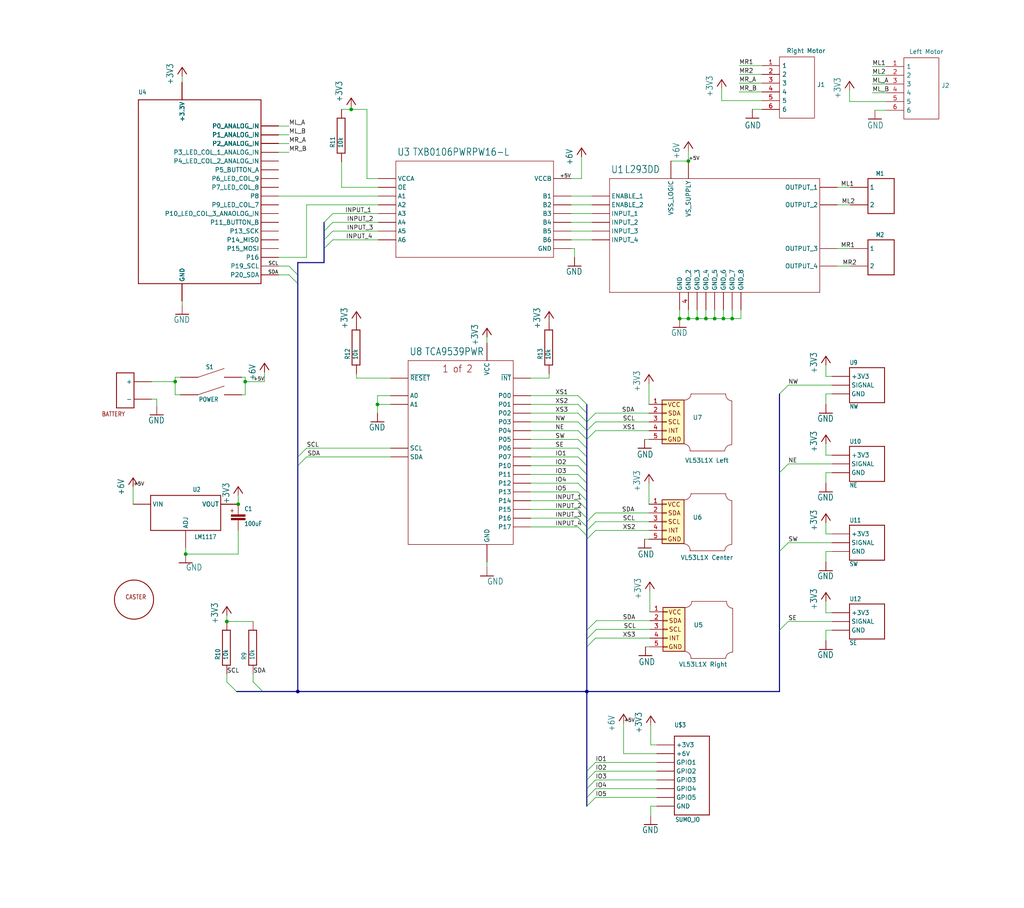
<source format=kicad_sch>
(kicad_sch (version 20211123) (generator eeschema)

  (uuid a4048dfd-059a-4ad8-af53-13986cff5d85)

  (paper "User" 297.002 263.525)

  (lib_symbols
    (symbol "Connector_Generic:Conn_01x05" (pin_names (offset 1.016) hide) (in_bom yes) (on_board yes)
      (property "Reference" "U7" (id 0) (at 7.62 1.27 0)
        (effects (font (size 1.27 1.27)) (justify left))
      )
      (property "Value" "VL53L1X Left" (id 1) (at 6.35 -2.032 0)
        (effects (font (size 1.27 1.27)) (justify left))
      )
      (property "Footprint" "" (id 2) (at 0 0 0)
        (effects (font (size 1.27 1.27)) hide)
      )
      (property "Datasheet" "~" (id 3) (at 0 0 0)
        (effects (font (size 1.27 1.27)) hide)
      )
      (property "ki_keywords" "connector" (id 4) (at 0 0 0)
        (effects (font (size 1.27 1.27)) hide)
      )
      (property "ki_description" "Generic connector, single row, 01x05, script generated (kicad-library-utils/schlib/autogen/connector/)" (id 5) (at 0 0 0)
        (effects (font (size 1.27 1.27)) hide)
      )
      (property "ki_fp_filters" "Connector*:*_1x??_*" (id 6) (at 0 0 0)
        (effects (font (size 1.27 1.27)) hide)
      )
      (symbol "Conn_01x05_0_0"
        (text "GND" (at 2.3114 -5.0546 0)
          (effects (font (size 1.27 1.27)))
        )
        (text "INT" (at 1.9812 -2.54 0)
          (effects (font (size 1.27 1.27)))
        )
        (text "SCL" (at 2.2352 0 0)
          (effects (font (size 1.27 1.27)))
        )
        (text "SDA" (at 2.2606 2.5146 0)
          (effects (font (size 1.27 1.27)))
        )
        (text "VCC" (at 2.2098 5.0038 0)
          (effects (font (size 1.27 1.27)))
        )
      )
      (symbol "Conn_01x05_0_1"
        (polyline
          (pts
            (xy 7.112 8.128)
            (xy 17.145 8.128)
          )
          (stroke (width 0.1524) (type default) (color 0 0 0 0))
          (fill (type none))
        )
        (polyline
          (pts
            (xy 16.8402 -8.4328)
            (xy 6.8122 -8.4385)
          )
          (stroke (width 0.1524) (type default) (color 0 0 0 0))
          (fill (type none))
        )
        (polyline
          (pts
            (xy 18.9484 6.1468)
            (xy 18.9484 -6.5532)
          )
          (stroke (width 0.1524) (type default) (color 0 0 0 0))
          (fill (type none))
        )
        (arc (start 5.08 6.35) (mid 8.2508 4.7764) (end 7.112 8.128)
          (stroke (width 0.1524) (type default) (color 0 0 0 0))
          (fill (type none))
        )
        (arc (start 6.8573 -8.4435) (mid 8.4309 -5.2727) (end 5.0793 -6.4115)
          (stroke (width 0.1524) (type default) (color 0 0 0 0))
          (fill (type none))
        )
        (arc (start 17.1761 8.133) (mid 15.6025 4.9622) (end 18.9541 6.101)
          (stroke (width 0.1524) (type default) (color 0 0 0 0))
          (fill (type none))
        )
        (arc (start 18.928 -6.6351) (mid 15.7572 -5.0615) (end 16.896 -8.4131)
          (stroke (width 0.1524) (type default) (color 0 0 0 0))
          (fill (type none))
        )
      )
      (symbol "Conn_01x05_1_1"
        (rectangle (start -1.27 -4.953) (end 0 -5.207)
          (stroke (width 0.1524) (type default) (color 0 0 0 0))
          (fill (type none))
        )
        (rectangle (start -1.27 -2.413) (end 0 -2.667)
          (stroke (width 0.1524) (type default) (color 0 0 0 0))
          (fill (type none))
        )
        (rectangle (start -1.27 0.127) (end 0 -0.127)
          (stroke (width 0.1524) (type default) (color 0 0 0 0))
          (fill (type none))
        )
        (rectangle (start -1.27 2.667) (end 0 2.413)
          (stroke (width 0.1524) (type default) (color 0 0 0 0))
          (fill (type none))
        )
        (rectangle (start -1.27 5.207) (end 0 4.953)
          (stroke (width 0.1524) (type default) (color 0 0 0 0))
          (fill (type none))
        )
        (rectangle (start -1.27 6.35) (end 5.08 -6.35)
          (stroke (width 0.254) (type default) (color 0 0 0 0))
          (fill (type background))
        )
        (pin passive line (at -5.08 5.08 0) (length 3.81)
          (name "Pin_1" (effects (font (size 1.27 1.27))))
          (number "1" (effects (font (size 1.27 1.27))))
        )
        (pin passive line (at -5.08 2.54 0) (length 3.81)
          (name "Pin_2" (effects (font (size 1.27 1.27))))
          (number "2" (effects (font (size 1.27 1.27))))
        )
        (pin passive line (at -5.08 0 0) (length 3.81)
          (name "Pin_3" (effects (font (size 1.27 1.27))))
          (number "3" (effects (font (size 1.27 1.27))))
        )
        (pin passive line (at -5.08 -2.54 0) (length 3.81)
          (name "Pin_4" (effects (font (size 1.27 1.27))))
          (number "4" (effects (font (size 1.27 1.27))))
        )
        (pin passive line (at -5.08 -5.08 0) (length 3.81)
          (name "Pin_5" (effects (font (size 1.27 1.27))))
          (number "5" (effects (font (size 1.27 1.27))))
        )
      )
    )
    (symbol "SamacSys_Parts:B6B-PH-K_LF__SN_" (pin_names (offset 0.762)) (in_bom yes) (on_board yes)
      (property "Reference" "J" (id 0) (at 16.51 7.62 0)
        (effects (font (size 1.27 1.27)) (justify left))
      )
      (property "Value" "B6B-PH-K_LF__SN_" (id 1) (at 16.51 5.08 0)
        (effects (font (size 1.27 1.27)) (justify left))
      )
      (property "Footprint" "SHDR6W50P0X200_1X6_1390X450X600P" (id 2) (at 16.51 2.54 0)
        (effects (font (size 1.27 1.27)) (justify left) hide)
      )
      (property "Datasheet" "https://www.jst-mfg.com/product/pdf/eng/ePH.pdf" (id 3) (at 16.51 0 0)
        (effects (font (size 1.27 1.27)) (justify left) hide)
      )
      (property "Description" "CONN HEADER VERT 6POS 2MM" (id 4) (at 16.51 -2.54 0)
        (effects (font (size 1.27 1.27)) (justify left) hide)
      )
      (property "Height" "6" (id 5) (at 16.51 -5.08 0)
        (effects (font (size 1.27 1.27)) (justify left) hide)
      )
      (property "Manufacturer_Name" "JST (JAPAN SOLDERLESS TERMINALS)" (id 6) (at 16.51 -7.62 0)
        (effects (font (size 1.27 1.27)) (justify left) hide)
      )
      (property "Manufacturer_Part_Number" "B6B-PH-K(LF)(SN)" (id 7) (at 16.51 -10.16 0)
        (effects (font (size 1.27 1.27)) (justify left) hide)
      )
      (property "Mouser Part Number" "" (id 8) (at 16.51 -12.7 0)
        (effects (font (size 1.27 1.27)) (justify left) hide)
      )
      (property "Mouser Price/Stock" "" (id 9) (at 16.51 -15.24 0)
        (effects (font (size 1.27 1.27)) (justify left) hide)
      )
      (property "Arrow Part Number" "" (id 10) (at 16.51 -17.78 0)
        (effects (font (size 1.27 1.27)) (justify left) hide)
      )
      (property "Arrow Price/Stock" "" (id 11) (at 16.51 -20.32 0)
        (effects (font (size 1.27 1.27)) (justify left) hide)
      )
      (property "Mouser Testing Part Number" "" (id 12) (at 16.51 -22.86 0)
        (effects (font (size 1.27 1.27)) (justify left) hide)
      )
      (property "Mouser Testing Price/Stock" "" (id 13) (at 16.51 -25.4 0)
        (effects (font (size 1.27 1.27)) (justify left) hide)
      )
      (property "ki_description" "CONN HEADER VERT 6POS 2MM" (id 14) (at 0 0 0)
        (effects (font (size 1.27 1.27)) hide)
      )
      (symbol "B6B-PH-K_LF__SN__0_0"
        (pin passive line (at 0 0 0) (length 5.08)
          (name "1" (effects (font (size 1.27 1.27))))
          (number "1" (effects (font (size 1.27 1.27))))
        )
        (pin passive line (at 0 -2.54 0) (length 5.08)
          (name "2" (effects (font (size 1.27 1.27))))
          (number "2" (effects (font (size 1.27 1.27))))
        )
        (pin passive line (at 0 -5.08 0) (length 5.08)
          (name "3" (effects (font (size 1.27 1.27))))
          (number "3" (effects (font (size 1.27 1.27))))
        )
        (pin passive line (at 0 -7.62 0) (length 5.08)
          (name "4" (effects (font (size 1.27 1.27))))
          (number "4" (effects (font (size 1.27 1.27))))
        )
        (pin passive line (at 0 -10.16 0) (length 5.08)
          (name "5" (effects (font (size 1.27 1.27))))
          (number "5" (effects (font (size 1.27 1.27))))
        )
        (pin passive line (at 0 -12.7 0) (length 5.08)
          (name "6" (effects (font (size 1.27 1.27))))
          (number "6" (effects (font (size 1.27 1.27))))
        )
      )
      (symbol "B6B-PH-K_LF__SN__0_1"
        (polyline
          (pts
            (xy 5.08 2.54)
            (xy 15.24 2.54)
            (xy 15.24 -15.24)
            (xy 5.08 -15.24)
            (xy 5.08 2.54)
          )
          (stroke (width 0.1524) (type default) (color 0 0 0 0))
          (fill (type none))
        )
      )
    )
    (symbol "minisumo_v2-eagle-import:+3V3" (power) (in_bom yes) (on_board yes)
      (property "Reference" "#+3V3" (id 0) (at 0 0 0)
        (effects (font (size 1.27 1.27)) hide)
      )
      (property "Value" "+3V3" (id 1) (at -2.54 -5.08 90)
        (effects (font (size 1.778 1.5113)) (justify left bottom))
      )
      (property "Footprint" "minisumo_v2:" (id 2) (at 0 0 0)
        (effects (font (size 1.27 1.27)) hide)
      )
      (property "Datasheet" "" (id 3) (at 0 0 0)
        (effects (font (size 1.27 1.27)) hide)
      )
      (property "ki_locked" "" (id 4) (at 0 0 0)
        (effects (font (size 1.27 1.27)))
      )
      (symbol "+3V3_1_0"
        (polyline
          (pts
            (xy 0 0)
            (xy -1.27 -1.905)
          )
          (stroke (width 0.254) (type default) (color 0 0 0 0))
          (fill (type none))
        )
        (polyline
          (pts
            (xy 1.27 -1.905)
            (xy 0 0)
          )
          (stroke (width 0.254) (type default) (color 0 0 0 0))
          (fill (type none))
        )
        (pin power_in line (at 0 -2.54 90) (length 2.54)
          (name "+3V3" (effects (font (size 0 0))))
          (number "1" (effects (font (size 0 0))))
        )
      )
    )
    (symbol "minisumo_v2-eagle-import:+5V" (power) (in_bom yes) (on_board yes)
      (property "Reference" "#P+" (id 0) (at 0 0 0)
        (effects (font (size 1.27 1.27)) hide)
      )
      (property "Value" "+5V" (id 1) (at -2.54 -5.08 90)
        (effects (font (size 1.778 1.5113)) (justify left bottom))
      )
      (property "Footprint" "minisumo_v2:" (id 2) (at 0 0 0)
        (effects (font (size 1.27 1.27)) hide)
      )
      (property "Datasheet" "" (id 3) (at 0 0 0)
        (effects (font (size 1.27 1.27)) hide)
      )
      (property "ki_locked" "" (id 4) (at 0 0 0)
        (effects (font (size 1.27 1.27)))
      )
      (symbol "+5V_1_0"
        (polyline
          (pts
            (xy 0 0)
            (xy -1.27 -1.905)
          )
          (stroke (width 0.254) (type default) (color 0 0 0 0))
          (fill (type none))
        )
        (polyline
          (pts
            (xy 1.27 -1.905)
            (xy 0 0)
          )
          (stroke (width 0.254) (type default) (color 0 0 0 0))
          (fill (type none))
        )
        (pin power_in line (at 0 -2.54 90) (length 2.54)
          (name "+5V" (effects (font (size 0 0))))
          (number "1" (effects (font (size 0 0))))
        )
      )
    )
    (symbol "minisumo_v2-eagle-import:BATTERY_HOLDER_AAA_2X2" (in_bom yes) (on_board yes)
      (property "Reference" "" (id 0) (at 0 0 0)
        (effects (font (size 1.27 1.27)) hide)
      )
      (property "Value" "BATTERY_HOLDER_AAA_2X2" (id 1) (at 0 0 0)
        (effects (font (size 1.27 1.27)) hide)
      )
      (property "Footprint" "minisumo_v2:BATTERY_HOLDER_AAA_2X2" (id 2) (at 0 0 0)
        (effects (font (size 1.27 1.27)) hide)
      )
      (property "Datasheet" "" (id 3) (at 0 0 0)
        (effects (font (size 1.27 1.27)) hide)
      )
      (property "ki_locked" "" (id 4) (at 0 0 0)
        (effects (font (size 1.27 1.27)))
      )
      (symbol "BATTERY_HOLDER_AAA_2X2_1_0"
        (polyline
          (pts
            (xy -2.54 0)
            (xy 2.54 0)
          )
          (stroke (width 0.254) (type default) (color 0 0 0 0))
          (fill (type none))
        )
        (polyline
          (pts
            (xy -2.54 10.16)
            (xy -2.54 0)
          )
          (stroke (width 0.254) (type default) (color 0 0 0 0))
          (fill (type none))
        )
        (polyline
          (pts
            (xy 2.54 0)
            (xy 2.54 10.16)
          )
          (stroke (width 0.254) (type default) (color 0 0 0 0))
          (fill (type none))
        )
        (polyline
          (pts
            (xy 2.54 10.16)
            (xy -2.54 10.16)
          )
          (stroke (width 0.254) (type default) (color 0 0 0 0))
          (fill (type none))
        )
        (text "BATTERY" (at 0 -2.54 0)
          (effects (font (size 1.27 1.0795)) (justify left bottom))
        )
        (pin bidirectional line (at -7.62 7.62 0) (length 5.08)
          (name "+" (effects (font (size 1.27 1.27))))
          (number "+" (effects (font (size 0 0))))
        )
        (pin bidirectional line (at -7.62 2.54 0) (length 5.08)
          (name "-" (effects (font (size 1.27 1.27))))
          (number "-" (effects (font (size 0 0))))
        )
      )
    )
    (symbol "minisumo_v2-eagle-import:CASTER" (in_bom yes) (on_board yes)
      (property "Reference" "" (id 0) (at 0 0 0)
        (effects (font (size 1.27 1.27)) hide)
      )
      (property "Value" "CASTER" (id 1) (at 0 0 0)
        (effects (font (size 1.27 1.27)) hide)
      )
      (property "Footprint" "minisumo_v2:CASTER" (id 2) (at 0 0 0)
        (effects (font (size 1.27 1.27)) hide)
      )
      (property "Datasheet" "" (id 3) (at 0 0 0)
        (effects (font (size 1.27 1.27)) hide)
      )
      (property "ki_locked" "" (id 4) (at 0 0 0)
        (effects (font (size 1.27 1.27)))
      )
      (symbol "CASTER_1_0"
        (circle (center 0 0) (radius 5.6796)
          (stroke (width 0.254) (type default) (color 0 0 0 0))
          (fill (type none))
        )
        (text "CASTER" (at -2.54 0 0)
          (effects (font (size 1.27 1.0795)) (justify left bottom))
        )
      )
    )
    (symbol "minisumo_v2-eagle-import:ELECTROLYTIC_CAPACITORWURTH_100" (in_bom yes) (on_board yes)
      (property "Reference" "" (id 0) (at 1.778 0.508 0)
        (effects (font (size 1.27 1.0795)) (justify left bottom))
      )
      (property "Value" "ELECTROLYTIC_CAPACITORWURTH_100" (id 1) (at 1.778 -3.81 0)
        (effects (font (size 1.27 1.0795)) (justify left bottom))
      )
      (property "Footprint" "minisumo_v2:ALUMINUM_WURTH_100UF_865080243007" (id 2) (at 0 0 0)
        (effects (font (size 1.27 1.27)) hide)
      )
      (property "Datasheet" "" (id 3) (at 0 0 0)
        (effects (font (size 1.27 1.27)) hide)
      )
      (property "ki_locked" "" (id 4) (at 0 0 0)
        (effects (font (size 1.27 1.27)))
      )
      (symbol "ELECTROLYTIC_CAPACITORWURTH_100_1_0"
        (rectangle (start -2.032 -2.032) (end 2.032 -1.524)
          (stroke (width 0) (type default) (color 0 0 0 0))
          (fill (type outline))
        )
        (rectangle (start -2.032 -1.016) (end 2.032 -0.508)
          (stroke (width 0) (type default) (color 0 0 0 0))
          (fill (type outline))
        )
        (polyline
          (pts
            (xy 0 -2.54)
            (xy 0 -2.032)
          )
          (stroke (width 0.1524) (type default) (color 0 0 0 0))
          (fill (type none))
        )
        (polyline
          (pts
            (xy 0 0)
            (xy 0 -0.508)
          )
          (stroke (width 0.1524) (type default) (color 0 0 0 0))
          (fill (type none))
        )
        (text "+" (at -2.54 0 0)
          (effects (font (size 1.27 1.0795)) (justify left bottom))
        )
        (pin passive line (at 0 2.54 270) (length 2.54)
          (name "+" (effects (font (size 0 0))))
          (number "+" (effects (font (size 0 0))))
        )
        (pin passive line (at 0 -5.08 90) (length 2.54)
          (name "-" (effects (font (size 0 0))))
          (number "-" (effects (font (size 0 0))))
        )
      )
    )
    (symbol "minisumo_v2-eagle-import:GND" (power) (in_bom yes) (on_board yes)
      (property "Reference" "#GND" (id 0) (at 0 0 0)
        (effects (font (size 1.27 1.27)) hide)
      )
      (property "Value" "GND" (id 1) (at -2.54 -2.54 0)
        (effects (font (size 1.778 1.5113)) (justify left bottom))
      )
      (property "Footprint" "minisumo_v2:" (id 2) (at 0 0 0)
        (effects (font (size 1.27 1.27)) hide)
      )
      (property "Datasheet" "" (id 3) (at 0 0 0)
        (effects (font (size 1.27 1.27)) hide)
      )
      (property "ki_locked" "" (id 4) (at 0 0 0)
        (effects (font (size 1.27 1.27)))
      )
      (symbol "GND_1_0"
        (polyline
          (pts
            (xy -1.905 0)
            (xy 1.905 0)
          )
          (stroke (width 0.254) (type default) (color 0 0 0 0))
          (fill (type none))
        )
        (pin power_in line (at 0 2.54 270) (length 2.54)
          (name "GND" (effects (font (size 0 0))))
          (number "1" (effects (font (size 0 0))))
        )
      )
    )
    (symbol "minisumo_v2-eagle-import:L293DD" (in_bom yes) (on_board yes)
      (property "Reference" "U" (id 0) (at 61.3156 6.5786 0)
        (effects (font (size 2.0828 1.7703)) (justify left bottom))
      )
      (property "Value" "L293DD" (id 1) (at 60.6806 -31.5214 0)
        (effects (font (size 2.0828 1.7703)) (justify left bottom))
      )
      (property "Footprint" "minisumo_v2:SO-20" (id 2) (at 0 0 0)
        (effects (font (size 1.27 1.27)) hide)
      )
      (property "Datasheet" "" (id 3) (at 0 0 0)
        (effects (font (size 1.27 1.27)) hide)
      )
      (property "ki_locked" "" (id 4) (at 0 0 0)
        (effects (font (size 1.27 1.27)))
      )
      (symbol "L293DD_1_0"
        (polyline
          (pts
            (xy 7.62 -27.94)
            (xy 68.58 -27.94)
          )
          (stroke (width 0.1524) (type default) (color 0 0 0 0))
          (fill (type none))
        )
        (polyline
          (pts
            (xy 7.62 5.08)
            (xy 7.62 -27.94)
          )
          (stroke (width 0.1524) (type default) (color 0 0 0 0))
          (fill (type none))
        )
        (polyline
          (pts
            (xy 68.58 -27.94)
            (xy 68.58 5.08)
          )
          (stroke (width 0.1524) (type default) (color 0 0 0 0))
          (fill (type none))
        )
        (polyline
          (pts
            (xy 68.58 5.08)
            (xy 7.62 5.08)
          )
          (stroke (width 0.1524) (type default) (color 0 0 0 0))
          (fill (type none))
        )
        (pin input line (at 2.54 0 0) (length 5.08)
          (name "ENABLE_1" (effects (font (size 1.27 1.27))))
          (number "1" (effects (font (size 0 0))))
        )
        (pin passive line (at 30.48 10.16 270) (length 5.08)
          (name "VS_SUPPLY" (effects (font (size 1.27 1.27))))
          (number "10" (effects (font (size 0 0))))
        )
        (pin input line (at 2.54 -2.54 0) (length 5.08)
          (name "ENABLE_2" (effects (font (size 1.27 1.27))))
          (number "11" (effects (font (size 0 0))))
        )
        (pin input line (at 2.54 -10.16 0) (length 5.08)
          (name "INPUT_3" (effects (font (size 1.27 1.27))))
          (number "12" (effects (font (size 0 0))))
        )
        (pin output line (at 73.66 -15.24 180) (length 5.08)
          (name "OUTPUT_3" (effects (font (size 1.27 1.27))))
          (number "13" (effects (font (size 0 0))))
        )
        (pin passive line (at 40.64 -33.02 90) (length 5.08)
          (name "GND_6" (effects (font (size 1.27 1.27))))
          (number "14" (effects (font (size 0 0))))
        )
        (pin passive line (at 43.18 -33.02 90) (length 5.08)
          (name "GND_7" (effects (font (size 1.27 1.27))))
          (number "15" (effects (font (size 0 0))))
        )
        (pin passive line (at 45.72 -33.02 90) (length 5.08)
          (name "GND_8" (effects (font (size 1.27 1.27))))
          (number "16" (effects (font (size 0 0))))
        )
        (pin passive line (at 27.94 -33.02 90) (length 5.08)
          (name "GND" (effects (font (size 1.27 1.27))))
          (number "17" (effects (font (size 0 0))))
        )
        (pin output line (at 73.66 -20.32 180) (length 5.08)
          (name "OUTPUT_4" (effects (font (size 1.27 1.27))))
          (number "18" (effects (font (size 0 0))))
        )
        (pin input line (at 2.54 -12.7 0) (length 5.08)
          (name "INPUT_4" (effects (font (size 1.27 1.27))))
          (number "19" (effects (font (size 0 0))))
        )
        (pin input line (at 2.54 -5.08 0) (length 5.08)
          (name "INPUT_1" (effects (font (size 1.27 1.27))))
          (number "2" (effects (font (size 0 0))))
        )
        (pin passive line (at 25.4 10.16 270) (length 5.08)
          (name "VSS_LOGIC" (effects (font (size 1.27 1.27))))
          (number "20" (effects (font (size 0 0))))
        )
        (pin output line (at 73.66 2.54 180) (length 5.08)
          (name "OUTPUT_1" (effects (font (size 1.27 1.27))))
          (number "3" (effects (font (size 0 0))))
        )
        (pin passive line (at 30.48 -33.02 90) (length 5.08)
          (name "GND_2" (effects (font (size 1.27 1.27))))
          (number "4" (effects (font (size 1.27 1.27))))
        )
        (pin passive line (at 33.02 -33.02 90) (length 5.08)
          (name "GND_3" (effects (font (size 1.27 1.27))))
          (number "5" (effects (font (size 0 0))))
        )
        (pin passive line (at 35.56 -33.02 90) (length 5.08)
          (name "GND_4" (effects (font (size 1.27 1.27))))
          (number "6" (effects (font (size 0 0))))
        )
        (pin passive line (at 38.1 -33.02 90) (length 5.08)
          (name "GND_5" (effects (font (size 1.27 1.27))))
          (number "7" (effects (font (size 0 0))))
        )
        (pin output line (at 73.66 -2.54 180) (length 5.08)
          (name "OUTPUT_2" (effects (font (size 1.27 1.27))))
          (number "8" (effects (font (size 0 0))))
        )
        (pin input line (at 2.54 -7.62 0) (length 5.08)
          (name "INPUT_2" (effects (font (size 1.27 1.27))))
          (number "9" (effects (font (size 0 0))))
        )
      )
    )
    (symbol "minisumo_v2-eagle-import:LM1117" (in_bom yes) (on_board yes)
      (property "Reference" "" (id 0) (at 2.032 -1.524 0)
        (effects (font (size 1.27 1.0795)) (justify left bottom))
      )
      (property "Value" "LM1117" (id 1) (at 2.54 -15.24 0)
        (effects (font (size 1.27 1.0795)) (justify left bottom))
      )
      (property "Footprint" "minisumo_v2:SOT-223" (id 2) (at 0 0 0)
        (effects (font (size 1.27 1.27)) hide)
      )
      (property "Datasheet" "" (id 3) (at 0 0 0)
        (effects (font (size 1.27 1.27)) hide)
      )
      (property "ki_locked" "" (id 4) (at 0 0 0)
        (effects (font (size 1.27 1.27)))
      )
      (symbol "LM1117_1_0"
        (polyline
          (pts
            (xy -10.16 -12.7)
            (xy 10.16 -12.7)
          )
          (stroke (width 0.254) (type default) (color 0 0 0 0))
          (fill (type none))
        )
        (polyline
          (pts
            (xy -10.16 -2.54)
            (xy -10.16 -12.7)
          )
          (stroke (width 0.254) (type default) (color 0 0 0 0))
          (fill (type none))
        )
        (polyline
          (pts
            (xy 10.16 -12.7)
            (xy 10.16 -2.54)
          )
          (stroke (width 0.254) (type default) (color 0 0 0 0))
          (fill (type none))
        )
        (polyline
          (pts
            (xy 10.16 -2.54)
            (xy -10.16 -2.54)
          )
          (stroke (width 0.254) (type default) (color 0 0 0 0))
          (fill (type none))
        )
        (pin bidirectional line (at 0 -17.78 90) (length 5.08)
          (name "ADJ" (effects (font (size 1.27 1.27))))
          (number "GND" (effects (font (size 0 0))))
        )
        (pin bidirectional line (at 15.24 -5.08 180) (length 5.08)
          (name "VOUT" (effects (font (size 1.27 1.27))))
          (number "P$2" (effects (font (size 0 0))))
        )
        (pin bidirectional line (at -15.24 -5.08 0) (length 5.08)
          (name "VIN" (effects (font (size 1.27 1.27))))
          (number "VIN" (effects (font (size 0 0))))
        )
        (pin bidirectional line (at 15.24 -5.08 180) (length 5.08)
          (name "VOUT" (effects (font (size 1.27 1.27))))
          (number "VOUT$1" (effects (font (size 0 0))))
        )
      )
    )
    (symbol "minisumo_v2-eagle-import:MICRO_BIT" (in_bom yes) (on_board yes)
      (property "Reference" "" (id 0) (at -7.62 27.94 0)
        (effects (font (size 1.27 1.0795)) (justify left bottom))
      )
      (property "Value" "MICRO_BIT" (id 1) (at -15.24 -30.48 0)
        (effects (font (size 1.27 1.0795)) (justify left bottom))
      )
      (property "Footprint" "minisumo_v2:CYCLONE_MICROBIT_VERTICAL" (id 2) (at 0 0 0)
        (effects (font (size 1.27 1.27)) hide)
      )
      (property "Datasheet" "" (id 3) (at 0 0 0)
        (effects (font (size 1.27 1.27)) hide)
      )
      (property "ki_locked" "" (id 4) (at 0 0 0)
        (effects (font (size 1.27 1.27)))
      )
      (symbol "MICRO_BIT_1_0"
        (polyline
          (pts
            (xy -38.1 -27.94)
            (xy -38.1 25.4)
          )
          (stroke (width 0.254) (type default) (color 0 0 0 0))
          (fill (type none))
        )
        (polyline
          (pts
            (xy -38.1 25.4)
            (xy -2.54 25.4)
          )
          (stroke (width 0.254) (type default) (color 0 0 0 0))
          (fill (type none))
        )
        (polyline
          (pts
            (xy -2.54 -27.94)
            (xy -38.1 -27.94)
          )
          (stroke (width 0.254) (type default) (color 0 0 0 0))
          (fill (type none))
        )
        (polyline
          (pts
            (xy -2.54 25.4)
            (xy -2.54 -27.94)
          )
          (stroke (width 0.254) (type default) (color 0 0 0 0))
          (fill (type none))
        )
        (pin bidirectional line (at -25.4 30.48 270) (length 5.08)
          (name "+3.3V" (effects (font (size 1.27 1.27))))
          (number "3.3V@10" (effects (font (size 0 0))))
        )
        (pin bidirectional line (at -25.4 30.48 270) (length 5.08)
          (name "+3.3V" (effects (font (size 1.27 1.27))))
          (number "3.3V@11" (effects (font (size 0 0))))
        )
        (pin bidirectional line (at -25.4 30.48 270) (length 5.08)
          (name "+3.3V" (effects (font (size 1.27 1.27))))
          (number "3.3V@12" (effects (font (size 0 0))))
        )
        (pin bidirectional line (at -25.4 30.48 270) (length 5.08)
          (name "+3.3V" (effects (font (size 1.27 1.27))))
          (number "3.3V@13" (effects (font (size 0 0))))
        )
        (pin bidirectional line (at -25.4 30.48 270) (length 5.08)
          (name "+3.3V" (effects (font (size 1.27 1.27))))
          (number "3.3V@14" (effects (font (size 0 0))))
        )
        (pin bidirectional line (at -25.4 30.48 270) (length 5.08)
          (name "+3.3V" (effects (font (size 1.27 1.27))))
          (number "3.3V@9" (effects (font (size 0 0))))
        )
        (pin bidirectional line (at -25.4 -33.02 90) (length 5.08)
          (name "GND" (effects (font (size 1.27 1.27))))
          (number "GND@1" (effects (font (size 0 0))))
        )
        (pin bidirectional line (at -25.4 -33.02 90) (length 5.08)
          (name "GND" (effects (font (size 1.27 1.27))))
          (number "GND@2" (effects (font (size 0 0))))
        )
        (pin bidirectional line (at -25.4 -33.02 90) (length 5.08)
          (name "GND" (effects (font (size 1.27 1.27))))
          (number "GND@3" (effects (font (size 0 0))))
        )
        (pin bidirectional line (at -25.4 -33.02 90) (length 5.08)
          (name "GND" (effects (font (size 1.27 1.27))))
          (number "GND@4" (effects (font (size 0 0))))
        )
        (pin bidirectional line (at -25.4 -33.02 90) (length 5.08)
          (name "GND" (effects (font (size 1.27 1.27))))
          (number "GND@5" (effects (font (size 0 0))))
        )
        (pin bidirectional line (at -25.4 -33.02 90) (length 5.08)
          (name "GND" (effects (font (size 1.27 1.27))))
          (number "GND@6" (effects (font (size 0 0))))
        )
        (pin bidirectional line (at 2.54 17.78 180) (length 5.08)
          (name "P0_ANALOG_IN" (effects (font (size 1.27 1.27))))
          (number "P0_ANALOG_IN@36" (effects (font (size 0 0))))
        )
        (pin bidirectional line (at 2.54 17.78 180) (length 5.08)
          (name "P0_ANALOG_IN" (effects (font (size 1.27 1.27))))
          (number "P0_ANALOG_IN@37" (effects (font (size 0 0))))
        )
        (pin bidirectional line (at 2.54 17.78 180) (length 5.08)
          (name "P0_ANALOG_IN" (effects (font (size 1.27 1.27))))
          (number "P0_ANALOG_IN@38" (effects (font (size 0 0))))
        )
        (pin bidirectional line (at 2.54 17.78 180) (length 5.08)
          (name "P0_ANALOG_IN" (effects (font (size 1.27 1.27))))
          (number "P0_ANALOG_IN@39" (effects (font (size 0 0))))
        )
        (pin bidirectional line (at 2.54 -7.62 180) (length 5.08)
          (name "P10_LED_COL_3_ANAOLOG_IN" (effects (font (size 1.27 1.27))))
          (number "P10_LED_COL_3_ANALOG_IN" (effects (font (size 0 0))))
        )
        (pin bidirectional line (at 2.54 -10.16 180) (length 5.08)
          (name "P11_BUTTON_B" (effects (font (size 1.27 1.27))))
          (number "P11_BUTTON_B" (effects (font (size 0 0))))
        )
        (pin bidirectional line (at 2.54 -12.7 180) (length 5.08)
          (name "P13_SCK" (effects (font (size 1.27 1.27))))
          (number "P13_SCK" (effects (font (size 0 0))))
        )
        (pin bidirectional line (at 2.54 -15.24 180) (length 5.08)
          (name "P14_MISO" (effects (font (size 1.27 1.27))))
          (number "P14_MISO" (effects (font (size 0 0))))
        )
        (pin bidirectional line (at 2.54 -17.78 180) (length 5.08)
          (name "P15_MOSI" (effects (font (size 1.27 1.27))))
          (number "P15_MOSI" (effects (font (size 0 0))))
        )
        (pin bidirectional line (at 2.54 -20.32 180) (length 5.08)
          (name "P16" (effects (font (size 1.27 1.27))))
          (number "P16" (effects (font (size 0 0))))
        )
        (pin bidirectional line (at 2.54 15.24 180) (length 5.08)
          (name "P1_ANALOG_IN" (effects (font (size 1.27 1.27))))
          (number "P1_ANALOG_IN@28" (effects (font (size 0 0))))
        )
        (pin bidirectional line (at 2.54 15.24 180) (length 5.08)
          (name "P1_ANALOG_IN" (effects (font (size 1.27 1.27))))
          (number "P1_ANALOG_IN@29" (effects (font (size 0 0))))
        )
        (pin bidirectional line (at 2.54 15.24 180) (length 5.08)
          (name "P1_ANALOG_IN" (effects (font (size 1.27 1.27))))
          (number "P1_ANALOG_IN@30" (effects (font (size 0 0))))
        )
        (pin bidirectional line (at 2.54 15.24 180) (length 5.08)
          (name "P1_ANALOG_IN" (effects (font (size 1.27 1.27))))
          (number "P1_ANALOG_IN@31" (effects (font (size 0 0))))
        )
        (pin bidirectional line (at 2.54 -25.4 180) (length 5.08)
          (name "P20_SDA" (effects (font (size 1.27 1.27))))
          (number "P20_SDA" (effects (font (size 0 0))))
        )
        (pin bidirectional line (at 2.54 -22.86 180) (length 5.08)
          (name "P19_SCL" (effects (font (size 1.27 1.27))))
          (number "P21_SCL" (effects (font (size 0 0))))
        )
        (pin bidirectional line (at 2.54 12.7 180) (length 5.08)
          (name "P2_ANALOG_IN" (effects (font (size 1.27 1.27))))
          (number "P2_ANALOG_IN@19" (effects (font (size 0 0))))
        )
        (pin bidirectional line (at 2.54 12.7 180) (length 5.08)
          (name "P2_ANALOG_IN" (effects (font (size 1.27 1.27))))
          (number "P2_ANALOG_IN@20" (effects (font (size 0 0))))
        )
        (pin bidirectional line (at 2.54 12.7 180) (length 5.08)
          (name "P2_ANALOG_IN" (effects (font (size 1.27 1.27))))
          (number "P2_ANALOG_IN@21" (effects (font (size 0 0))))
        )
        (pin bidirectional line (at 2.54 12.7 180) (length 5.08)
          (name "P2_ANALOG_IN" (effects (font (size 1.27 1.27))))
          (number "P2_ANALOG_IN@22" (effects (font (size 0 0))))
        )
        (pin bidirectional line (at 2.54 10.16 180) (length 5.08)
          (name "P3_LED_COL_1_ANALOG_IN" (effects (font (size 1.27 1.27))))
          (number "P3_LED_COL_1_ANALOG_IN" (effects (font (size 0 0))))
        )
        (pin bidirectional line (at 2.54 7.62 180) (length 5.08)
          (name "P4_LED_COL_2_ANALOG_IN" (effects (font (size 1.27 1.27))))
          (number "P4_LED_COL_2_ANALOG_IN" (effects (font (size 0 0))))
        )
        (pin bidirectional line (at 2.54 5.08 180) (length 5.08)
          (name "P5_BUTTON_A" (effects (font (size 1.27 1.27))))
          (number "P5_BUTTON_A" (effects (font (size 0 0))))
        )
        (pin bidirectional line (at 2.54 2.54 180) (length 5.08)
          (name "P6_LED_COL_9" (effects (font (size 1.27 1.27))))
          (number "P6_LED_COL_9" (effects (font (size 0 0))))
        )
        (pin bidirectional line (at 2.54 0 180) (length 5.08)
          (name "P7_LED_COL_8" (effects (font (size 1.27 1.27))))
          (number "P7_LED_COL8" (effects (font (size 0 0))))
        )
        (pin bidirectional line (at 2.54 -2.54 180) (length 5.08)
          (name "P8" (effects (font (size 1.27 1.27))))
          (number "P8" (effects (font (size 0 0))))
        )
        (pin bidirectional line (at 2.54 -5.08 180) (length 5.08)
          (name "P9_LED_COL_7" (effects (font (size 1.27 1.27))))
          (number "P9_LED_COL_7" (effects (font (size 0 0))))
        )
      )
    )
    (symbol "minisumo_v2-eagle-import:N20_MOTOR" (in_bom yes) (on_board yes)
      (property "Reference" "" (id 0) (at -20.32 20.32 0)
        (effects (font (size 1.27 1.0795)) (justify left bottom))
      )
      (property "Value" "N20_MOTOR" (id 1) (at 0 0 0)
        (effects (font (size 1.27 1.27)) hide)
      )
      (property "Footprint" "minisumo_v2:N20-MOTOR-BRACKET" (id 2) (at 0 0 0)
        (effects (font (size 1.27 1.27)) hide)
      )
      (property "Datasheet" "" (id 3) (at 0 0 0)
        (effects (font (size 1.27 1.27)) hide)
      )
      (property "ki_locked" "" (id 4) (at 0 0 0)
        (effects (font (size 1.27 1.27)))
      )
      (symbol "N20_MOTOR_1_0"
        (polyline
          (pts
            (xy -22.86 7.62)
            (xy -15.24 7.62)
          )
          (stroke (width 0.254) (type default) (color 0 0 0 0))
          (fill (type none))
        )
        (polyline
          (pts
            (xy -22.86 17.78)
            (xy -22.86 7.62)
          )
          (stroke (width 0.254) (type default) (color 0 0 0 0))
          (fill (type none))
        )
        (polyline
          (pts
            (xy -15.24 7.62)
            (xy -15.24 17.78)
          )
          (stroke (width 0.254) (type default) (color 0 0 0 0))
          (fill (type none))
        )
        (polyline
          (pts
            (xy -15.24 17.78)
            (xy -22.86 17.78)
          )
          (stroke (width 0.254) (type default) (color 0 0 0 0))
          (fill (type none))
        )
        (pin bidirectional line (at -27.94 15.24 0) (length 5.08)
          (name "1" (effects (font (size 1.27 1.27))))
          (number "1" (effects (font (size 0 0))))
        )
        (pin bidirectional line (at -27.94 10.16 0) (length 5.08)
          (name "2" (effects (font (size 1.27 1.27))))
          (number "2" (effects (font (size 0 0))))
        )
      )
    )
    (symbol "minisumo_v2-eagle-import:QRE1113_MODULE" (in_bom yes) (on_board yes)
      (property "Reference" "" (id 0) (at -12.7 16.002 0)
        (effects (font (size 1.27 1.0795)) (justify left bottom))
      )
      (property "Value" "QRE1113_MODULE" (id 1) (at -12.7 3.302 0)
        (effects (font (size 1.27 1.0795)) (justify left bottom))
      )
      (property "Footprint" "minisumo_v2:QRE1113_MODULE" (id 2) (at 0 0 0)
        (effects (font (size 1.27 1.27)) hide)
      )
      (property "Datasheet" "" (id 3) (at 0 0 0)
        (effects (font (size 1.27 1.27)) hide)
      )
      (property "ki_locked" "" (id 4) (at 0 0 0)
        (effects (font (size 1.27 1.27)))
      )
      (symbol "QRE1113_MODULE_1_0"
        (polyline
          (pts
            (xy -12.7 5.08)
            (xy -2.54 5.08)
          )
          (stroke (width 0.254) (type default) (color 0 0 0 0))
          (fill (type none))
        )
        (polyline
          (pts
            (xy -12.7 15.24)
            (xy -12.7 5.08)
          )
          (stroke (width 0.254) (type default) (color 0 0 0 0))
          (fill (type none))
        )
        (polyline
          (pts
            (xy -2.54 5.08)
            (xy -2.54 15.24)
          )
          (stroke (width 0.254) (type default) (color 0 0 0 0))
          (fill (type none))
        )
        (polyline
          (pts
            (xy -2.54 15.24)
            (xy -12.7 15.24)
          )
          (stroke (width 0.254) (type default) (color 0 0 0 0))
          (fill (type none))
        )
        (pin bidirectional line (at -17.78 12.7 0) (length 5.08)
          (name "+3V3" (effects (font (size 1.27 1.27))))
          (number "+3V3" (effects (font (size 0 0))))
        )
        (pin bidirectional line (at -17.78 7.62 0) (length 5.08)
          (name "GND" (effects (font (size 1.27 1.27))))
          (number "GND" (effects (font (size 0 0))))
        )
        (pin bidirectional line (at -17.78 10.16 0) (length 5.08)
          (name "SIGNAL" (effects (font (size 1.27 1.27))))
          (number "SIGNAL" (effects (font (size 0 0))))
        )
      )
    )
    (symbol "minisumo_v2-eagle-import:RESISTOR" (in_bom yes) (on_board yes)
      (property "Reference" "" (id 0) (at 4.064 1.905 0)
        (effects (font (size 1.27 1.0795)) (justify left bottom))
      )
      (property "Value" "RESISTOR" (id 1) (at 4.064 -0.381 0)
        (effects (font (size 1.27 1.0795)) (justify left bottom))
      )
      (property "Footprint" "minisumo_v2:RES_0402" (id 2) (at 0 0 0)
        (effects (font (size 1.27 1.27)) hide)
      )
      (property "Datasheet" "" (id 3) (at 0 0 0)
        (effects (font (size 1.27 1.27)) hide)
      )
      (property "ki_locked" "" (id 4) (at 0 0 0)
        (effects (font (size 1.27 1.27)))
      )
      (symbol "RESISTOR_1_0"
        (polyline
          (pts
            (xy 2.54 -1.016)
            (xy 12.7 -1.016)
          )
          (stroke (width 0.254) (type default) (color 0 0 0 0))
          (fill (type none))
        )
        (polyline
          (pts
            (xy 2.54 1.27)
            (xy 2.54 -1.016)
          )
          (stroke (width 0.254) (type default) (color 0 0 0 0))
          (fill (type none))
        )
        (polyline
          (pts
            (xy 12.7 -1.016)
            (xy 12.7 1.27)
          )
          (stroke (width 0.254) (type default) (color 0 0 0 0))
          (fill (type none))
        )
        (polyline
          (pts
            (xy 12.7 1.27)
            (xy 2.54 1.27)
          )
          (stroke (width 0.254) (type default) (color 0 0 0 0))
          (fill (type none))
        )
        (pin bidirectional line (at 0 0 0) (length 2.54)
          (name "P$1" (effects (font (size 0 0))))
          (number "P$1" (effects (font (size 0 0))))
        )
        (pin bidirectional line (at 15.24 0 180) (length 2.54)
          (name "P$2" (effects (font (size 0 0))))
          (number "P$2" (effects (font (size 0 0))))
        )
      )
    )
    (symbol "minisumo_v2-eagle-import:SUMO_IO" (in_bom yes) (on_board yes)
      (property "Reference" "" (id 0) (at -7.62 22.86 0)
        (effects (font (size 1.27 1.0795)) (justify left bottom))
      )
      (property "Value" "SUMO_IO" (id 1) (at -7.62 -5.08 0)
        (effects (font (size 1.27 1.0795)) (justify left bottom))
      )
      (property "Footprint" "minisumo_v2:SUMO_IO" (id 2) (at 0 0 0)
        (effects (font (size 1.27 1.27)) hide)
      )
      (property "Datasheet" "" (id 3) (at 0 0 0)
        (effects (font (size 1.27 1.27)) hide)
      )
      (property "ki_locked" "" (id 4) (at 0 0 0)
        (effects (font (size 1.27 1.27)))
      )
      (symbol "SUMO_IO_1_0"
        (polyline
          (pts
            (xy -7.62 -2.54)
            (xy 2.54 -2.54)
          )
          (stroke (width 0.254) (type default) (color 0 0 0 0))
          (fill (type none))
        )
        (polyline
          (pts
            (xy -7.62 20.32)
            (xy -7.62 -2.54)
          )
          (stroke (width 0.254) (type default) (color 0 0 0 0))
          (fill (type none))
        )
        (polyline
          (pts
            (xy 2.54 -2.54)
            (xy 2.54 20.32)
          )
          (stroke (width 0.254) (type default) (color 0 0 0 0))
          (fill (type none))
        )
        (polyline
          (pts
            (xy 2.54 20.32)
            (xy -7.62 20.32)
          )
          (stroke (width 0.254) (type default) (color 0 0 0 0))
          (fill (type none))
        )
        (pin bidirectional line (at -12.7 17.78 0) (length 5.08)
          (name "+3V3" (effects (font (size 1.27 1.27))))
          (number "3V3" (effects (font (size 0 0))))
        )
        (pin bidirectional line (at -12.7 15.24 0) (length 5.08)
          (name "+6V" (effects (font (size 1.27 1.27))))
          (number "6V" (effects (font (size 0 0))))
        )
        (pin bidirectional line (at -12.7 0 0) (length 5.08)
          (name "GND" (effects (font (size 1.27 1.27))))
          (number "GND" (effects (font (size 0 0))))
        )
        (pin bidirectional line (at -12.7 12.7 0) (length 5.08)
          (name "GPIO1" (effects (font (size 1.27 1.27))))
          (number "GPIO1" (effects (font (size 0 0))))
        )
        (pin bidirectional line (at -12.7 10.16 0) (length 5.08)
          (name "GPIO2" (effects (font (size 1.27 1.27))))
          (number "GPIO2" (effects (font (size 0 0))))
        )
        (pin bidirectional line (at -12.7 7.62 0) (length 5.08)
          (name "GPIO3" (effects (font (size 1.27 1.27))))
          (number "GPIO3" (effects (font (size 0 0))))
        )
        (pin bidirectional line (at -12.7 5.08 0) (length 5.08)
          (name "GPIO4" (effects (font (size 1.27 1.27))))
          (number "GPIO4" (effects (font (size 0 0))))
        )
        (pin bidirectional line (at -12.7 2.54 0) (length 5.08)
          (name "GPIO5" (effects (font (size 1.27 1.27))))
          (number "GPIO5" (effects (font (size 0 0))))
        )
      )
    )
    (symbol "minisumo_v2-eagle-import:SWITCH_JS202011SCQN" (in_bom yes) (on_board yes)
      (property "Reference" "" (id 0) (at -20.32 12.7 0)
        (effects (font (size 1.27 1.0795)) (justify left bottom))
      )
      (property "Value" "SWITCH_JS202011SCQN" (id 1) (at -20.32 0 0)
        (effects (font (size 1.27 1.0795)) (justify left bottom))
      )
      (property "Footprint" "minisumo_v2:SWITCH_JS202011SCQN" (id 2) (at 0 0 0)
        (effects (font (size 1.27 1.27)) hide)
      )
      (property "Datasheet" "" (id 3) (at 0 0 0)
        (effects (font (size 1.27 1.27)) hide)
      )
      (property "ki_locked" "" (id 4) (at 0 0 0)
        (effects (font (size 1.27 1.27)))
      )
      (symbol "SWITCH_JS202011SCQN_1_0"
        (polyline
          (pts
            (xy -15.24 5.08)
            (xy -7.62 7.62)
          )
          (stroke (width 0.1524) (type default) (color 0 0 0 0))
          (fill (type none))
        )
        (polyline
          (pts
            (xy -15.24 10.16)
            (xy -7.62 12.7)
          )
          (stroke (width 0.1524) (type default) (color 0 0 0 0))
          (fill (type none))
        )
        (pin bidirectional line (at -20.32 10.16 0) (length 5.08)
          (name "A2" (effects (font (size 0 0))))
          (number "2" (effects (font (size 0 0))))
        )
        (pin bidirectional line (at -2.54 10.16 180) (length 5.08)
          (name "B2" (effects (font (size 0 0))))
          (number "3" (effects (font (size 0 0))))
        )
        (pin bidirectional line (at -20.32 5.08 0) (length 5.08)
          (name "A1" (effects (font (size 0 0))))
          (number "5" (effects (font (size 0 0))))
        )
        (pin bidirectional line (at -2.54 5.08 180) (length 5.08)
          (name "B1" (effects (font (size 0 0))))
          (number "6" (effects (font (size 0 0))))
        )
      )
    )
    (symbol "minisumo_v2-eagle-import:TCA9539PWR" (in_bom yes) (on_board yes)
      (property "Reference" "" (id 0) (at 18.1356 9.1186 0)
        (effects (font (size 2.0828 1.7703)) (justify left bottom))
      )
      (property "Value" "TCA9539PWR" (id 1) (at 17.5006 6.5786 0)
        (effects (font (size 2.0828 1.7703)) (justify left bottom))
      )
      (property "Footprint" "minisumo_v2:24-TSSOP" (id 2) (at 0 0 0)
        (effects (font (size 1.27 1.27)) hide)
      )
      (property "Datasheet" "" (id 3) (at 0 0 0)
        (effects (font (size 1.27 1.27)) hide)
      )
      (property "ki_locked" "" (id 4) (at 0 0 0)
        (effects (font (size 1.27 1.27)))
      )
      (symbol "TCA9539PWR_1_0"
        (polyline
          (pts
            (xy 7.62 -48.26)
            (xy 38.1 -48.26)
          )
          (stroke (width 0.1524) (type default) (color 0 0 0 0))
          (fill (type none))
        )
        (polyline
          (pts
            (xy 7.62 5.08)
            (xy 7.62 -48.26)
          )
          (stroke (width 0.1524) (type default) (color 0 0 0 0))
          (fill (type none))
        )
        (polyline
          (pts
            (xy 38.1 -48.26)
            (xy 38.1 5.08)
          )
          (stroke (width 0.1524) (type default) (color 0 0 0 0))
          (fill (type none))
        )
        (polyline
          (pts
            (xy 38.1 5.08)
            (xy 7.62 5.08)
          )
          (stroke (width 0.1524) (type default) (color 0 0 0 0))
          (fill (type none))
        )
        (text "1 of 2" (at 17.5006 1.4986 0)
          (effects (font (size 2.0828 1.7703)) (justify left bottom))
        )
        (pin output line (at 43.18 0 180) (length 5.08)
          (name "~{INT}" (effects (font (size 1.27 1.27))))
          (number "1" (effects (font (size 0 0))))
        )
        (pin bidirectional line (at 43.18 -20.32 180) (length 5.08)
          (name "P06" (effects (font (size 1.27 1.27))))
          (number "10" (effects (font (size 0 0))))
        )
        (pin bidirectional line (at 43.18 -22.86 180) (length 5.08)
          (name "P07" (effects (font (size 1.27 1.27))))
          (number "11" (effects (font (size 0 0))))
        )
        (pin power_in line (at 30.48 -53.34 90) (length 5.08)
          (name "GND" (effects (font (size 1.27 1.27))))
          (number "12" (effects (font (size 0 0))))
        )
        (pin bidirectional line (at 43.18 -25.4 180) (length 5.08)
          (name "P10" (effects (font (size 1.27 1.27))))
          (number "13" (effects (font (size 0 0))))
        )
        (pin bidirectional line (at 43.18 -27.94 180) (length 5.08)
          (name "P11" (effects (font (size 1.27 1.27))))
          (number "14" (effects (font (size 0 0))))
        )
        (pin bidirectional line (at 43.18 -30.48 180) (length 5.08)
          (name "P12" (effects (font (size 1.27 1.27))))
          (number "15" (effects (font (size 0 0))))
        )
        (pin bidirectional line (at 43.18 -33.02 180) (length 5.08)
          (name "P13" (effects (font (size 1.27 1.27))))
          (number "16" (effects (font (size 0 0))))
        )
        (pin bidirectional line (at 43.18 -35.56 180) (length 5.08)
          (name "P14" (effects (font (size 1.27 1.27))))
          (number "17" (effects (font (size 0 0))))
        )
        (pin bidirectional line (at 43.18 -38.1 180) (length 5.08)
          (name "P15" (effects (font (size 1.27 1.27))))
          (number "18" (effects (font (size 0 0))))
        )
        (pin bidirectional line (at 43.18 -40.64 180) (length 5.08)
          (name "P16" (effects (font (size 1.27 1.27))))
          (number "19" (effects (font (size 0 0))))
        )
        (pin input line (at 2.54 -7.62 0) (length 5.08)
          (name "A1" (effects (font (size 1.27 1.27))))
          (number "2" (effects (font (size 0 0))))
        )
        (pin bidirectional line (at 43.18 -43.18 180) (length 5.08)
          (name "P17" (effects (font (size 1.27 1.27))))
          (number "20" (effects (font (size 0 0))))
        )
        (pin input line (at 2.54 -5.08 0) (length 5.08)
          (name "A0" (effects (font (size 1.27 1.27))))
          (number "21" (effects (font (size 0 0))))
        )
        (pin bidirectional line (at 2.54 -20.32 0) (length 5.08)
          (name "SCL" (effects (font (size 1.27 1.27))))
          (number "22" (effects (font (size 0 0))))
        )
        (pin bidirectional line (at 2.54 -22.86 0) (length 5.08)
          (name "SDA" (effects (font (size 1.27 1.27))))
          (number "23" (effects (font (size 0 0))))
        )
        (pin power_in line (at 30.48 10.16 270) (length 5.08)
          (name "VCC" (effects (font (size 1.27 1.27))))
          (number "24" (effects (font (size 0 0))))
        )
        (pin input line (at 2.54 0 0) (length 5.08)
          (name "~{RESET}" (effects (font (size 1.27 1.27))))
          (number "3" (effects (font (size 0 0))))
        )
        (pin bidirectional line (at 43.18 -5.08 180) (length 5.08)
          (name "P00" (effects (font (size 1.27 1.27))))
          (number "4" (effects (font (size 0 0))))
        )
        (pin bidirectional line (at 43.18 -7.62 180) (length 5.08)
          (name "P01" (effects (font (size 1.27 1.27))))
          (number "5" (effects (font (size 0 0))))
        )
        (pin bidirectional line (at 43.18 -10.16 180) (length 5.08)
          (name "P02" (effects (font (size 1.27 1.27))))
          (number "6" (effects (font (size 0 0))))
        )
        (pin bidirectional line (at 43.18 -12.7 180) (length 5.08)
          (name "P03" (effects (font (size 1.27 1.27))))
          (number "7" (effects (font (size 0 0))))
        )
        (pin bidirectional line (at 43.18 -15.24 180) (length 5.08)
          (name "P04" (effects (font (size 1.27 1.27))))
          (number "8" (effects (font (size 0 0))))
        )
        (pin bidirectional line (at 43.18 -17.78 180) (length 5.08)
          (name "P05" (effects (font (size 1.27 1.27))))
          (number "9" (effects (font (size 0 0))))
        )
      )
    )
    (symbol "minisumo_v2-eagle-import:TXB0106PWRPW16-L" (in_bom yes) (on_board yes)
      (property "Reference" "U" (id 0) (at 25.7556 9.1186 0)
        (effects (font (size 2.0828 1.7703)) (justify left bottom))
      )
      (property "Value" "TXB0106PWRPW16-L" (id 1) (at 25.1206 6.5786 0)
        (effects (font (size 2.0828 1.7703)) (justify left bottom))
      )
      (property "Footprint" "minisumo_v2:PW16-L" (id 2) (at 0 0 0)
        (effects (font (size 1.27 1.27)) hide)
      )
      (property "Datasheet" "" (id 3) (at 0 0 0)
        (effects (font (size 1.27 1.27)) hide)
      )
      (property "ki_locked" "" (id 4) (at 0 0 0)
        (effects (font (size 1.27 1.27)))
      )
      (symbol "TXB0106PWRPW16-L_1_0"
        (polyline
          (pts
            (xy 7.62 -22.86)
            (xy 53.34 -22.86)
          )
          (stroke (width 0.1524) (type default) (color 0 0 0 0))
          (fill (type none))
        )
        (polyline
          (pts
            (xy 7.62 5.08)
            (xy 7.62 -22.86)
          )
          (stroke (width 0.1524) (type default) (color 0 0 0 0))
          (fill (type none))
        )
        (polyline
          (pts
            (xy 53.34 -22.86)
            (xy 53.34 5.08)
          )
          (stroke (width 0.1524) (type default) (color 0 0 0 0))
          (fill (type none))
        )
        (polyline
          (pts
            (xy 53.34 5.08)
            (xy 7.62 5.08)
          )
          (stroke (width 0.1524) (type default) (color 0 0 0 0))
          (fill (type none))
        )
        (pin bidirectional line (at 2.54 -5.08 0) (length 5.08)
          (name "A1" (effects (font (size 1.27 1.27))))
          (number "1" (effects (font (size 0 0))))
        )
        (pin bidirectional line (at 58.42 -17.78 180) (length 5.08)
          (name "B6" (effects (font (size 1.27 1.27))))
          (number "10" (effects (font (size 0 0))))
        )
        (pin bidirectional line (at 58.42 -15.24 180) (length 5.08)
          (name "B5" (effects (font (size 1.27 1.27))))
          (number "11" (effects (font (size 0 0))))
        )
        (pin bidirectional line (at 58.42 -12.7 180) (length 5.08)
          (name "B4" (effects (font (size 1.27 1.27))))
          (number "12" (effects (font (size 0 0))))
        )
        (pin bidirectional line (at 58.42 -10.16 180) (length 5.08)
          (name "B3" (effects (font (size 1.27 1.27))))
          (number "13" (effects (font (size 0 0))))
        )
        (pin bidirectional line (at 58.42 -7.62 180) (length 5.08)
          (name "B2" (effects (font (size 1.27 1.27))))
          (number "14" (effects (font (size 0 0))))
        )
        (pin power_in line (at 58.42 0 180) (length 5.08)
          (name "VCCB" (effects (font (size 1.27 1.27))))
          (number "15" (effects (font (size 0 0))))
        )
        (pin bidirectional line (at 58.42 -5.08 180) (length 5.08)
          (name "B1" (effects (font (size 1.27 1.27))))
          (number "16" (effects (font (size 0 0))))
        )
        (pin power_in line (at 2.54 0 0) (length 5.08)
          (name "VCCA" (effects (font (size 1.27 1.27))))
          (number "2" (effects (font (size 0 0))))
        )
        (pin bidirectional line (at 2.54 -7.62 0) (length 5.08)
          (name "A2" (effects (font (size 1.27 1.27))))
          (number "3" (effects (font (size 0 0))))
        )
        (pin bidirectional line (at 2.54 -10.16 0) (length 5.08)
          (name "A3" (effects (font (size 1.27 1.27))))
          (number "4" (effects (font (size 0 0))))
        )
        (pin bidirectional line (at 2.54 -12.7 0) (length 5.08)
          (name "A4" (effects (font (size 1.27 1.27))))
          (number "5" (effects (font (size 0 0))))
        )
        (pin bidirectional line (at 2.54 -15.24 0) (length 5.08)
          (name "A5" (effects (font (size 1.27 1.27))))
          (number "6" (effects (font (size 0 0))))
        )
        (pin bidirectional line (at 2.54 -17.78 0) (length 5.08)
          (name "A6" (effects (font (size 1.27 1.27))))
          (number "7" (effects (font (size 0 0))))
        )
        (pin output line (at 2.54 -2.54 0) (length 5.08)
          (name "OE" (effects (font (size 1.27 1.27))))
          (number "8" (effects (font (size 0 0))))
        )
        (pin power_in line (at 58.42 -20.32 180) (length 5.08)
          (name "GND" (effects (font (size 1.27 1.27))))
          (number "9" (effects (font (size 0 0))))
        )
      )
    )
  )

  (junction (at 170.18 200.66) (diameter 0) (color 0 0 0 0)
    (uuid 0999582c-7ee3-46e9-a226-15dc8b2657d6)
  )
  (junction (at 53.848 160.782) (diameter 0) (color 0 0 0 0)
    (uuid 11f35d66-775b-4901-8582-551bb3b17148)
  )
  (junction (at 204.724 92.456) (diameter 0) (color 0 0 0 0)
    (uuid 1c3c2067-d970-4b6d-a1e1-48c26505addf)
  )
  (junction (at 199.644 92.456) (diameter 0) (color 0 0 0 0)
    (uuid 21a32338-aa25-424d-9526-e1e7173ee444)
  )
  (junction (at 199.644 46.736) (diameter 0) (color 0 0 0 0)
    (uuid 2f3ab8b8-28e7-4b69-9957-6bf0b1f41f8a)
  )
  (junction (at 101.854 31.75) (diameter 0) (color 0 0 0 0)
    (uuid 33a80091-6ef7-4082-840b-4a4603f69365)
  )
  (junction (at 209.804 92.456) (diameter 0) (color 0 0 0 0)
    (uuid 3877c3c6-388f-4359-bbdc-884847285620)
  )
  (junction (at 71.12 110.744) (diameter 0) (color 0 0 0 0)
    (uuid 3ad66c90-4287-4149-a08c-f715836aeb31)
  )
  (junction (at 202.184 92.456) (diameter 0) (color 0 0 0 0)
    (uuid 3d0bb331-2ede-4140-83e9-81bf8ec942b1)
  )
  (junction (at 69.088 146.304) (diameter 0) (color 0 0 0 0)
    (uuid 4c43487b-6a94-4f7c-8319-27aecfab7ec8)
  )
  (junction (at 197.104 92.456) (diameter 0) (color 0 0 0 0)
    (uuid 7c20eb91-5c76-45ae-8e80-71a9f5e8ee07)
  )
  (junction (at 50.8 110.744) (diameter 0) (color 0 0 0 0)
    (uuid 892af98f-3a8d-4673-97e7-f95333cbdc9a)
  )
  (junction (at 65.786 180.34) (diameter 0) (color 0 0 0 0)
    (uuid 8d7a07b5-ff3b-4ffa-8b43-ab0b88e4c4ad)
  )
  (junction (at 207.264 92.456) (diameter 0) (color 0 0 0 0)
    (uuid e153189d-fcb0-4ad8-8032-48f34953cc60)
  )
  (junction (at 212.344 92.456) (diameter 0) (color 0 0 0 0)
    (uuid e50d4f37-696c-4a00-b6c2-b12f944ae66a)
  )
  (junction (at 109.474 117.348) (diameter 0) (color 0 0 0 0)
    (uuid eb41d06b-d939-4a3b-a336-e3bad10ad6d8)
  )
  (junction (at 86.36 200.66) (diameter 0) (color 0 0 0 0)
    (uuid f5088c69-01eb-49ff-a8ef-809646ef77b1)
  )

  (bus_entry (at 167.64 140.208) (size 2.54 2.54)
    (stroke (width 0) (type default) (color 0 0 0 0))
    (uuid 009f7788-7748-47f1-a0b3-ea8b4651ffc7)
  )
  (bus_entry (at 167.64 122.428) (size 2.54 2.54)
    (stroke (width 0) (type default) (color 0 0 0 0))
    (uuid 054da294-c914-4712-90d3-53a99c3363f5)
  )
  (bus_entry (at 167.64 124.968) (size 2.54 2.54)
    (stroke (width 0) (type default) (color 0 0 0 0))
    (uuid 07967563-ac36-46b6-ba36-fec9db38c33f)
  )
  (bus_entry (at 172.72 119.888) (size -2.54 2.54)
    (stroke (width 0) (type default) (color 0 0 0 0))
    (uuid 0de61eb1-82dd-4ac6-a056-07c5b67d6457)
  )
  (bus_entry (at 228.6 111.76) (size -2.54 2.54)
    (stroke (width 0) (type default) (color 0 0 0 0))
    (uuid 0f1f6860-3d40-4f6c-a41d-3aaf4d6c41c2)
  )
  (bus_entry (at 172.72 148.844) (size -2.54 2.54)
    (stroke (width 0) (type default) (color 0 0 0 0))
    (uuid 1032a38d-14c9-43ee-a439-5f50afe7aabd)
  )
  (bus_entry (at 167.64 135.128) (size 2.54 2.54)
    (stroke (width 0) (type default) (color 0 0 0 0))
    (uuid 147efe2c-fd9a-4292-8769-bce6a546e225)
  )
  (bus_entry (at 96.52 67.056) (size -2.54 2.54)
    (stroke (width 0) (type default) (color 0 0 0 0))
    (uuid 21c5bcbf-2ccf-4363-bbf8-75d37b60b32b)
  )
  (bus_entry (at 167.64 145.288) (size 2.54 2.54)
    (stroke (width 0) (type default) (color 0 0 0 0))
    (uuid 220a9997-3c31-4cfb-b44d-1213dd656893)
  )
  (bus_entry (at 167.64 150.368) (size 2.54 2.54)
    (stroke (width 0) (type default) (color 0 0 0 0))
    (uuid 26209774-32a0-4715-863d-028027577bca)
  )
  (bus_entry (at 96.52 69.596) (size -2.54 2.54)
    (stroke (width 0) (type default) (color 0 0 0 0))
    (uuid 2d03b049-ed00-4280-abe3-438daaeeb9ce)
  )
  (bus_entry (at 228.6 134.62) (size -2.54 2.54)
    (stroke (width 0) (type default) (color 0 0 0 0))
    (uuid 2f7d13ea-821a-41e2-ac12-72f3d9ecd3e3)
  )
  (bus_entry (at 88.9 132.588) (size -2.54 2.54)
    (stroke (width 0) (type default) (color 0 0 0 0))
    (uuid 3b834828-fe1f-41d8-a9f4-87cfd1ad2f38)
  )
  (bus_entry (at 172.72 228.854) (size -2.54 2.54)
    (stroke (width 0) (type default) (color 0 0 0 0))
    (uuid 3fac50ee-8098-4ba2-8d25-957de581bd0b)
  )
  (bus_entry (at 228.6 157.48) (size -2.54 2.54)
    (stroke (width 0) (type default) (color 0 0 0 0))
    (uuid 42fed813-20e2-4ead-9890-371d609207ec)
  )
  (bus_entry (at 172.72 231.394) (size -2.54 2.54)
    (stroke (width 0) (type default) (color 0 0 0 0))
    (uuid 45b9b071-76bd-450b-8df0-2d733c827f05)
  )
  (bus_entry (at 172.72 122.428) (size -2.54 2.54)
    (stroke (width 0) (type default) (color 0 0 0 0))
    (uuid 488e3dce-1e69-43e5-8312-2ea297fca48f)
  )
  (bus_entry (at 172.72 185.166) (size -2.54 2.54)
    (stroke (width 0) (type default) (color 0 0 0 0))
    (uuid 4a6b1756-de29-4bb7-923f-be6e9667b513)
  )
  (bus_entry (at 167.64 132.588) (size 2.54 2.54)
    (stroke (width 0) (type default) (color 0 0 0 0))
    (uuid 4bf019df-09f1-440c-86f2-a54ce66ca6c6)
  )
  (bus_entry (at 172.72 151.384) (size -2.54 2.54)
    (stroke (width 0) (type default) (color 0 0 0 0))
    (uuid 4daeda53-a41a-4777-9e10-c6dec7055793)
  )
  (bus_entry (at 172.72 153.924) (size -2.54 2.54)
    (stroke (width 0) (type default) (color 0 0 0 0))
    (uuid 5886c485-72d1-4436-b137-f94a39ec5172)
  )
  (bus_entry (at 172.72 180.34) (size -2.54 2.54)
    (stroke (width 0) (type default) (color 0 0 0 0))
    (uuid 67642acc-c6b7-43b5-906f-7021ca48d49b)
  )
  (bus_entry (at 172.72 223.774) (size -2.54 2.54)
    (stroke (width 0) (type default) (color 0 0 0 0))
    (uuid 6ee73ba4-7d74-4f4f-b184-06a169800108)
  )
  (bus_entry (at 96.52 64.516) (size -2.54 2.54)
    (stroke (width 0) (type default) (color 0 0 0 0))
    (uuid 73dda023-d8ef-4268-9bcd-b502e455569e)
  )
  (bus_entry (at 172.72 124.968) (size -2.54 2.54)
    (stroke (width 0) (type default) (color 0 0 0 0))
    (uuid 82558c06-6f24-407b-a03b-0ed76d30a330)
  )
  (bus_entry (at 167.64 114.808) (size 2.54 2.54)
    (stroke (width 0) (type default) (color 0 0 0 0))
    (uuid 87363b6d-aa30-43b7-9aaf-cb3d4ece3d71)
  )
  (bus_entry (at 172.72 226.314) (size -2.54 2.54)
    (stroke (width 0) (type default) (color 0 0 0 0))
    (uuid 8e271e1b-2a35-4d82-b8e2-7e363f7fa74a)
  )
  (bus_entry (at 83.82 79.756) (size 2.54 2.54)
    (stroke (width 0) (type default) (color 0 0 0 0))
    (uuid 8fb4054a-350b-4d53-9df7-74e6eb477a34)
  )
  (bus_entry (at 167.64 117.348) (size 2.54 2.54)
    (stroke (width 0) (type default) (color 0 0 0 0))
    (uuid 90b33c1c-fd21-412c-b606-6b69940bf9bc)
  )
  (bus_entry (at 73.66 198.12) (size 2.54 2.54)
    (stroke (width 0) (type default) (color 0 0 0 0))
    (uuid a2ca1113-29d3-4471-8da6-40551d7978b6)
  )
  (bus_entry (at 172.72 221.234) (size -2.54 2.54)
    (stroke (width 0) (type default) (color 0 0 0 0))
    (uuid a3c27b59-317e-465f-a4f9-61c09045f0c5)
  )
  (bus_entry (at 167.64 152.908) (size 2.54 2.54)
    (stroke (width 0) (type default) (color 0 0 0 0))
    (uuid b1c45759-f1c1-4d14-a281-ab2b1cda9bcf)
  )
  (bus_entry (at 167.64 119.888) (size 2.54 2.54)
    (stroke (width 0) (type default) (color 0 0 0 0))
    (uuid b2751db1-ec17-4cc7-986a-d30af18a44b1)
  )
  (bus_entry (at 88.9 130.048) (size -2.54 2.54)
    (stroke (width 0) (type default) (color 0 0 0 0))
    (uuid b87219e1-3cdc-42cf-974a-eaf66581788c)
  )
  (bus_entry (at 167.64 147.828) (size 2.54 2.54)
    (stroke (width 0) (type default) (color 0 0 0 0))
    (uuid bcce1434-5371-4f1e-8bcc-0f24772a5687)
  )
  (bus_entry (at 167.64 130.048) (size 2.54 2.54)
    (stroke (width 0) (type default) (color 0 0 0 0))
    (uuid c11fca0d-4109-4f52-b2d7-09b99524ebbf)
  )
  (bus_entry (at 66.04 198.12) (size 2.54 2.54)
    (stroke (width 0) (type default) (color 0 0 0 0))
    (uuid c7ab3b9a-b215-482c-8dd9-c04fa8dc34a3)
  )
  (bus_entry (at 172.72 182.88) (size -2.54 2.54)
    (stroke (width 0) (type default) (color 0 0 0 0))
    (uuid ccd33d8b-b57e-4175-b072-2e5561115ae3)
  )
  (bus_entry (at 83.82 77.216) (size 2.54 2.54)
    (stroke (width 0) (type default) (color 0 0 0 0))
    (uuid d9ab93c5-0ecc-4218-a450-66acf994ed96)
  )
  (bus_entry (at 96.52 61.976) (size -2.54 2.54)
    (stroke (width 0) (type default) (color 0 0 0 0))
    (uuid df199dce-a641-4ded-855e-ca35c16ee3fc)
  )
  (bus_entry (at 167.64 127.508) (size 2.54 2.54)
    (stroke (width 0) (type default) (color 0 0 0 0))
    (uuid eb5c66a9-1670-43b5-a92b-93d1b5606bb6)
  )
  (bus_entry (at 228.6 180.34) (size -2.54 2.54)
    (stroke (width 0) (type default) (color 0 0 0 0))
    (uuid f0be0884-bea1-4524-a3f7-132110ce550a)
  )
  (bus_entry (at 167.64 142.748) (size 2.54 2.54)
    (stroke (width 0) (type default) (color 0 0 0 0))
    (uuid fb07d597-2bd7-430f-adee-d68ff38c05d0)
  )
  (bus_entry (at 167.64 137.668) (size 2.54 2.54)
    (stroke (width 0) (type default) (color 0 0 0 0))
    (uuid fd83fb25-50d9-4abd-91e0-9f6c87c7baad)
  )

  (wire (pts (xy 207.264 89.916) (xy 207.264 92.456))
    (stroke (width 0) (type default) (color 0 0 0 0))
    (uuid 0124178f-6838-42d6-b440-8f0449f96799)
  )
  (bus (pts (xy 226.06 200.66) (xy 226.06 182.88))
    (stroke (width 0) (type default) (color 0 0 0 0))
    (uuid 02f88625-33e6-470f-aa46-df58b3fc0f14)
  )

  (wire (pts (xy 239.522 177.8) (xy 241.3 177.8))
    (stroke (width 0) (type default) (color 0 0 0 0))
    (uuid 03a58fac-4503-44a1-9ba0-a0aea362d5b4)
  )
  (wire (pts (xy 241.3 157.48) (xy 228.6 157.48))
    (stroke (width 0) (type default) (color 0 0 0 0))
    (uuid 03b5e86f-e365-4ec2-a7f5-f855da213fcf)
  )
  (bus (pts (xy 86.36 200.66) (xy 76.2 200.66))
    (stroke (width 0) (type default) (color 0 0 0 0))
    (uuid 069b15ee-c730-4fee-b35e-36cc3c446158)
  )

  (wire (pts (xy 204.724 92.456) (xy 202.184 92.456))
    (stroke (width 0) (type default) (color 0 0 0 0))
    (uuid 07c2df3b-bd7d-41ff-a7f2-ca661ecb45de)
  )
  (wire (pts (xy 168.656 51.816) (xy 168.656 45.466))
    (stroke (width 0) (type default) (color 0 0 0 0))
    (uuid 08b7403b-423f-48cc-8772-0559f6b612c2)
  )
  (bus (pts (xy 226.06 160.02) (xy 226.06 137.16))
    (stroke (width 0) (type default) (color 0 0 0 0))
    (uuid 09878ee9-729c-4d47-a07a-683e07402132)
  )

  (wire (pts (xy 80.772 39.116) (xy 83.82 39.116))
    (stroke (width 0) (type default) (color 0 0 0 0))
    (uuid 09cfac52-36b2-4a22-883b-fde50f769aff)
  )
  (wire (pts (xy 212.344 92.456) (xy 209.804 92.456))
    (stroke (width 0) (type default) (color 0 0 0 0))
    (uuid 0b86a5ee-e702-4be9-8026-3419c3b70125)
  )
  (wire (pts (xy 96.52 69.596) (xy 109.728 69.596))
    (stroke (width 0) (type default) (color 0 0 0 0))
    (uuid 0bc7ac96-af9e-449c-b27e-aa0b95aded86)
  )
  (wire (pts (xy 239.522 117.348) (xy 239.522 114.3))
    (stroke (width 0) (type default) (color 0 0 0 0))
    (uuid 0d5b7c78-2d5c-4766-88f3-07eb1e72a5aa)
  )
  (wire (pts (xy 246.634 72.136) (xy 242.824 72.136))
    (stroke (width 0) (type default) (color 0 0 0 0))
    (uuid 0ed1a37c-c617-4a6b-941a-d21574116d8b)
  )
  (wire (pts (xy 190.5 223.774) (xy 172.72 223.774))
    (stroke (width 0) (type default) (color 0 0 0 0))
    (uuid 1033f1cb-ca77-4bf7-ab7d-10a46f73d96f)
  )
  (wire (pts (xy 101.854 30.988) (xy 101.854 31.75))
    (stroke (width 0) (type default) (color 0 0 0 0))
    (uuid 11361182-597e-4c0c-a499-c63ad6342b81)
  )
  (bus (pts (xy 86.36 135.128) (xy 86.36 200.66))
    (stroke (width 0) (type default) (color 0 0 0 0))
    (uuid 1287d3da-1984-4cc3-b180-95a362674c4b)
  )

  (wire (pts (xy 241.3 180.34) (xy 228.6 180.34))
    (stroke (width 0) (type default) (color 0 0 0 0))
    (uuid 1328a91b-e0ad-484a-ac71-fcf3e46e95b5)
  )
  (wire (pts (xy 239.522 154.94) (xy 241.3 154.94))
    (stroke (width 0) (type default) (color 0 0 0 0))
    (uuid 141a24d8-d892-4fb4-a6ea-a163657ae4c6)
  )
  (bus (pts (xy 170.18 140.208) (xy 170.18 137.668))
    (stroke (width 0) (type default) (color 0 0 0 0))
    (uuid 17c131c5-8f3f-408a-86ca-5e52b6f9a70f)
  )

  (wire (pts (xy 73.406 197.866) (xy 73.406 195.58))
    (stroke (width 0) (type default) (color 0 0 0 0))
    (uuid 17d82658-971a-42ce-b97d-1dd531ca5a29)
  )
  (wire (pts (xy 214.884 92.456) (xy 212.344 92.456))
    (stroke (width 0) (type default) (color 0 0 0 0))
    (uuid 185af00f-fbd4-4101-ab17-907ec2eafbcf)
  )
  (wire (pts (xy 80.772 77.216) (xy 83.82 77.216))
    (stroke (width 0) (type default) (color 0 0 0 0))
    (uuid 18708419-d7bf-40a9-95a5-b0ad8d939867)
  )
  (bus (pts (xy 170.18 127.508) (xy 170.18 124.968))
    (stroke (width 0) (type default) (color 0 0 0 0))
    (uuid 1ccc24ec-990f-488c-bbb0-61d3a2c610dd)
  )

  (wire (pts (xy 199.644 89.916) (xy 199.644 92.456))
    (stroke (width 0) (type default) (color 0 0 0 0))
    (uuid 1d1bada0-c3fa-442a-88b7-4ecf1a75cc6e)
  )
  (wire (pts (xy 43.942 110.744) (xy 50.8 110.744))
    (stroke (width 0) (type default) (color 0 0 0 0))
    (uuid 1e41f219-fd6d-4009-94aa-d09f5bd9d061)
  )
  (wire (pts (xy 188.722 210.312) (xy 188.722 216.154))
    (stroke (width 0) (type default) (color 0 0 0 0))
    (uuid 1fd5018b-b79d-4cb1-ba11-4197a9552bea)
  )
  (wire (pts (xy 172.72 148.844) (xy 188.214 148.844))
    (stroke (width 0) (type default) (color 0 0 0 0))
    (uuid 20629f78-6a34-4cb9-ab75-e128ead9c51a)
  )
  (bus (pts (xy 170.18 124.968) (xy 170.18 122.428))
    (stroke (width 0) (type default) (color 0 0 0 0))
    (uuid 213060b2-9013-4378-adbe-ced0a180a3ff)
  )

  (wire (pts (xy 165.608 67.056) (xy 171.704 67.056))
    (stroke (width 0) (type default) (color 0 0 0 0))
    (uuid 2192844e-0458-43cb-a30a-77183e7e94a8)
  )
  (wire (pts (xy 209.804 92.456) (xy 207.264 92.456))
    (stroke (width 0) (type default) (color 0 0 0 0))
    (uuid 2390a9da-448a-4745-923e-aa38ef1c1b22)
  )
  (wire (pts (xy 153.924 117.348) (xy 167.64 117.348))
    (stroke (width 0) (type default) (color 0 0 0 0))
    (uuid 24be6737-7695-462b-a1ff-0c0631e9a5d6)
  )
  (wire (pts (xy 241.3 111.76) (xy 228.6 111.76))
    (stroke (width 0) (type default) (color 0 0 0 0))
    (uuid 26050c1b-b6f4-4b77-ae53-d3b2cdec9dab)
  )
  (wire (pts (xy 159.258 93.218) (xy 159.258 92.964))
    (stroke (width 0) (type default) (color 0 0 0 0))
    (uuid 26fcfc74-4ab5-4e5d-b340-32f1adb796b0)
  )
  (wire (pts (xy 246.38 26.162) (xy 246.38 29.464))
    (stroke (width 0) (type default) (color 0 0 0 0))
    (uuid 2aa01b86-e065-47d8-84ce-c8316ed8b7ca)
  )
  (wire (pts (xy 50.8 110.744) (xy 50.8 114.554))
    (stroke (width 0) (type default) (color 0 0 0 0))
    (uuid 2cd34fa5-575e-44fc-90c2-946bf7ad8807)
  )
  (wire (pts (xy 246.634 77.216) (xy 242.824 77.216))
    (stroke (width 0) (type default) (color 0 0 0 0))
    (uuid 2d9621cf-e80b-464d-97e9-4d5ec9857088)
  )
  (wire (pts (xy 172.72 124.968) (xy 188.214 124.968))
    (stroke (width 0) (type default) (color 0 0 0 0))
    (uuid 2ddf6c24-cd15-482a-91c4-c597fe51109b)
  )
  (bus (pts (xy 226.06 182.88) (xy 226.06 160.02))
    (stroke (width 0) (type default) (color 0 0 0 0))
    (uuid 2e631578-2dfc-415e-8522-10dd850eea78)
  )

  (wire (pts (xy 165.608 61.976) (xy 171.704 61.976))
    (stroke (width 0) (type default) (color 0 0 0 0))
    (uuid 2e921b5f-f86f-444f-9909-403a8b8f5a21)
  )
  (wire (pts (xy 52.324 109.474) (xy 50.8 109.474))
    (stroke (width 0) (type default) (color 0 0 0 0))
    (uuid 3166e9b9-f95a-4f3c-b05b-d14530bd623c)
  )
  (wire (pts (xy 172.974 180.086) (xy 172.72 180.34))
    (stroke (width 0) (type default) (color 0 0 0 0))
    (uuid 31c72522-fb1b-4614-a89d-7704f6a2be4e)
  )
  (bus (pts (xy 170.18 137.668) (xy 170.18 135.128))
    (stroke (width 0) (type default) (color 0 0 0 0))
    (uuid 331ec607-3b63-4a76-a73e-62e235af88ad)
  )

  (wire (pts (xy 239.522 114.3) (xy 241.3 114.3))
    (stroke (width 0) (type default) (color 0 0 0 0))
    (uuid 3474b174-d87e-4f98-8a44-3199d3bbd82f)
  )
  (wire (pts (xy 71.12 109.474) (xy 71.12 110.744))
    (stroke (width 0) (type default) (color 0 0 0 0))
    (uuid 362fa95a-2f1f-40e1-b016-024ef275ece5)
  )
  (wire (pts (xy 172.974 182.626) (xy 188.468 182.626))
    (stroke (width 0) (type default) (color 0 0 0 0))
    (uuid 36b260da-2c2f-4b93-b9bf-0f323cb2c9bc)
  )
  (wire (pts (xy 153.924 130.048) (xy 167.64 130.048))
    (stroke (width 0) (type default) (color 0 0 0 0))
    (uuid 381388db-06a5-453e-8a82-f713abf4856f)
  )
  (bus (pts (xy 170.18 187.706) (xy 170.18 185.42))
    (stroke (width 0) (type default) (color 0 0 0 0))
    (uuid 3869a1df-dcea-4e1f-9001-8b4bc5560a6c)
  )
  (bus (pts (xy 93.98 67.056) (xy 93.98 69.596))
    (stroke (width 0) (type default) (color 0 0 0 0))
    (uuid 39a12a83-fcda-47d8-ada4-30f6d26f9695)
  )
  (bus (pts (xy 170.18 226.314) (xy 170.18 228.854))
    (stroke (width 0) (type default) (color 0 0 0 0))
    (uuid 3b6102bb-4610-458e-ae96-009393ebc8a0)
  )

  (wire (pts (xy 165.608 56.896) (xy 171.704 56.896))
    (stroke (width 0) (type default) (color 0 0 0 0))
    (uuid 3b9cc0a8-a794-48b6-b90e-93dc61df1e85)
  )
  (wire (pts (xy 239.522 182.88) (xy 241.3 182.88))
    (stroke (width 0) (type default) (color 0 0 0 0))
    (uuid 3ce1d622-4a0c-4cf8-8d37-5e2df05a8cfe)
  )
  (wire (pts (xy 253.746 32.004) (xy 257.048 32.004))
    (stroke (width 0) (type default) (color 0 0 0 0))
    (uuid 3d565d5a-2766-4584-8d73-6d8135ac879e)
  )
  (wire (pts (xy 38.608 141.224) (xy 38.608 146.304))
    (stroke (width 0) (type default) (color 0 0 0 0))
    (uuid 3d68f992-61f3-46e1-8f13-d0804af1498f)
  )
  (bus (pts (xy 170.18 231.394) (xy 170.18 233.934))
    (stroke (width 0) (type default) (color 0 0 0 0))
    (uuid 3db0c43e-96be-4bbe-bd79-8cbd9d3b7898)
  )

  (wire (pts (xy 207.264 92.456) (xy 204.724 92.456))
    (stroke (width 0) (type default) (color 0 0 0 0))
    (uuid 3e6704f5-29eb-4e15-85b5-8c0d7f3d85f8)
  )
  (wire (pts (xy 220.98 29.21) (xy 209.296 29.21))
    (stroke (width 0) (type default) (color 0 0 0 0))
    (uuid 3edddd1d-9187-4c9c-a37d-0ad14d066dc3)
  )
  (wire (pts (xy 159.258 109.728) (xy 159.258 108.458))
    (stroke (width 0) (type default) (color 0 0 0 0))
    (uuid 438e9556-e0bb-45aa-b293-a752370e9e9a)
  )
  (wire (pts (xy 239.522 137.16) (xy 241.3 137.16))
    (stroke (width 0) (type default) (color 0 0 0 0))
    (uuid 441122fa-85b8-4c5b-b3b8-10c44fdc88cb)
  )
  (wire (pts (xy 69.342 146.304) (xy 69.088 146.304))
    (stroke (width 0) (type default) (color 0 0 0 0))
    (uuid 44900eed-a4d4-4a75-b716-884bc256f718)
  )
  (wire (pts (xy 80.772 44.196) (xy 83.82 44.196))
    (stroke (width 0) (type default) (color 0 0 0 0))
    (uuid 4797ce8a-ab09-41e2-9542-4c10e5ead6fa)
  )
  (wire (pts (xy 65.786 178.562) (xy 65.786 180.34))
    (stroke (width 0) (type default) (color 0 0 0 0))
    (uuid 4abc65b8-be52-4b00-abbf-85e1719537f1)
  )
  (wire (pts (xy 188.214 111.252) (xy 188.214 117.348))
    (stroke (width 0) (type default) (color 0 0 0 0))
    (uuid 4b4a0af3-f743-41cc-9cc1-7dc1c0d80f98)
  )
  (wire (pts (xy 80.772 36.576) (xy 83.82 36.576))
    (stroke (width 0) (type default) (color 0 0 0 0))
    (uuid 4c80c825-1c5e-4852-8e12-76c1b5ade4a9)
  )
  (wire (pts (xy 246.38 29.464) (xy 257.048 29.464))
    (stroke (width 0) (type default) (color 0 0 0 0))
    (uuid 4ca4b54c-223f-4147-bb7b-0a08f96cda4b)
  )
  (bus (pts (xy 86.36 82.296) (xy 86.36 132.588))
    (stroke (width 0) (type default) (color 0 0 0 0))
    (uuid 4d50edcf-87c7-46b8-86c0-ea434d56ce8e)
  )

  (wire (pts (xy 194.564 46.736) (xy 199.644 46.736))
    (stroke (width 0) (type default) (color 0 0 0 0))
    (uuid 4ea9ed33-cf3a-4039-b59f-f3f218362419)
  )
  (bus (pts (xy 170.18 145.288) (xy 170.18 147.828))
    (stroke (width 0) (type default) (color 0 0 0 0))
    (uuid 4ec153f1-1a09-40bb-92bc-8b44f9f6b51f)
  )

  (wire (pts (xy 239.522 185.928) (xy 239.522 182.88))
    (stroke (width 0) (type default) (color 0 0 0 0))
    (uuid 4ef9997b-7dcc-459a-b061-824c68827275)
  )
  (wire (pts (xy 172.72 185.166) (xy 188.468 185.166))
    (stroke (width 0) (type default) (color 0 0 0 0))
    (uuid 50e1fb1c-7591-4e7d-a0b7-84dcfe3e57a5)
  )
  (wire (pts (xy 188.468 171.45) (xy 188.468 177.546))
    (stroke (width 0) (type default) (color 0 0 0 0))
    (uuid 516055f3-d750-4363-8dd6-76cd9a58a95f)
  )
  (wire (pts (xy 239.522 140.208) (xy 239.522 137.16))
    (stroke (width 0) (type default) (color 0 0 0 0))
    (uuid 518dd97c-aa0a-460b-be26-79eb3bde99b5)
  )
  (wire (pts (xy 99.06 54.356) (xy 109.728 54.356))
    (stroke (width 0) (type default) (color 0 0 0 0))
    (uuid 53009fac-2d00-4665-bc42-5149e0d3bace)
  )
  (bus (pts (xy 170.18 142.748) (xy 170.18 140.208))
    (stroke (width 0) (type default) (color 0 0 0 0))
    (uuid 53a88ce7-220c-4bc2-ba34-4eb210f8d5a6)
  )

  (wire (pts (xy 141.224 163.068) (xy 141.224 164.592))
    (stroke (width 0) (type default) (color 0 0 0 0))
    (uuid 53af3be9-616e-49e4-bc1c-683233694f84)
  )
  (wire (pts (xy 190.5 231.394) (xy 172.72 231.394))
    (stroke (width 0) (type default) (color 0 0 0 0))
    (uuid 559cfdfd-5376-417a-922b-19bb198bf086)
  )
  (wire (pts (xy 239.522 105.918) (xy 239.522 109.22))
    (stroke (width 0) (type default) (color 0 0 0 0))
    (uuid 55a51d87-8532-4963-a8a9-5837c6b4de67)
  )
  (wire (pts (xy 103.378 109.728) (xy 103.378 108.458))
    (stroke (width 0) (type default) (color 0 0 0 0))
    (uuid 56d17f36-0c7b-476c-886f-8c9cefcfac30)
  )
  (wire (pts (xy 252.984 19.304) (xy 257.048 19.304))
    (stroke (width 0) (type default) (color 0 0 0 0))
    (uuid 5b210bfa-fb16-4912-bd23-ce9d2495ee94)
  )
  (bus (pts (xy 226.06 137.16) (xy 226.06 114.3))
    (stroke (width 0) (type default) (color 0 0 0 0))
    (uuid 5ba54742-d36c-4079-adee-ec9e8a53547b)
  )

  (wire (pts (xy 73.66 198.12) (xy 73.406 197.866))
    (stroke (width 0) (type default) (color 0 0 0 0))
    (uuid 5e8c790b-a2f6-4cc1-bbc0-9455508cd691)
  )
  (wire (pts (xy 153.924 150.368) (xy 167.64 150.368))
    (stroke (width 0) (type default) (color 0 0 0 0))
    (uuid 5ef0ab7e-2409-41b5-b1af-8d9a560f5d77)
  )
  (wire (pts (xy 153.924 142.748) (xy 167.64 142.748))
    (stroke (width 0) (type default) (color 0 0 0 0))
    (uuid 61656ed3-27cd-4654-b59f-04f34b1222a0)
  )
  (wire (pts (xy 252.984 21.844) (xy 257.048 21.844))
    (stroke (width 0) (type default) (color 0 0 0 0))
    (uuid 61b13a85-6945-49a5-bfc4-83b5651b3627)
  )
  (wire (pts (xy 186.944 156.464) (xy 188.214 156.464))
    (stroke (width 0) (type default) (color 0 0 0 0))
    (uuid 61cbdfa1-d54c-4216-a796-147a3fb01447)
  )
  (wire (pts (xy 172.72 151.384) (xy 188.214 151.384))
    (stroke (width 0) (type default) (color 0 0 0 0))
    (uuid 6236ccd0-63b1-4481-841b-4c09ec6d1271)
  )
  (wire (pts (xy 70.104 114.554) (xy 71.12 114.554))
    (stroke (width 0) (type default) (color 0 0 0 0))
    (uuid 65a1b2f0-40cf-46fd-ac17-3d6dfef6027c)
  )
  (wire (pts (xy 52.832 22.098) (xy 52.832 23.876))
    (stroke (width 0) (type default) (color 0 0 0 0))
    (uuid 66885204-56a8-4c0a-b22a-e52393311bc1)
  )
  (bus (pts (xy 170.18 228.854) (xy 170.18 231.394))
    (stroke (width 0) (type default) (color 0 0 0 0))
    (uuid 682d1cd7-8178-421f-81fe-d8abd9cc2548)
  )

  (wire (pts (xy 239.522 160.02) (xy 241.3 160.02))
    (stroke (width 0) (type default) (color 0 0 0 0))
    (uuid 6887af77-04a3-4138-89b6-a02744db5ae1)
  )
  (wire (pts (xy 153.924 135.128) (xy 167.64 135.128))
    (stroke (width 0) (type default) (color 0 0 0 0))
    (uuid 68ad14c6-0147-4b71-bc79-001afd35c7d8)
  )
  (wire (pts (xy 165.608 59.436) (xy 171.704 59.436))
    (stroke (width 0) (type default) (color 0 0 0 0))
    (uuid 6b35cbe8-2d94-44b0-814d-46fff77b0d8e)
  )
  (wire (pts (xy 69.088 153.924) (xy 69.088 160.782))
    (stroke (width 0) (type default) (color 0 0 0 0))
    (uuid 6c859920-fb10-4832-a9ba-479191e3b565)
  )
  (wire (pts (xy 190.5 228.854) (xy 172.72 228.854))
    (stroke (width 0) (type default) (color 0 0 0 0))
    (uuid 6f146c51-6a9d-40bf-b8a1-0054ae45dd92)
  )
  (bus (pts (xy 170.18 156.464) (xy 170.18 182.88))
    (stroke (width 0) (type default) (color 0 0 0 0))
    (uuid 6fbe9c86-6017-468d-9a28-7a0eb0850334)
  )
  (bus (pts (xy 170.18 185.42) (xy 170.18 182.88))
    (stroke (width 0) (type default) (color 0 0 0 0))
    (uuid 721def96-4ac0-4b58-800d-72dd588e4bb3)
  )
  (bus (pts (xy 86.36 200.66) (xy 170.18 200.66))
    (stroke (width 0) (type default) (color 0 0 0 0))
    (uuid 7304fc85-4539-45ad-bd85-0007989710a4)
  )

  (wire (pts (xy 113.284 109.728) (xy 103.378 109.728))
    (stroke (width 0) (type default) (color 0 0 0 0))
    (uuid 7351b9e7-1c2e-476a-a488-9b6d066a2e11)
  )
  (wire (pts (xy 186.944 127.508) (xy 188.214 127.508))
    (stroke (width 0) (type default) (color 0 0 0 0))
    (uuid 740d2de5-9d24-4ad0-acb9-018ea01320ac)
  )
  (wire (pts (xy 202.184 92.456) (xy 199.644 92.456))
    (stroke (width 0) (type default) (color 0 0 0 0))
    (uuid 7608c7e7-7095-4bb1-8f98-73b0fdddd4bc)
  )
  (wire (pts (xy 246.634 54.356) (xy 242.824 54.356))
    (stroke (width 0) (type default) (color 0 0 0 0))
    (uuid 760ae1e4-e65d-4db0-a51b-96a1a6bebd17)
  )
  (bus (pts (xy 86.36 79.756) (xy 86.36 82.296))
    (stroke (width 0) (type default) (color 0 0 0 0))
    (uuid 770cba40-5501-472b-aabf-de0b6d8217d0)
  )

  (wire (pts (xy 180.848 209.804) (xy 180.848 218.694))
    (stroke (width 0) (type default) (color 0 0 0 0))
    (uuid 7737b26d-ffaa-4915-9851-201f623085ca)
  )
  (wire (pts (xy 80.772 74.676) (xy 88.9 74.676))
    (stroke (width 0) (type default) (color 0 0 0 0))
    (uuid 77d894aa-a67f-4009-aa05-ae06e341620f)
  )
  (wire (pts (xy 252.984 26.924) (xy 257.048 26.924))
    (stroke (width 0) (type default) (color 0 0 0 0))
    (uuid 78d76d5e-0c30-4d03-8925-813676bf7f67)
  )
  (bus (pts (xy 170.18 145.288) (xy 170.18 142.748))
    (stroke (width 0) (type default) (color 0 0 0 0))
    (uuid 7963425e-9613-4e9d-9380-88dfe414bd46)
  )

  (wire (pts (xy 188.722 216.154) (xy 190.5 216.154))
    (stroke (width 0) (type default) (color 0 0 0 0))
    (uuid 7a02623c-704b-49eb-8186-a0e1c5f31266)
  )
  (wire (pts (xy 99.06 31.75) (xy 101.854 31.75))
    (stroke (width 0) (type default) (color 0 0 0 0))
    (uuid 7b4a4522-d732-455e-8650-5dc744f07439)
  )
  (wire (pts (xy 153.924 140.208) (xy 167.64 140.208))
    (stroke (width 0) (type default) (color 0 0 0 0))
    (uuid 7b4e2423-4178-41eb-8c72-177490ab1a27)
  )
  (wire (pts (xy 209.804 89.916) (xy 209.804 92.456))
    (stroke (width 0) (type default) (color 0 0 0 0))
    (uuid 7ce2a3f0-4b82-414d-aef2-c6e8760d4df0)
  )
  (wire (pts (xy 187.198 187.706) (xy 188.468 187.706))
    (stroke (width 0) (type default) (color 0 0 0 0))
    (uuid 7eaa31c7-5b15-44b4-b1b6-1fb602fec6f9)
  )
  (wire (pts (xy 190.5 233.934) (xy 188.722 233.934))
    (stroke (width 0) (type default) (color 0 0 0 0))
    (uuid 8196a94d-dc34-457b-9e20-1259d2794cc2)
  )
  (wire (pts (xy 66.04 198.12) (xy 65.786 197.866))
    (stroke (width 0) (type default) (color 0 0 0 0))
    (uuid 83bc41f2-2521-4e37-ba68-791dd0a46ba1)
  )
  (wire (pts (xy 43.942 115.824) (xy 45.466 115.824))
    (stroke (width 0) (type default) (color 0 0 0 0))
    (uuid 85c7beb2-fd85-4538-a1a5-92ffe988ad5b)
  )
  (wire (pts (xy 50.8 109.474) (xy 50.8 110.744))
    (stroke (width 0) (type default) (color 0 0 0 0))
    (uuid 8642b4de-594b-42f0-af94-4fa5cab283fd)
  )
  (wire (pts (xy 241.3 134.62) (xy 228.6 134.62))
    (stroke (width 0) (type default) (color 0 0 0 0))
    (uuid 8672b21f-c8b2-4005-b496-f13777ac41c5)
  )
  (wire (pts (xy 172.974 180.086) (xy 188.468 180.086))
    (stroke (width 0) (type default) (color 0 0 0 0))
    (uuid 881c14d0-3872-46cd-b17a-95852d10aef9)
  )
  (bus (pts (xy 170.18 200.66) (xy 226.06 200.66))
    (stroke (width 0) (type default) (color 0 0 0 0))
    (uuid 897caf1b-75ec-4496-b31f-140ce410c496)
  )

  (wire (pts (xy 214.376 26.67) (xy 220.98 26.67))
    (stroke (width 0) (type default) (color 0 0 0 0))
    (uuid 8a42f5bc-7f67-4381-9ae9-f233c3b3b095)
  )
  (wire (pts (xy 199.644 46.736) (xy 199.644 43.688))
    (stroke (width 0) (type default) (color 0 0 0 0))
    (uuid 8af476d1-e80a-4eab-b79f-66800a17b869)
  )
  (bus (pts (xy 170.18 132.588) (xy 170.18 130.048))
    (stroke (width 0) (type default) (color 0 0 0 0))
    (uuid 8c2826f0-8a53-4d37-87e8-441b571860d8)
  )

  (wire (pts (xy 113.284 117.348) (xy 109.474 117.348))
    (stroke (width 0) (type default) (color 0 0 0 0))
    (uuid 8ca09877-430f-4eec-9238-9d1b04799b4a)
  )
  (bus (pts (xy 170.18 119.888) (xy 170.18 117.348))
    (stroke (width 0) (type default) (color 0 0 0 0))
    (uuid 8de28106-7352-40d9-a43f-235eac8d22ae)
  )

  (wire (pts (xy 153.924 147.828) (xy 167.64 147.828))
    (stroke (width 0) (type default) (color 0 0 0 0))
    (uuid 8eb72095-d7e8-4335-b5c0-949e38b6cfd6)
  )
  (wire (pts (xy 96.52 61.976) (xy 109.728 61.976))
    (stroke (width 0) (type default) (color 0 0 0 0))
    (uuid 8f8b0449-f9ba-45c6-80c1-0721b1ffa888)
  )
  (wire (pts (xy 172.974 182.626) (xy 172.72 182.88))
    (stroke (width 0) (type default) (color 0 0 0 0))
    (uuid 9098fda7-665c-4d20-99c5-c508c20f6602)
  )
  (wire (pts (xy 109.474 114.808) (xy 109.474 117.348))
    (stroke (width 0) (type default) (color 0 0 0 0))
    (uuid 918722aa-1583-492f-98a0-0b0e809c396d)
  )
  (wire (pts (xy 88.9 74.676) (xy 88.9 59.436))
    (stroke (width 0) (type default) (color 0 0 0 0))
    (uuid 91eb5ef3-afe9-4203-8851-c5f72543691b)
  )
  (wire (pts (xy 153.924 109.728) (xy 159.258 109.728))
    (stroke (width 0) (type default) (color 0 0 0 0))
    (uuid 932ecded-377f-4638-978d-294f9d2276f1)
  )
  (wire (pts (xy 180.848 218.694) (xy 190.5 218.694))
    (stroke (width 0) (type default) (color 0 0 0 0))
    (uuid 965752a9-ba23-4117-93af-e10f92763a3a)
  )
  (wire (pts (xy 172.72 122.428) (xy 188.214 122.428))
    (stroke (width 0) (type default) (color 0 0 0 0))
    (uuid 96e1b7b5-4f92-4e68-a64e-ff5e96f09773)
  )
  (wire (pts (xy 165.608 51.816) (xy 168.656 51.816))
    (stroke (width 0) (type default) (color 0 0 0 0))
    (uuid 97b3e5ee-ad04-42a1-ab01-ddeb140b8623)
  )
  (wire (pts (xy 246.634 59.436) (xy 242.824 59.436))
    (stroke (width 0) (type default) (color 0 0 0 0))
    (uuid 99f72c97-a6ae-414b-a104-36b349d1472d)
  )
  (wire (pts (xy 106.426 51.816) (xy 106.426 31.75))
    (stroke (width 0) (type default) (color 0 0 0 0))
    (uuid 9a6815f8-f6a2-4cb4-880f-3b686bd3c271)
  )
  (wire (pts (xy 197.104 89.916) (xy 197.104 92.456))
    (stroke (width 0) (type default) (color 0 0 0 0))
    (uuid 9c99b9e3-9c64-412b-b3f6-5f2abc7b1630)
  )
  (wire (pts (xy 53.848 159.004) (xy 53.848 160.782))
    (stroke (width 0) (type default) (color 0 0 0 0))
    (uuid 9d37ed06-6fb9-4479-8519-650f1637c254)
  )
  (bus (pts (xy 170.18 122.428) (xy 170.18 119.888))
    (stroke (width 0) (type default) (color 0 0 0 0))
    (uuid 9db56f88-85f3-4b00-b248-c7f0fbf1cd76)
  )
  (bus (pts (xy 170.18 130.048) (xy 170.18 127.508))
    (stroke (width 0) (type default) (color 0 0 0 0))
    (uuid 9e4c16b9-1db4-400d-b751-2387948e90c7)
  )

  (wire (pts (xy 96.52 64.516) (xy 109.728 64.516))
    (stroke (width 0) (type default) (color 0 0 0 0))
    (uuid a14a2a37-2e50-4cc4-9169-6a0bc6671b4c)
  )
  (wire (pts (xy 165.608 69.596) (xy 171.704 69.596))
    (stroke (width 0) (type default) (color 0 0 0 0))
    (uuid a225804e-3c09-48e4-a78b-d5cc9202ec30)
  )
  (wire (pts (xy 52.324 114.554) (xy 50.8 114.554))
    (stroke (width 0) (type default) (color 0 0 0 0))
    (uuid a32059a5-4703-4f66-a1f8-e0ad13237724)
  )
  (wire (pts (xy 165.608 64.516) (xy 171.704 64.516))
    (stroke (width 0) (type default) (color 0 0 0 0))
    (uuid a35d59b2-09fc-432c-86f4-489cfd8a90bf)
  )
  (wire (pts (xy 52.832 87.376) (xy 52.832 88.646))
    (stroke (width 0) (type default) (color 0 0 0 0))
    (uuid a569bb6b-2e22-4061-944e-28a3ed3cb0db)
  )
  (bus (pts (xy 170.18 156.464) (xy 170.18 155.448))
    (stroke (width 0) (type default) (color 0 0 0 0))
    (uuid a6da743d-5eb5-4277-a485-a78ffe3ec5de)
  )
  (bus (pts (xy 86.36 76.2) (xy 86.36 79.756))
    (stroke (width 0) (type default) (color 0 0 0 0))
    (uuid a750d491-867f-4301-b962-f36392278ae6)
  )

  (wire (pts (xy 69.088 143.764) (xy 69.088 146.304))
    (stroke (width 0) (type default) (color 0 0 0 0))
    (uuid a7949f61-2c51-4654-b1cc-870f84312fb6)
  )
  (wire (pts (xy 70.104 109.474) (xy 71.12 109.474))
    (stroke (width 0) (type default) (color 0 0 0 0))
    (uuid a82eba25-1002-4d80-9fa8-575ba55ce1b7)
  )
  (wire (pts (xy 80.772 41.656) (xy 83.82 41.656))
    (stroke (width 0) (type default) (color 0 0 0 0))
    (uuid a8ec6534-8c87-471e-befb-076be330b376)
  )
  (wire (pts (xy 71.12 110.744) (xy 71.12 114.554))
    (stroke (width 0) (type default) (color 0 0 0 0))
    (uuid aabb0423-03b8-41e6-9004-077d432232e1)
  )
  (wire (pts (xy 88.9 59.436) (xy 109.728 59.436))
    (stroke (width 0) (type default) (color 0 0 0 0))
    (uuid ab8c3d6c-a099-4b91-8b1b-46ebf160c232)
  )
  (wire (pts (xy 45.466 115.824) (xy 45.466 117.856))
    (stroke (width 0) (type default) (color 0 0 0 0))
    (uuid ac841b27-5dc9-4c3b-815f-64cd80661863)
  )
  (bus (pts (xy 170.18 135.128) (xy 170.18 132.588))
    (stroke (width 0) (type default) (color 0 0 0 0))
    (uuid acecd684-f07c-48a5-8850-539366c6f2f0)
  )
  (bus (pts (xy 93.98 69.596) (xy 93.98 72.136))
    (stroke (width 0) (type default) (color 0 0 0 0))
    (uuid ad9de94f-584c-4560-b32f-36259e464aac)
  )

  (wire (pts (xy 153.924 114.808) (xy 167.64 114.808))
    (stroke (width 0) (type default) (color 0 0 0 0))
    (uuid ae5b929e-912f-4d46-bf58-994fd38ead6c)
  )
  (wire (pts (xy 214.376 19.05) (xy 220.98 19.05))
    (stroke (width 0) (type default) (color 0 0 0 0))
    (uuid aecd5c01-bb65-4a70-8586-27c1fd2cb1fd)
  )
  (bus (pts (xy 170.18 200.66) (xy 170.18 223.774))
    (stroke (width 0) (type default) (color 0 0 0 0))
    (uuid afbdeb5b-f4b4-47f2-a7c9-ff18ee391440)
  )

  (wire (pts (xy 99.06 46.99) (xy 99.06 54.356))
    (stroke (width 0) (type default) (color 0 0 0 0))
    (uuid b0064ede-f9ab-420b-bc33-071139b8ed7d)
  )
  (wire (pts (xy 69.088 160.782) (xy 53.848 160.782))
    (stroke (width 0) (type default) (color 0 0 0 0))
    (uuid b222bb63-2f30-49aa-8f11-d9c71b06e959)
  )
  (wire (pts (xy 172.72 119.888) (xy 188.214 119.888))
    (stroke (width 0) (type default) (color 0 0 0 0))
    (uuid b224af35-4a6f-46f7-96bd-952a671f172d)
  )
  (wire (pts (xy 141.224 97.79) (xy 141.224 99.568))
    (stroke (width 0) (type default) (color 0 0 0 0))
    (uuid b405fd7f-1e3e-4eeb-a051-dcd4cd2129e6)
  )
  (wire (pts (xy 188.214 140.208) (xy 188.214 146.304))
    (stroke (width 0) (type default) (color 0 0 0 0))
    (uuid b5ae5443-7c9a-4f3c-9a93-611c7acfc3ae)
  )
  (wire (pts (xy 71.12 110.744) (xy 76.708 110.744))
    (stroke (width 0) (type default) (color 0 0 0 0))
    (uuid b6e1e137-fa0b-4d44-b03c-ff69907ccf28)
  )
  (wire (pts (xy 166.624 72.136) (xy 166.624 74.676))
    (stroke (width 0) (type default) (color 0 0 0 0))
    (uuid b8c971c8-c670-4e23-81f7-aaa165ec8e00)
  )
  (wire (pts (xy 96.52 67.056) (xy 109.728 67.056))
    (stroke (width 0) (type default) (color 0 0 0 0))
    (uuid bb062313-cb73-43f2-b6da-6b04dcd26077)
  )
  (wire (pts (xy 109.474 117.348) (xy 109.474 119.888))
    (stroke (width 0) (type default) (color 0 0 0 0))
    (uuid bbbb7953-9847-46cb-a534-d462ede23e31)
  )
  (wire (pts (xy 165.608 72.136) (xy 166.624 72.136))
    (stroke (width 0) (type default) (color 0 0 0 0))
    (uuid bc7e5a91-eb6d-48eb-9284-4cf34afb2a2c)
  )
  (wire (pts (xy 199.644 92.456) (xy 197.104 92.456))
    (stroke (width 0) (type default) (color 0 0 0 0))
    (uuid bd9d3d40-530c-4aff-b9f4-56e7b0fd18a4)
  )
  (bus (pts (xy 93.98 72.136) (xy 93.98 76.2))
    (stroke (width 0) (type default) (color 0 0 0 0))
    (uuid bedab8a8-e77b-47d3-8d23-3b07b8141efd)
  )
  (bus (pts (xy 170.18 200.66) (xy 170.18 187.706))
    (stroke (width 0) (type default) (color 0 0 0 0))
    (uuid c1d389dc-5725-4af6-96d2-3ec83d32e86d)
  )
  (bus (pts (xy 170.18 150.368) (xy 170.18 147.828))
    (stroke (width 0) (type default) (color 0 0 0 0))
    (uuid c2dfb078-85ed-464c-b627-a886e772964e)
  )

  (wire (pts (xy 153.924 127.508) (xy 167.64 127.508))
    (stroke (width 0) (type default) (color 0 0 0 0))
    (uuid c39ae544-c71a-48da-b920-f28223296433)
  )
  (wire (pts (xy 239.522 128.778) (xy 239.522 132.08))
    (stroke (width 0) (type default) (color 0 0 0 0))
    (uuid c52b3d0a-7be9-41e6-a246-40d7d392abbe)
  )
  (bus (pts (xy 170.18 152.908) (xy 170.18 151.384))
    (stroke (width 0) (type default) (color 0 0 0 0))
    (uuid c581988e-3aba-4879-9b10-2c37086cb112)
  )

  (wire (pts (xy 73.406 180.34) (xy 65.786 180.34))
    (stroke (width 0) (type default) (color 0 0 0 0))
    (uuid c75b6c2d-a7f2-4a2d-b608-108a9c659597)
  )
  (wire (pts (xy 214.376 24.13) (xy 220.98 24.13))
    (stroke (width 0) (type default) (color 0 0 0 0))
    (uuid c7a0d90f-aded-447b-b899-744374731a92)
  )
  (wire (pts (xy 153.924 132.588) (xy 167.64 132.588))
    (stroke (width 0) (type default) (color 0 0 0 0))
    (uuid c7b40de0-429b-4a79-847c-73580545bffe)
  )
  (wire (pts (xy 190.5 221.234) (xy 172.72 221.234))
    (stroke (width 0) (type default) (color 0 0 0 0))
    (uuid c810391f-82b1-4b6f-89c8-2a980ebfa256)
  )
  (wire (pts (xy 202.184 89.916) (xy 202.184 92.456))
    (stroke (width 0) (type default) (color 0 0 0 0))
    (uuid c8ca6b6d-a95a-4a43-93bc-c7c62605c672)
  )
  (wire (pts (xy 172.72 153.924) (xy 188.214 153.924))
    (stroke (width 0) (type default) (color 0 0 0 0))
    (uuid caffd69e-1846-492d-afbf-6b60dd4fc72d)
  )
  (wire (pts (xy 239.522 174.498) (xy 239.522 177.8))
    (stroke (width 0) (type default) (color 0 0 0 0))
    (uuid ccad7194-d183-4e61-a1f5-fcd6ceb51e30)
  )
  (wire (pts (xy 65.786 197.866) (xy 65.786 195.58))
    (stroke (width 0) (type default) (color 0 0 0 0))
    (uuid cd410f84-70ab-493e-b88c-1799267610a3)
  )
  (wire (pts (xy 80.772 79.756) (xy 83.82 79.756))
    (stroke (width 0) (type default) (color 0 0 0 0))
    (uuid cd984b58-3857-499d-968f-1d2aef2a29fb)
  )
  (wire (pts (xy 113.284 130.048) (xy 88.9 130.048))
    (stroke (width 0) (type default) (color 0 0 0 0))
    (uuid d02260b0-6a7a-4215-8ac3-ac556437b18e)
  )
  (wire (pts (xy 214.884 89.916) (xy 214.884 92.456))
    (stroke (width 0) (type default) (color 0 0 0 0))
    (uuid d05a6794-4189-4c3f-b350-447e415f3829)
  )
  (wire (pts (xy 188.722 233.934) (xy 188.722 236.728))
    (stroke (width 0) (type default) (color 0 0 0 0))
    (uuid d295b7d2-7c56-4cbf-a864-09eb663f703d)
  )
  (wire (pts (xy 239.522 109.22) (xy 241.3 109.22))
    (stroke (width 0) (type default) (color 0 0 0 0))
    (uuid d3866fd0-7c6a-4e57-9153-4f23d96a214c)
  )
  (wire (pts (xy 109.728 51.816) (xy 106.426 51.816))
    (stroke (width 0) (type default) (color 0 0 0 0))
    (uuid d5482c25-03e0-4d29-bca0-dc63ee4f8bf3)
  )
  (wire (pts (xy 113.284 132.588) (xy 88.9 132.588))
    (stroke (width 0) (type default) (color 0 0 0 0))
    (uuid d5f94d12-cc9a-4bfc-9ae3-e42ea538250a)
  )
  (wire (pts (xy 153.924 122.428) (xy 167.64 122.428))
    (stroke (width 0) (type default) (color 0 0 0 0))
    (uuid d8e41343-0c8a-4d95-b2b4-ccc8ca3c4700)
  )
  (bus (pts (xy 170.18 223.774) (xy 170.18 226.314))
    (stroke (width 0) (type default) (color 0 0 0 0))
    (uuid d965da5d-0241-4134-a9f9-76b60b0b10f7)
  )

  (wire (pts (xy 239.522 151.638) (xy 239.522 154.94))
    (stroke (width 0) (type default) (color 0 0 0 0))
    (uuid deab91f4-27ff-447d-babe-58be2c4fe2f7)
  )
  (wire (pts (xy 153.924 145.288) (xy 167.64 145.288))
    (stroke (width 0) (type default) (color 0 0 0 0))
    (uuid df0f82aa-a836-4023-b565-fd7c8d16e9b5)
  )
  (wire (pts (xy 76.708 110.744) (xy 76.708 107.95))
    (stroke (width 0) (type default) (color 0 0 0 0))
    (uuid dff30c37-5fd6-4dd9-9b27-40f210bcda06)
  )
  (wire (pts (xy 103.378 92.964) (xy 103.378 93.218))
    (stroke (width 0) (type default) (color 0 0 0 0))
    (uuid e1ba6c37-cc40-4028-ab94-1b33baba2828)
  )
  (wire (pts (xy 153.924 137.668) (xy 167.64 137.668))
    (stroke (width 0) (type default) (color 0 0 0 0))
    (uuid e2c6cfb0-2aaa-461a-9125-73557be50091)
  )
  (wire (pts (xy 80.772 56.896) (xy 109.728 56.896))
    (stroke (width 0) (type default) (color 0 0 0 0))
    (uuid e3d9ef2b-4ce7-4a94-b5cb-7f2f73fbe429)
  )
  (wire (pts (xy 212.344 89.916) (xy 212.344 92.456))
    (stroke (width 0) (type default) (color 0 0 0 0))
    (uuid e721780f-66db-4072-9ffd-5c6ddd6cfbb7)
  )
  (wire (pts (xy 190.5 226.314) (xy 172.72 226.314))
    (stroke (width 0) (type default) (color 0 0 0 0))
    (uuid e787f695-8b34-4bb3-af50-dd510e5419fb)
  )
  (bus (pts (xy 86.36 132.588) (xy 86.36 135.128))
    (stroke (width 0) (type default) (color 0 0 0 0))
    (uuid e8d61424-7807-4b12-8556-b51d5ddd0fb6)
  )
  (bus (pts (xy 170.18 151.384) (xy 170.18 150.368))
    (stroke (width 0) (type default) (color 0 0 0 0))
    (uuid e9116691-d90e-4b60-ada5-0e32fdc1f023)
  )

  (wire (pts (xy 218.186 31.75) (xy 220.98 31.75))
    (stroke (width 0) (type default) (color 0 0 0 0))
    (uuid e97c499b-1f17-42b6-a4f4-dd4135a0f5eb)
  )
  (bus (pts (xy 170.18 155.448) (xy 170.18 153.924))
    (stroke (width 0) (type default) (color 0 0 0 0))
    (uuid ea2a8c72-730d-4028-a2e8-0f4c51351223)
  )
  (bus (pts (xy 76.2 200.66) (xy 68.58 200.66))
    (stroke (width 0) (type default) (color 0 0 0 0))
    (uuid eb830595-92af-4121-8b43-08b3a4cd28c3)
  )

  (wire (pts (xy 252.984 24.384) (xy 257.048 24.384))
    (stroke (width 0) (type default) (color 0 0 0 0))
    (uuid ed7c7086-aabd-48fe-9dc1-874f97a6ad71)
  )
  (wire (pts (xy 239.522 163.068) (xy 239.522 160.02))
    (stroke (width 0) (type default) (color 0 0 0 0))
    (uuid efeb7551-488b-4728-b159-8eadddf0d9e5)
  )
  (wire (pts (xy 204.724 89.916) (xy 204.724 92.456))
    (stroke (width 0) (type default) (color 0 0 0 0))
    (uuid f635ad91-0837-4f9e-b197-7bc3b164e8b8)
  )
  (wire (pts (xy 153.924 124.968) (xy 167.64 124.968))
    (stroke (width 0) (type default) (color 0 0 0 0))
    (uuid f69841c5-4323-4974-a536-456528d81cd4)
  )
  (wire (pts (xy 113.284 114.808) (xy 109.474 114.808))
    (stroke (width 0) (type default) (color 0 0 0 0))
    (uuid f6daa6c0-a647-418f-b01a-977cb699b388)
  )
  (wire (pts (xy 153.924 119.888) (xy 167.64 119.888))
    (stroke (width 0) (type default) (color 0 0 0 0))
    (uuid f76a4c47-fb40-48e6-9ff7-48f768e5b6f7)
  )
  (bus (pts (xy 86.36 76.2) (xy 93.98 76.2))
    (stroke (width 0) (type default) (color 0 0 0 0))
    (uuid f7e05382-260c-4f56-84a9-037820ed049f)
  )
  (bus (pts (xy 93.98 64.516) (xy 93.98 67.056))
    (stroke (width 0) (type default) (color 0 0 0 0))
    (uuid f95d1328-6c5e-4844-b579-81461f8aaa43)
  )

  (wire (pts (xy 209.296 25.654) (xy 209.296 29.21))
    (stroke (width 0) (type default) (color 0 0 0 0))
    (uuid f9e6dec0-f618-4381-8f56-7238d6b647aa)
  )
  (wire (pts (xy 153.924 152.908) (xy 167.64 152.908))
    (stroke (width 0) (type default) (color 0 0 0 0))
    (uuid fc76ce4a-2867-41ee-8da3-9210f9af6116)
  )
  (wire (pts (xy 239.522 132.08) (xy 241.3 132.08))
    (stroke (width 0) (type default) (color 0 0 0 0))
    (uuid fdb9cc02-689a-4c13-ba27-1f865648a22a)
  )
  (bus (pts (xy 170.18 153.924) (xy 170.18 152.908))
    (stroke (width 0) (type default) (color 0 0 0 0))
    (uuid fea67b8b-2c3c-4c12-98b9-a72cddfda4e6)
  )

  (wire (pts (xy 214.376 21.59) (xy 220.98 21.59))
    (stroke (width 0) (type default) (color 0 0 0 0))
    (uuid ff92eddc-e9a2-4bb5-8e39-4ae540dc0a0c)
  )
  (wire (pts (xy 101.854 31.75) (xy 106.426 31.75))
    (stroke (width 0) (type default) (color 0 0 0 0))
    (uuid ffc44c4c-9571-4611-bfce-3c32f0933ffa)
  )

  (label "MR1" (at 214.376 19.05 0)
    (effects (font (size 1.27 1.27)) (justify left bottom))
    (uuid 01f3e43f-1c10-4ef9-8c34-508570a197cf)
  )
  (label "NW" (at 161.036 122.428 0)
    (effects (font (size 1.2446 1.2446)) (justify left bottom))
    (uuid 031b6106-d4a5-4c48-80c3-55bfc49c3b1a)
  )
  (label "SCL" (at 180.848 182.626 0)
    (effects (font (size 1.2446 1.2446)) (justify left bottom))
    (uuid 0376bf47-5449-46db-b0be-7ee4bc7eec5d)
  )
  (label "ML_B" (at 83.82 39.116 0)
    (effects (font (size 1.27 1.27)) (justify left bottom))
    (uuid 066a4881-dfdd-4303-9e4c-0fb84003a2b6)
  )
  (label "MR1" (at 243.84 72.136 0)
    (effects (font (size 1.27 1.27)) (justify left bottom))
    (uuid 08f80089-7926-4df6-a821-331c050acdb1)
  )
  (label "INPUT_3" (at 161.036 150.368 0)
    (effects (font (size 1.2446 1.2446)) (justify left bottom))
    (uuid 0a29534c-5a61-420c-aac6-70e627d1f080)
  )
  (label "IO1" (at 161.036 132.588 0)
    (effects (font (size 1.2446 1.2446)) (justify left bottom))
    (uuid 0d53ca57-07f8-44cb-9225-c19cd219abc1)
  )
  (label "ML2" (at 244.094 59.436 0)
    (effects (font (size 1.27 1.27)) (justify left bottom))
    (uuid 11ed7765-4b11-42f8-bacc-13ad3ed6ef1b)
  )
  (label "IO4" (at 172.72 228.854 0)
    (effects (font (size 1.2446 1.2446)) (justify left bottom))
    (uuid 127c2803-a6cc-40f9-be5a-743b2f77de4e)
  )
  (label "SCL" (at 80.772 77.216 180)
    (effects (font (size 1.016 1.016)) (justify right bottom))
    (uuid 128d59c4-5c1a-4886-9723-08d16b0e4fec)
  )
  (label "NE" (at 228.6 134.62 0)
    (effects (font (size 1.2446 1.2446)) (justify left bottom))
    (uuid 140d4129-5f71-4cc4-88ba-b264d03fddfa)
  )
  (label "MR_B" (at 83.82 44.196 0)
    (effects (font (size 1.27 1.27)) (justify left bottom))
    (uuid 18619ce0-f868-4b59-a16b-90a1f566eb2b)
  )
  (label "SDA" (at 180.34 119.888 0)
    (effects (font (size 1.2446 1.2446)) (justify left bottom))
    (uuid 1929f3e4-fa1a-49cb-aa93-349a8c9c8303)
  )
  (label "SCL" (at 88.9 130.048 0)
    (effects (font (size 1.2446 1.2446)) (justify left bottom))
    (uuid 1bb2221b-1cf9-4eb6-95c5-ccbedae7fd46)
  )
  (label "SDA" (at 73.406 195.58 0)
    (effects (font (size 1.2446 1.2446)) (justify left bottom))
    (uuid 1bbfa5f5-85ee-4f67-9ea9-a4556dc9ba05)
  )
  (label "XS3" (at 161.036 119.888 0)
    (effects (font (size 1.2446 1.2446)) (justify left bottom))
    (uuid 2068f575-b362-4de9-9953-33c6cb3e9fff)
  )
  (label "SW" (at 228.6 157.48 0)
    (effects (font (size 1.2446 1.2446)) (justify left bottom))
    (uuid 2afeff25-d58d-4795-a45f-15edbe61e536)
  )
  (label "INPUT_4" (at 100.33 69.596 0)
    (effects (font (size 1.2446 1.2446)) (justify left bottom))
    (uuid 2dcc659c-4b13-4047-9efc-aad7e7d62a8c)
  )
  (label "SDA" (at 180.34 148.844 0)
    (effects (font (size 1.2446 1.2446)) (justify left bottom))
    (uuid 379037b6-ddec-442e-905b-01c5587dc977)
  )
  (label "NE" (at 161.036 124.968 0)
    (effects (font (size 1.2446 1.2446)) (justify left bottom))
    (uuid 3e02223b-5b43-41ac-90bb-5620789c29e4)
  )
  (label "INPUT_2" (at 161.036 147.828 0)
    (effects (font (size 1.2446 1.2446)) (justify left bottom))
    (uuid 440c5a57-780b-4a37-8a9a-2cd4930c6f68)
  )
  (label "ML_B" (at 252.984 26.924 0)
    (effects (font (size 1.27 1.27)) (justify left bottom))
    (uuid 4a4f3e6d-7757-477c-ade9-ae14d97710f6)
  )
  (label "INPUT_3" (at 100.584 67.056 0)
    (effects (font (size 1.2446 1.2446)) (justify left bottom))
    (uuid 4d814db9-a0f1-466f-8713-f1f07dd20340)
  )
  (label "IO4" (at 161.036 140.208 0)
    (effects (font (size 1.2446 1.2446)) (justify left bottom))
    (uuid 4daaca8a-7ec4-4a27-9a3b-a33d47917de4)
  )
  (label "ML1" (at 243.84 54.356 0)
    (effects (font (size 1.27 1.27)) (justify left bottom))
    (uuid 515c1908-a369-4352-bc65-76509997c432)
  )
  (label "ML_A" (at 83.82 36.576 0)
    (effects (font (size 1.27 1.27)) (justify left bottom))
    (uuid 57b15a5f-6901-4f72-af6d-c4b5159bdc43)
  )
  (label "MR_A" (at 214.376 24.13 0)
    (effects (font (size 1.27 1.27)) (justify left bottom))
    (uuid 66ed4c43-c60e-4eeb-9364-68c407bd6788)
  )
  (label "SDA" (at 80.772 79.756 180)
    (effects (font (size 1.016 1.016)) (justify right bottom))
    (uuid 67cae301-9113-4a58-bbd8-869aeb063d97)
  )
  (label "NW" (at 228.6 111.76 0)
    (effects (font (size 1.2446 1.2446)) (justify left bottom))
    (uuid 6802f1b1-3f90-4cfe-8fa0-e1144e440f42)
  )
  (label "IO3" (at 172.72 226.314 0)
    (effects (font (size 1.2446 1.2446)) (justify left bottom))
    (uuid 71343775-ab89-45b6-b235-4d639000a882)
  )
  (label "+5V" (at 199.644 46.736 0)
    (effects (font (size 1.016 1.016)) (justify left bottom))
    (uuid 74480a8a-65ab-44cf-b7cd-75cc07b571b3)
  )
  (label "IO2" (at 172.72 223.774 0)
    (effects (font (size 1.2446 1.2446)) (justify left bottom))
    (uuid 762a3d02-c8c7-4183-a581-56f7bb1736c3)
  )
  (label "IO2" (at 161.036 135.128 0)
    (effects (font (size 1.2446 1.2446)) (justify left bottom))
    (uuid 768ad244-72c4-400c-a392-573a58f55b28)
  )
  (label "SE" (at 161.036 130.048 0)
    (effects (font (size 1.2446 1.2446)) (justify left bottom))
    (uuid 7c45ae16-a125-4bd6-955d-57df6c7f8af1)
  )
  (label "ML2" (at 252.984 21.844 0)
    (effects (font (size 1.27 1.27)) (justify left bottom))
    (uuid 7d5707ac-d2a0-4114-922e-635ddcadb138)
  )
  (label "SCL" (at 180.594 151.384 0)
    (effects (font (size 1.2446 1.2446)) (justify left bottom))
    (uuid 7d6b40f5-df17-489b-af71-16eb289f015c)
  )
  (label "SW" (at 161.036 127.508 0)
    (effects (font (size 1.2446 1.2446)) (justify left bottom))
    (uuid 7d75d89e-0dfd-423a-85e0-c04f5ef72a5b)
  )
  (label "INPUT_1" (at 100.076 61.976 0)
    (effects (font (size 1.2446 1.2446)) (justify left bottom))
    (uuid 7ec1fe15-505f-4ddd-a72a-5e7da937ebd7)
  )
  (label "SE" (at 228.6 180.34 0)
    (effects (font (size 1.2446 1.2446)) (justify left bottom))
    (uuid 7f31f205-ebd8-4424-a009-c730061703ce)
  )
  (label "+5V" (at 76.708 110.744 180)
    (effects (font (size 1.016 1.016)) (justify right bottom))
    (uuid 844d1135-274c-4494-a93b-6a94325f2bd0)
  )
  (label "SDA" (at 89.154 132.588 0)
    (effects (font (size 1.2446 1.2446)) (justify left bottom))
    (uuid 8ea07b11-47f9-482f-a495-83064ee3c5c4)
  )
  (label "XS3" (at 180.594 185.166 0)
    (effects (font (size 1.2446 1.2446)) (justify left bottom))
    (uuid 9a478da4-f683-4eb3-9308-225a380b3b42)
  )
  (label "MR2" (at 214.376 21.59 0)
    (effects (font (size 1.27 1.27)) (justify left bottom))
    (uuid afd37838-a4a1-46ca-b202-242afac28d30)
  )
  (label "INPUT_2" (at 100.584 64.516 0)
    (effects (font (size 1.2446 1.2446)) (justify left bottom))
    (uuid b3900a7a-512e-495b-bb47-5127527ff441)
  )
  (label "SCL" (at 65.786 195.58 0)
    (effects (font (size 1.2446 1.2446)) (justify left bottom))
    (uuid bcb0d5ea-4fcf-40e3-99a3-45fea9f8e349)
  )
  (label "XS1" (at 161.036 114.808 0)
    (effects (font (size 1.2446 1.2446)) (justify left bottom))
    (uuid bf48b1de-5af6-433a-9450-339c823a8fcb)
  )
  (label "XS2" (at 161.036 117.348 0)
    (effects (font (size 1.2446 1.2446)) (justify left bottom))
    (uuid c0aa54a0-50b1-413f-858d-d249e9a443f5)
  )
  (label "XS2" (at 180.594 153.924 0)
    (effects (font (size 1.2446 1.2446)) (justify left bottom))
    (uuid d0dace04-b546-413a-b923-0461bf7a4d0c)
  )
  (label "+5V" (at 165.608 51.816 180)
    (effects (font (size 1.016 1.016)) (justify right bottom))
    (uuid d555ed17-3cec-4549-b86c-9667ced6c163)
  )
  (label "IO5" (at 161.036 142.748 0)
    (effects (font (size 1.2446 1.2446)) (justify left bottom))
    (uuid d55abfae-333d-4f49-8586-8ec49bbff93c)
  )
  (label "IO3" (at 161.036 137.668 0)
    (effects (font (size 1.2446 1.2446)) (justify left bottom))
    (uuid d7a62131-e397-4c51-b242-24acac75b71b)
  )
  (label "MR_A" (at 83.82 41.656 0)
    (effects (font (size 1.27 1.27)) (justify left bottom))
    (uuid d7e6e0a9-06c4-475e-b1a3-ef1df7cc45b1)
  )
  (label "INPUT_1" (at 161.036 145.288 0)
    (effects (font (size 1.2446 1.2446)) (justify left bottom))
    (uuid d802daef-6cd7-45ab-9123-dbdec4c373b3)
  )
  (label "IO5" (at 172.72 231.394 0)
    (effects (font (size 1.2446 1.2446)) (justify left bottom))
    (uuid d93e2657-88a5-4d43-a5a9-1047056afc8f)
  )
  (label "ML1" (at 252.984 19.304 0)
    (effects (font (size 1.27 1.27)) (justify left bottom))
    (uuid dc5eeaca-8134-47d8-9b74-db50e5b894ee)
  )
  (label "INPUT_4" (at 161.036 152.908 0)
    (effects (font (size 1.2446 1.2446)) (justify left bottom))
    (uuid dc842b1d-e340-45c2-970a-c5da9d9ae326)
  )
  (label "ML_A" (at 252.984 24.384 0)
    (effects (font (size 1.27 1.27)) (justify left bottom))
    (uuid dc84caf9-e6bf-42c7-aafe-47cb5de8e553)
  )
  (label "SCL" (at 180.594 122.428 0)
    (effects (font (size 1.2446 1.2446)) (justify left bottom))
    (uuid e6372546-9eb5-409d-8611-acc08aae2b9d)
  )
  (label "IO1" (at 172.72 221.234 0)
    (effects (font (size 1.2446 1.2446)) (justify left bottom))
    (uuid e69f3a47-0ca4-4293-b39d-c7a06d197976)
  )
  (label "XS1" (at 180.594 124.968 0)
    (effects (font (size 1.2446 1.2446)) (justify left bottom))
    (uuid efcdc2b0-39c6-4e6c-acb5-1bf5058b9372)
  )
  (label "SDA" (at 180.594 180.086 0)
    (effects (font (size 1.2446 1.2446)) (justify left bottom))
    (uuid f040c703-f0ac-4150-b209-e12065b89f85)
  )
  (label "MR_B" (at 214.376 26.67 0)
    (effects (font (size 1.27 1.27)) (justify left bottom))
    (uuid f32053e3-2f3f-44cb-94ca-ab4237958c5f)
  )
  (label "+5V" (at 38.608 141.224 0)
    (effects (font (size 1.016 1.016)) (justify left bottom))
    (uuid f5d725b2-8714-4a47-a383-40380e119f73)
  )
  (label "MR2" (at 244.348 77.216 0)
    (effects (font (size 1.27 1.27)) (justify left bottom))
    (uuid fcc2167d-a38f-4c34-b9c3-7ff5df1202fd)
  )
  (label "+5V" (at 180.848 209.804 0)
    (effects (font (size 1.016 1.016)) (justify left bottom))
    (uuid ff9bd1d0-0bd0-4a05-8df1-824bf4639872)
  )

  (symbol (lib_id "minisumo_v2-eagle-import:LM1117") (at 53.848 141.224 0) (unit 1)
    (in_bom yes) (on_board yes)
    (uuid 02ccf7de-f7e8-48e2-895c-221812d33b0b)
    (property "Reference" "U2" (id 0) (at 55.88 142.748 0)
      (effects (font (size 1.27 1.0795)) (justify left bottom))
    )
    (property "Value" "LM1117" (id 1) (at 56.388 156.464 0)
      (effects (font (size 1.27 1.0795)) (justify left bottom))
    )
    (property "Footprint" "minisumo_v2:SOT-223" (id 2) (at 53.848 141.224 0)
      (effects (font (size 1.27 1.27)) hide)
    )
    (property "Datasheet" "" (id 3) (at 53.848 141.224 0)
      (effects (font (size 1.27 1.27)) hide)
    )
    (pin "GND" (uuid 14ca012d-f6b0-4bf1-9f6b-ce3cf6cef37b))
    (pin "P$2" (uuid 9a7a2d06-be2d-49ff-a274-51660930269d))
    (pin "VIN" (uuid 3f52bf82-77b0-4b83-b7e1-7f485abf8e4c))
    (pin "VOUT$1" (uuid 65700660-e92e-4527-b8c7-5fdd5830e034))
  )

  (symbol (lib_id "minisumo_v2-eagle-import:QRE1113_MODULE") (at 259.08 167.64 0) (unit 1)
    (in_bom yes) (on_board yes)
    (uuid 07d15886-8e85-4808-9b39-30942ee304b6)
    (property "Reference" "U11" (id 0) (at 246.38 151.638 0)
      (effects (font (size 1.27 1.0795)) (justify left bottom))
    )
    (property "Value" "SW" (id 1) (at 246.38 164.338 0)
      (effects (font (size 1.27 1.0795)) (justify left bottom))
    )
    (property "Footprint" "minisumo_v2:QRE1113_MODULE" (id 2) (at 259.08 167.64 0)
      (effects (font (size 1.27 1.27)) hide)
    )
    (property "Datasheet" "" (id 3) (at 259.08 167.64 0)
      (effects (font (size 1.27 1.27)) hide)
    )
    (pin "+3V3" (uuid f2da706e-25f2-424f-90f2-32dade7b3975))
    (pin "GND" (uuid ab7bcc32-dd18-489c-87c5-ad54898f4535))
    (pin "SIGNAL" (uuid ef789c92-93fb-43b6-b353-bb9866c75771))
  )

  (symbol (lib_id "minisumo_v2-eagle-import:ELECTROLYTIC_CAPACITORWURTH_100") (at 69.088 148.844 0) (unit 1)
    (in_bom yes) (on_board yes)
    (uuid 086c34b6-fda3-4733-8cb5-b477b9a51656)
    (property "Reference" "C1" (id 0) (at 70.866 148.336 0)
      (effects (font (size 1.27 1.0795)) (justify left bottom))
    )
    (property "Value" "100uF" (id 1) (at 70.866 152.654 0)
      (effects (font (size 1.27 1.0795)) (justify left bottom))
    )
    (property "Footprint" "minisumo_v2:ALUMINUM_WURTH_100UF_865080243007" (id 2) (at 69.088 148.844 0)
      (effects (font (size 1.27 1.27)) hide)
    )
    (property "Datasheet" "" (id 3) (at 69.088 148.844 0)
      (effects (font (size 1.27 1.27)) hide)
    )
    (pin "+" (uuid 3057a927-4384-4022-81cb-ee5ead012db7))
    (pin "-" (uuid cf917a70-1cde-49fb-b35b-9fca4c867560))
  )

  (symbol (lib_id "minisumo_v2-eagle-import:GND") (at 186.944 159.004 0) (unit 1)
    (in_bom yes) (on_board yes)
    (uuid 0c6a7be0-f9d0-4516-a5e4-8b08ce9098c0)
    (property "Reference" "#GND0101" (id 0) (at 186.944 159.004 0)
      (effects (font (size 1.27 1.27)) hide)
    )
    (property "Value" "GND" (id 1) (at 184.912 161.798 0)
      (effects (font (size 1.778 1.5113)) (justify left bottom))
    )
    (property "Footprint" "minisumo_v2:" (id 2) (at 186.944 159.004 0)
      (effects (font (size 1.27 1.27)) hide)
    )
    (property "Datasheet" "" (id 3) (at 186.944 159.004 0)
      (effects (font (size 1.27 1.27)) hide)
    )
    (pin "1" (uuid 33ebcbbb-db77-4bf9-b225-954374438917))
  )

  (symbol (lib_id "minisumo_v2-eagle-import:CASTER") (at 38.862 173.99 0) (unit 1)
    (in_bom yes) (on_board yes)
    (uuid 0feda38f-bef6-4057-a617-2465a6f940f8)
    (property "Reference" "U$1" (id 0) (at 38.862 173.99 0)
      (effects (font (size 1.27 1.27)) hide)
    )
    (property "Value" "CASTER" (id 1) (at 38.862 173.99 0)
      (effects (font (size 1.27 1.27)) hide)
    )
    (property "Footprint" "minisumo_v2:CASTER" (id 2) (at 38.862 173.99 0)
      (effects (font (size 1.27 1.27)) hide)
    )
    (property "Datasheet" "" (id 3) (at 38.862 173.99 0)
      (effects (font (size 1.27 1.27)) hide)
    )
  )

  (symbol (lib_id "Connector_Generic:Conn_01x05") (at 193.294 122.428 0) (unit 1)
    (in_bom yes) (on_board yes)
    (uuid 1306c695-2524-4ced-9a61-1cc829cadf8f)
    (property "Reference" "U7" (id 0) (at 200.914 121.158 0)
      (effects (font (size 1.27 1.27)) (justify left))
    )
    (property "Value" "VL53L1X Left" (id 1) (at 198.628 133.604 0)
      (effects (font (size 1.27 1.27)) (justify left))
    )
    (property "Footprint" "1Custom FP:VL53L1x_1x05_P2.54mm_Horizontal" (id 2) (at 193.294 122.428 0)
      (effects (font (size 1.27 1.27)) hide)
    )
    (property "Datasheet" "~" (id 3) (at 193.294 122.428 0)
      (effects (font (size 1.27 1.27)) hide)
    )
    (pin "1" (uuid c8e7ab7f-195b-414a-b447-ec0f6ceffc15))
    (pin "2" (uuid 57391d37-f09b-4c9b-9cc2-df1c704fbd13))
    (pin "3" (uuid 7a258282-681e-4c40-9df6-9262d7247db2))
    (pin "4" (uuid e58b5065-6353-4450-9212-eec68c0f46ca))
    (pin "5" (uuid 79598802-5997-4be0-a398-4f52533f6dac))
  )

  (symbol (lib_id "minisumo_v2-eagle-import:+3V3") (at 159.258 90.424 0) (unit 1)
    (in_bom yes) (on_board yes)
    (uuid 1510b0f0-d3ff-4885-8058-379921025447)
    (property "Reference" "#+3V013" (id 0) (at 159.258 90.424 0)
      (effects (font (size 1.27 1.27)) hide)
    )
    (property "Value" "+3V3" (id 1) (at 156.718 95.504 90)
      (effects (font (size 1.778 1.5113)) (justify left bottom))
    )
    (property "Footprint" "minisumo_v2:" (id 2) (at 159.258 90.424 0)
      (effects (font (size 1.27 1.27)) hide)
    )
    (property "Datasheet" "" (id 3) (at 159.258 90.424 0)
      (effects (font (size 1.27 1.27)) hide)
    )
    (pin "1" (uuid 31daaecf-5ce0-472e-b738-1a024151cd92))
  )

  (symbol (lib_id "Connector_Generic:Conn_01x05") (at 193.294 151.384 0) (unit 1)
    (in_bom yes) (on_board yes)
    (uuid 1926b0bb-5043-4e62-a57f-60eb24335796)
    (property "Reference" "U6" (id 0) (at 200.914 150.114 0)
      (effects (font (size 1.27 1.27)) (justify left))
    )
    (property "Value" "VL53L1X Center" (id 1) (at 197.358 161.798 0)
      (effects (font (size 1.27 1.27)) (justify left))
    )
    (property "Footprint" "1Custom FP:VL53L1x_1x05_P2.54mm_Horizontal" (id 2) (at 193.294 151.384 0)
      (effects (font (size 1.27 1.27)) hide)
    )
    (property "Datasheet" "~" (id 3) (at 193.294 151.384 0)
      (effects (font (size 1.27 1.27)) hide)
    )
    (pin "1" (uuid 3fcf8747-41c2-4722-96fa-9ff76a4dc04c))
    (pin "2" (uuid b2fbe3f8-77ab-40af-81ef-4171f4a18d59))
    (pin "3" (uuid 017ed17a-f775-41bf-b82d-79011b3036e5))
    (pin "4" (uuid 06aa1908-01a5-4ee7-a3dd-4fac2e8dd7af))
    (pin "5" (uuid 60edfe1f-b8ba-4e4c-b792-a23b0a441135))
  )

  (symbol (lib_id "minisumo_v2-eagle-import:+3V3") (at 65.786 176.022 0) (unit 1)
    (in_bom yes) (on_board yes)
    (uuid 1c347445-4d0d-40d8-97f6-27c25b5f4888)
    (property "Reference" "#+3V02" (id 0) (at 65.786 176.022 0)
      (effects (font (size 1.27 1.27)) hide)
    )
    (property "Value" "+3V3" (id 1) (at 63.246 181.102 90)
      (effects (font (size 1.778 1.5113)) (justify left bottom))
    )
    (property "Footprint" "minisumo_v2:" (id 2) (at 65.786 176.022 0)
      (effects (font (size 1.27 1.27)) hide)
    )
    (property "Datasheet" "" (id 3) (at 65.786 176.022 0)
      (effects (font (size 1.27 1.27)) hide)
    )
    (pin "1" (uuid 6fed7d7b-f309-40ea-87c3-288a9fb72866))
  )

  (symbol (lib_id "minisumo_v2-eagle-import:N20_MOTOR") (at 274.574 87.376 0) (unit 1)
    (in_bom yes) (on_board yes)
    (uuid 1d5fb75b-efc2-49df-b1c2-ce3d10eba845)
    (property "Reference" "M2" (id 0) (at 254 68.834 0)
      (effects (font (size 1.27 1.0795)) (justify left bottom))
    )
    (property "Value" "N20_MOTOR" (id 1) (at 274.574 87.376 0)
      (effects (font (size 1.27 1.27)) hide)
    )
    (property "Footprint" "minisumo_v2:N20-MOTOR-BRACKET" (id 2) (at 274.574 87.376 0)
      (effects (font (size 1.27 1.27)) hide)
    )
    (property "Datasheet" "" (id 3) (at 274.574 87.376 0)
      (effects (font (size 1.27 1.27)) hide)
    )
    (pin "1" (uuid 4ad2609e-2f7c-4d3a-a17f-e8316426873a))
    (pin "2" (uuid aa7e134e-d512-4b19-bcf8-209aee85bc78))
  )

  (symbol (lib_id "minisumo_v2-eagle-import:GND") (at 253.746 34.544 0) (unit 1)
    (in_bom yes) (on_board yes)
    (uuid 206cad10-9036-423d-8935-bb7465ab8c2c)
    (property "Reference" "#GND0104" (id 0) (at 253.746 34.544 0)
      (effects (font (size 1.27 1.27)) hide)
    )
    (property "Value" "GND" (id 1) (at 251.46 37.338 0)
      (effects (font (size 1.778 1.5113)) (justify left bottom))
    )
    (property "Footprint" "minisumo_v2:" (id 2) (at 253.746 34.544 0)
      (effects (font (size 1.27 1.27)) hide)
    )
    (property "Datasheet" "" (id 3) (at 253.746 34.544 0)
      (effects (font (size 1.27 1.27)) hide)
    )
    (pin "1" (uuid 61e05c4d-d3c0-4fe4-9e1a-6ee6a0848b89))
  )

  (symbol (lib_id "minisumo_v2-eagle-import:+3V3") (at 69.088 141.224 0) (unit 1)
    (in_bom yes) (on_board yes)
    (uuid 212191e3-9350-434f-81cc-7dbf36aa5a80)
    (property "Reference" "#+3V012" (id 0) (at 69.088 141.224 0)
      (effects (font (size 1.27 1.27)) hide)
    )
    (property "Value" "+3V3" (id 1) (at 66.548 146.304 90)
      (effects (font (size 1.778 1.5113)) (justify left bottom))
    )
    (property "Footprint" "minisumo_v2:" (id 2) (at 69.088 141.224 0)
      (effects (font (size 1.27 1.27)) hide)
    )
    (property "Datasheet" "" (id 3) (at 69.088 141.224 0)
      (effects (font (size 1.27 1.27)) hide)
    )
    (pin "1" (uuid d116eb49-a325-4df2-8b37-3a1a988ecb46))
  )

  (symbol (lib_id "minisumo_v2-eagle-import:+3V3") (at 239.522 126.238 0) (unit 1)
    (in_bom yes) (on_board yes)
    (uuid 2970f4de-3cde-482c-99a7-00f3dc10feed)
    (property "Reference" "#+3V06" (id 0) (at 239.522 126.238 0)
      (effects (font (size 1.27 1.27)) hide)
    )
    (property "Value" "+3V3" (id 1) (at 236.982 131.318 90)
      (effects (font (size 1.778 1.5113)) (justify left bottom))
    )
    (property "Footprint" "minisumo_v2:" (id 2) (at 239.522 126.238 0)
      (effects (font (size 1.27 1.27)) hide)
    )
    (property "Datasheet" "" (id 3) (at 239.522 126.238 0)
      (effects (font (size 1.27 1.27)) hide)
    )
    (pin "1" (uuid 74926530-deec-4f78-bd73-a3b0126f8fa0))
  )

  (symbol (lib_id "minisumo_v2-eagle-import:GND") (at 239.522 188.468 0) (unit 1)
    (in_bom yes) (on_board yes)
    (uuid 2dde5639-a058-406f-8b6e-2c2f7eba89e4)
    (property "Reference" "#GND06" (id 0) (at 239.522 188.468 0)
      (effects (font (size 1.27 1.27)) hide)
    )
    (property "Value" "GND" (id 1) (at 236.982 191.008 0)
      (effects (font (size 1.778 1.5113)) (justify left bottom))
    )
    (property "Footprint" "minisumo_v2:" (id 2) (at 239.522 188.468 0)
      (effects (font (size 1.27 1.27)) hide)
    )
    (property "Datasheet" "" (id 3) (at 239.522 188.468 0)
      (effects (font (size 1.27 1.27)) hide)
    )
    (pin "1" (uuid 7fb0b38f-2895-4d49-a068-ab0ffe51bac4))
  )

  (symbol (lib_id "minisumo_v2-eagle-import:GND") (at 45.466 120.396 0) (unit 1)
    (in_bom yes) (on_board yes)
    (uuid 302e2d5f-b732-4473-964a-35d895fc1e5d)
    (property "Reference" "#GND012" (id 0) (at 45.466 120.396 0)
      (effects (font (size 1.27 1.27)) hide)
    )
    (property "Value" "GND" (id 1) (at 42.926 122.936 0)
      (effects (font (size 1.778 1.5113)) (justify left bottom))
    )
    (property "Footprint" "minisumo_v2:" (id 2) (at 45.466 120.396 0)
      (effects (font (size 1.27 1.27)) hide)
    )
    (property "Datasheet" "" (id 3) (at 45.466 120.396 0)
      (effects (font (size 1.27 1.27)) hide)
    )
    (pin "1" (uuid e8ffdde4-1ca6-4058-8810-6795b3dab323))
  )

  (symbol (lib_id "minisumo_v2-eagle-import:SWITCH_JS202011SCQN") (at 72.644 119.634 0) (unit 1)
    (in_bom yes) (on_board yes)
    (uuid 3fe104e7-76d6-4ef4-a55e-6e21cd36d505)
    (property "Reference" "S1" (id 0) (at 59.69 107.188 0)
      (effects (font (size 1.27 1.0795)) (justify left bottom))
    )
    (property "Value" "POWER" (id 1) (at 57.658 116.586 0)
      (effects (font (size 1.27 1.0795)) (justify left bottom))
    )
    (property "Footprint" "minisumo_v2:SWITCH_JS202011SCQN" (id 2) (at 72.644 119.634 0)
      (effects (font (size 1.27 1.27)) hide)
    )
    (property "Datasheet" "" (id 3) (at 72.644 119.634 0)
      (effects (font (size 1.27 1.27)) hide)
    )
    (pin "2" (uuid 81bc1199-a5f4-4296-a1f8-145fd730ac5f))
    (pin "3" (uuid 37e8e601-970e-4b4c-9fda-653069c9f0fa))
    (pin "5" (uuid 230709cb-6518-432a-8a5c-79ebc8611de9))
    (pin "6" (uuid ef3029a8-bce9-45e7-b9c4-9bfd2265838b))
  )

  (symbol (lib_id "minisumo_v2-eagle-import:+5V") (at 180.848 207.264 0) (unit 1)
    (in_bom yes) (on_board yes)
    (uuid 43ce9be4-13be-47c2-9367-907a9fc32e66)
    (property "Reference" "#P+05" (id 0) (at 180.848 207.264 0)
      (effects (font (size 1.27 1.27)) hide)
    )
    (property "Value" "+6V" (id 1) (at 178.308 212.344 90)
      (effects (font (size 1.778 1.5113)) (justify left bottom))
    )
    (property "Footprint" "minisumo_v2:" (id 2) (at 180.848 207.264 0)
      (effects (font (size 1.27 1.27)) hide)
    )
    (property "Datasheet" "" (id 3) (at 180.848 207.264 0)
      (effects (font (size 1.27 1.27)) hide)
    )
    (pin "1" (uuid 7e56c71c-4fe9-4b85-9cf0-083a9474f444))
  )

  (symbol (lib_id "minisumo_v2-eagle-import:+3V3") (at 188.214 137.668 0) (unit 1)
    (in_bom yes) (on_board yes)
    (uuid 43f814d8-edc4-4505-b2fd-a88f51872302)
    (property "Reference" "#+3V0102" (id 0) (at 188.214 137.668 0)
      (effects (font (size 1.27 1.27)) hide)
    )
    (property "Value" "+3V3" (id 1) (at 185.674 142.748 90)
      (effects (font (size 1.778 1.5113)) (justify left bottom))
    )
    (property "Footprint" "minisumo_v2:" (id 2) (at 188.214 137.668 0)
      (effects (font (size 1.27 1.27)) hide)
    )
    (property "Datasheet" "" (id 3) (at 188.214 137.668 0)
      (effects (font (size 1.27 1.27)) hide)
    )
    (pin "1" (uuid 82772bda-3e44-4209-a3de-6047f7aa9a43))
  )

  (symbol (lib_id "minisumo_v2-eagle-import:MICRO_BIT") (at 78.232 54.356 0) (unit 1)
    (in_bom yes) (on_board yes)
    (uuid 5507abc2-6f38-490d-b089-0090e9431e15)
    (property "Reference" "U4" (id 0) (at 40.132 27.432 0)
      (effects (font (size 1.27 1.0795)) (justify left bottom))
    )
    (property "Value" "BBC Micro:bit" (id 1) (at 62.992 84.836 0)
      (effects (font (size 1.27 1.0795)) (justify left bottom) hide)
    )
    (property "Footprint" "minisumo_v2:CYCLONE_MICROBIT_VERTICAL" (id 2) (at 78.232 54.356 0)
      (effects (font (size 1.27 1.27)) hide)
    )
    (property "Datasheet" "" (id 3) (at 78.232 54.356 0)
      (effects (font (size 1.27 1.27)) hide)
    )
    (pin "3.3V@10" (uuid 3148d0a1-b674-4417-92f3-68b23b86fa73))
    (pin "3.3V@11" (uuid 301c5a13-57d5-4546-905d-cf5258c65b5a))
    (pin "3.3V@12" (uuid 1559a818-5112-4ae2-86fa-ee02a3287739))
    (pin "3.3V@13" (uuid c8e85beb-2e77-49ee-89fd-00a003ed8b6c))
    (pin "3.3V@14" (uuid e887bbda-2762-491e-90ba-b89c653dfb94))
    (pin "3.3V@9" (uuid 3533f185-d4e8-4a2e-b808-c7e7dde32619))
    (pin "GND@1" (uuid 72aa3fbe-c944-4dea-bfdb-47fcf8033624))
    (pin "GND@2" (uuid a62ae20a-7331-46ca-88f2-70827bd6b2c8))
    (pin "GND@3" (uuid 46ed54ec-6a2c-420a-bb73-9a916b860848))
    (pin "GND@4" (uuid fdf92909-f21f-4a2b-af5c-56932f3a8664))
    (pin "GND@5" (uuid c271fa03-ecd6-45ca-8ffb-bf22f3de3a26))
    (pin "GND@6" (uuid d3edb426-7edd-4210-b57d-c4d9c5b07465))
    (pin "P0_ANALOG_IN@36" (uuid ad864f20-8e93-4f0f-9594-0da5680787a8))
    (pin "P0_ANALOG_IN@37" (uuid addaf2d7-da64-4999-b64c-221180470ed8))
    (pin "P0_ANALOG_IN@38" (uuid 17b992e4-65ba-41d3-aaf8-900991144d78))
    (pin "P0_ANALOG_IN@39" (uuid ee9f0f3c-6b60-4d16-be64-5dac2e8900d7))
    (pin "P10_LED_COL_3_ANALOG_IN" (uuid 8f1a6fb7-ca4d-4f17-a479-bfa6f08b6e3a))
    (pin "P11_BUTTON_B" (uuid 4a50cdec-b4ca-4f11-ac6d-b3ce71e8a6ff))
    (pin "P13_SCK" (uuid 3b092213-34a6-4aa9-8728-c13998f59d01))
    (pin "P14_MISO" (uuid 51600998-b6fe-42dc-bd3a-125c991f5967))
    (pin "P15_MOSI" (uuid 23e6e93b-fd94-4997-a86b-72e6cf986286))
    (pin "P16" (uuid 7e4c1d05-49b7-44fd-bbd9-9bb7cf07dd05))
    (pin "P1_ANALOG_IN@28" (uuid ae2ab8af-354e-4623-995e-9bc75b795fc9))
    (pin "P1_ANALOG_IN@29" (uuid 28c5b4d0-4ffc-4878-b374-43a85944dad0))
    (pin "P1_ANALOG_IN@30" (uuid d62c1f35-0725-413c-8cf6-55aad85c7e3c))
    (pin "P1_ANALOG_IN@31" (uuid 35672c89-d43b-4790-9fb5-0f133108e707))
    (pin "P20_SDA" (uuid 73c96ee3-b2ed-4c61-99f4-e8f3cea5d977))
    (pin "P21_SCL" (uuid 22ea37e7-3247-4514-8ab5-628560cda466))
    (pin "P2_ANALOG_IN@19" (uuid 021e8ac4-3485-46ab-883d-9cf959e358de))
    (pin "P2_ANALOG_IN@20" (uuid d19278b3-ac63-4605-b3be-a051264d5af3))
    (pin "P2_ANALOG_IN@21" (uuid 09737f00-91ce-419b-9ab7-910e42d61ae1))
    (pin "P2_ANALOG_IN@22" (uuid 5c5b85de-3cd7-49c6-b1c9-72ff2fa1553a))
    (pin "P3_LED_COL_1_ANALOG_IN" (uuid 3c4a1778-45f0-414c-b973-fe257b4cf476))
    (pin "P4_LED_COL_2_ANALOG_IN" (uuid a1c4546e-579f-4bfd-8ef5-44da934a1073))
    (pin "P5_BUTTON_A" (uuid 917380ff-d6b0-467f-833b-1237cd72bbe3))
    (pin "P6_LED_COL_9" (uuid ebb89891-9614-4c4b-8278-e7a80e351489))
    (pin "P7_LED_COL8" (uuid 9d683979-47f1-4cfd-b61b-c9a170d8f03e))
    (pin "P8" (uuid de2d9daf-ca38-4f2c-b19e-456d9b07112c))
    (pin "P9_LED_COL_7" (uuid d2c1e427-7308-4440-b380-6c8ace2ec0d0))
  )

  (symbol (lib_id "minisumo_v2-eagle-import:+3V3") (at 239.522 171.958 0) (unit 1)
    (in_bom yes) (on_board yes)
    (uuid 58935cf2-8800-4d99-866e-901d836059b3)
    (property "Reference" "#+3V014" (id 0) (at 239.522 171.958 0)
      (effects (font (size 1.27 1.27)) hide)
    )
    (property "Value" "+3V3" (id 1) (at 236.982 177.038 90)
      (effects (font (size 1.778 1.5113)) (justify left bottom))
    )
    (property "Footprint" "minisumo_v2:" (id 2) (at 239.522 171.958 0)
      (effects (font (size 1.27 1.27)) hide)
    )
    (property "Datasheet" "" (id 3) (at 239.522 171.958 0)
      (effects (font (size 1.27 1.27)) hide)
    )
    (pin "1" (uuid 75a6d426-b574-4674-a534-f7baf99e3574))
  )

  (symbol (lib_id "minisumo_v2-eagle-import:GND") (at 187.198 190.246 0) (unit 1)
    (in_bom yes) (on_board yes)
    (uuid 59d4fde7-3ad4-43a2-a5d1-bfd8c487ebdc)
    (property "Reference" "#GND0102" (id 0) (at 187.198 190.246 0)
      (effects (font (size 1.27 1.27)) hide)
    )
    (property "Value" "GND" (id 1) (at 185.166 193.04 0)
      (effects (font (size 1.778 1.5113)) (justify left bottom))
    )
    (property "Footprint" "minisumo_v2:" (id 2) (at 187.198 190.246 0)
      (effects (font (size 1.27 1.27)) hide)
    )
    (property "Datasheet" "" (id 3) (at 187.198 190.246 0)
      (effects (font (size 1.27 1.27)) hide)
    )
    (pin "1" (uuid a4bc1541-3f25-4852-9068-a89d3b29731a))
  )

  (symbol (lib_id "minisumo_v2-eagle-import:+3V3") (at 239.522 149.098 0) (unit 1)
    (in_bom yes) (on_board yes)
    (uuid 59ef5c0b-5f86-49df-b315-73545388a481)
    (property "Reference" "#+3V07" (id 0) (at 239.522 149.098 0)
      (effects (font (size 1.27 1.27)) hide)
    )
    (property "Value" "+3V3" (id 1) (at 236.982 154.178 90)
      (effects (font (size 1.778 1.5113)) (justify left bottom))
    )
    (property "Footprint" "minisumo_v2:" (id 2) (at 239.522 149.098 0)
      (effects (font (size 1.27 1.27)) hide)
    )
    (property "Datasheet" "" (id 3) (at 239.522 149.098 0)
      (effects (font (size 1.27 1.27)) hide)
    )
    (pin "1" (uuid fcbe40a5-5e6b-4144-bf46-893638301464))
  )

  (symbol (lib_id "Connector_Generic:Conn_01x05") (at 193.548 182.626 0) (unit 1)
    (in_bom yes) (on_board yes)
    (uuid 610637d2-039a-460e-b364-7cace8fc1589)
    (property "Reference" "U5" (id 0) (at 201.168 181.356 0)
      (effects (font (size 1.27 1.27)) (justify left))
    )
    (property "Value" "VL53L1X Right" (id 1) (at 196.85 192.786 0)
      (effects (font (size 1.27 1.27)) (justify left))
    )
    (property "Footprint" "1Custom FP:VL53L1x_1x05_P2.54mm_Horizontal" (id 2) (at 193.548 182.626 0)
      (effects (font (size 1.27 1.27)) hide)
    )
    (property "Datasheet" "~" (id 3) (at 193.548 182.626 0)
      (effects (font (size 1.27 1.27)) hide)
    )
    (pin "1" (uuid c1353aa6-7ab9-4118-adde-de8dfe95f0aa))
    (pin "2" (uuid 9733217c-e197-4197-804a-09e334afdc33))
    (pin "3" (uuid 104f1927-ad35-42c4-b98d-fd8449d5f53f))
    (pin "4" (uuid 43c806ad-cac1-4e3c-9b19-21b646b12442))
    (pin "5" (uuid 3238d151-1413-42fe-818b-e9f774f21337))
  )

  (symbol (lib_id "minisumo_v2-eagle-import:+3V3") (at 52.832 19.558 0) (unit 1)
    (in_bom yes) (on_board yes)
    (uuid 6518fad4-6984-46e0-afe8-57db460f3ace)
    (property "Reference" "#+3V01" (id 0) (at 52.832 19.558 0)
      (effects (font (size 1.27 1.27)) hide)
    )
    (property "Value" "+3V3" (id 1) (at 50.292 24.638 90)
      (effects (font (size 1.778 1.5113)) (justify left bottom))
    )
    (property "Footprint" "minisumo_v2:" (id 2) (at 52.832 19.558 0)
      (effects (font (size 1.27 1.27)) hide)
    )
    (property "Datasheet" "" (id 3) (at 52.832 19.558 0)
      (effects (font (size 1.27 1.27)) hide)
    )
    (pin "1" (uuid c4077d69-da67-40a3-9b38-99a6794adcb6))
  )

  (symbol (lib_id "minisumo_v2-eagle-import:RESISTOR") (at 99.06 46.99 90) (unit 1)
    (in_bom yes) (on_board yes)
    (uuid 6c943788-4d65-4747-9ee3-972104a2c402)
    (property "Reference" "R11" (id 0) (at 97.155 42.926 0)
      (effects (font (size 1.27 1.0795)) (justify left bottom))
    )
    (property "Value" "10k" (id 1) (at 99.441 42.926 0)
      (effects (font (size 1.27 1.0795)) (justify left bottom))
    )
    (property "Footprint" "minisumo_v2:RES_0402" (id 2) (at 99.06 46.99 0)
      (effects (font (size 1.27 1.27)) hide)
    )
    (property "Datasheet" "" (id 3) (at 99.06 46.99 0)
      (effects (font (size 1.27 1.27)) hide)
    )
    (pin "P$1" (uuid d93ab28b-cfa7-48e2-a0de-d424e78d1831))
    (pin "P$2" (uuid 226fb2da-3f37-47b9-a7ec-b34bbfc3e830))
  )

  (symbol (lib_id "minisumo_v2-eagle-import:RESISTOR") (at 103.378 108.458 90) (unit 1)
    (in_bom yes) (on_board yes)
    (uuid 779637f3-96df-43aa-8e0a-d0a6a0904891)
    (property "Reference" "R12" (id 0) (at 101.473 104.394 0)
      (effects (font (size 1.27 1.0795)) (justify left bottom))
    )
    (property "Value" "10k" (id 1) (at 103.759 104.394 0)
      (effects (font (size 1.27 1.0795)) (justify left bottom))
    )
    (property "Footprint" "minisumo_v2:RES_0402" (id 2) (at 103.378 108.458 0)
      (effects (font (size 1.27 1.27)) hide)
    )
    (property "Datasheet" "" (id 3) (at 103.378 108.458 0)
      (effects (font (size 1.27 1.27)) hide)
    )
    (pin "P$1" (uuid 2a17a438-239e-4359-9bd6-293d4e03b80c))
    (pin "P$2" (uuid 4bebcb99-3bb5-4678-b3d5-3f77772f1ead))
  )

  (symbol (lib_id "SamacSys_Parts:B6B-PH-K_LF__SN_") (at 257.048 19.304 0) (unit 1)
    (in_bom yes) (on_board yes)
    (uuid 7b02b73d-64ee-4984-a86f-7bdd293ea0ba)
    (property "Reference" "J2" (id 0) (at 272.9992 24.8193 0)
      (effects (font (size 1.27 1.27)) (justify left))
    )
    (property "Value" "Left Motor" (id 1) (at 263.652 14.986 0)
      (effects (font (size 1.27 1.27)) (justify left))
    )
    (property "Footprint" "SHDR6W50P0X200_1X6_1390X450X600P" (id 2) (at 273.558 16.764 0)
      (effects (font (size 1.27 1.27)) (justify left) hide)
    )
    (property "Datasheet" "https://www.jst-mfg.com/product/pdf/eng/ePH.pdf" (id 3) (at 273.558 19.304 0)
      (effects (font (size 1.27 1.27)) (justify left) hide)
    )
    (property "Description" "CONN HEADER VERT 6POS 2MM" (id 4) (at 273.558 21.844 0)
      (effects (font (size 1.27 1.27)) (justify left) hide)
    )
    (property "Height" "6" (id 5) (at 273.558 24.384 0)
      (effects (font (size 1.27 1.27)) (justify left) hide)
    )
    (property "Manufacturer_Name" "JST (JAPAN SOLDERLESS TERMINALS)" (id 6) (at 273.558 26.924 0)
      (effects (font (size 1.27 1.27)) (justify left) hide)
    )
    (property "Manufacturer_Part_Number" "B6B-PH-K(LF)(SN)" (id 7) (at 273.558 29.464 0)
      (effects (font (size 1.27 1.27)) (justify left) hide)
    )
    (property "Mouser Part Number" "" (id 8) (at 273.558 32.004 0)
      (effects (font (size 1.27 1.27)) (justify left) hide)
    )
    (property "Mouser Price/Stock" "" (id 9) (at 273.558 34.544 0)
      (effects (font (size 1.27 1.27)) (justify left) hide)
    )
    (property "Arrow Part Number" "" (id 10) (at 273.558 37.084 0)
      (effects (font (size 1.27 1.27)) (justify left) hide)
    )
    (property "Arrow Price/Stock" "" (id 11) (at 273.558 39.624 0)
      (effects (font (size 1.27 1.27)) (justify left) hide)
    )
    (property "Mouser Testing Part Number" "" (id 12) (at 273.558 42.164 0)
      (effects (font (size 1.27 1.27)) (justify left) hide)
    )
    (property "Mouser Testing Price/Stock" "" (id 13) (at 273.558 44.704 0)
      (effects (font (size 1.27 1.27)) (justify left) hide)
    )
    (pin "1" (uuid 3b068d4a-6ddd-4d4f-8759-16c39f987fc4))
    (pin "2" (uuid 6ef2d7d8-3bbc-4f14-8c5a-edb1a89bf093))
    (pin "3" (uuid 5c93d722-af70-4805-aa3e-553ae0b29b2b))
    (pin "4" (uuid 1e7683f9-3bff-40f1-b707-8db58106f709))
    (pin "5" (uuid 391150e5-9ceb-4196-b179-0bd6b4213bc5))
    (pin "6" (uuid bab3f0a3-97ec-42bc-bd04-b3ee1a2dde43))
  )

  (symbol (lib_id "minisumo_v2-eagle-import:+3V3") (at 246.38 23.622 0) (unit 1)
    (in_bom yes) (on_board yes)
    (uuid 7ff59117-60d8-475a-868f-7b007383338e)
    (property "Reference" "#+3V0104" (id 0) (at 246.38 23.622 0)
      (effects (font (size 1.27 1.27)) hide)
    )
    (property "Value" "+3V3" (id 1) (at 243.84 28.702 90)
      (effects (font (size 1.778 1.5113)) (justify left bottom))
    )
    (property "Footprint" "minisumo_v2:" (id 2) (at 246.38 23.622 0)
      (effects (font (size 1.27 1.27)) hide)
    )
    (property "Datasheet" "" (id 3) (at 246.38 23.622 0)
      (effects (font (size 1.27 1.27)) hide)
    )
    (pin "1" (uuid a8c0d245-763c-48f1-b067-9d74b8e5ae7d))
  )

  (symbol (lib_id "minisumo_v2-eagle-import:GND") (at 52.832 91.186 0) (unit 1)
    (in_bom yes) (on_board yes)
    (uuid 853e1d9b-8248-4d46-a10f-b7e30ddb0619)
    (property "Reference" "#GND01" (id 0) (at 52.832 91.186 0)
      (effects (font (size 1.27 1.27)) hide)
    )
    (property "Value" "GND" (id 1) (at 50.292 93.726 0)
      (effects (font (size 1.778 1.5113)) (justify left bottom))
    )
    (property "Footprint" "minisumo_v2:" (id 2) (at 52.832 91.186 0)
      (effects (font (size 1.27 1.27)) hide)
    )
    (property "Datasheet" "" (id 3) (at 52.832 91.186 0)
      (effects (font (size 1.27 1.27)) hide)
    )
    (pin "1" (uuid 2d1602d4-522d-40b8-909f-c20623685071))
  )

  (symbol (lib_id "minisumo_v2-eagle-import:+5V") (at 199.644 41.148 0) (unit 1)
    (in_bom yes) (on_board yes)
    (uuid 8b084c8e-757a-44e9-ae52-b29df589e29f)
    (property "Reference" "#P+03" (id 0) (at 199.644 41.148 0)
      (effects (font (size 1.27 1.27)) hide)
    )
    (property "Value" "+6V" (id 1) (at 197.104 46.228 90)
      (effects (font (size 1.778 1.5113)) (justify left bottom))
    )
    (property "Footprint" "minisumo_v2:" (id 2) (at 199.644 41.148 0)
      (effects (font (size 1.27 1.27)) hide)
    )
    (property "Datasheet" "" (id 3) (at 199.644 41.148 0)
      (effects (font (size 1.27 1.27)) hide)
    )
    (pin "1" (uuid e2a49a17-6482-4bc1-9329-61b4d5b9ccb9))
  )

  (symbol (lib_id "minisumo_v2-eagle-import:+3V3") (at 239.522 103.378 0) (unit 1)
    (in_bom yes) (on_board yes)
    (uuid 8cb5a71f-268c-4dfd-8e91-4257a98328f8)
    (property "Reference" "#+3V05" (id 0) (at 239.522 103.378 0)
      (effects (font (size 1.27 1.27)) hide)
    )
    (property "Value" "+3V3" (id 1) (at 236.982 108.458 90)
      (effects (font (size 1.778 1.5113)) (justify left bottom))
    )
    (property "Footprint" "minisumo_v2:" (id 2) (at 239.522 103.378 0)
      (effects (font (size 1.27 1.27)) hide)
    )
    (property "Datasheet" "" (id 3) (at 239.522 103.378 0)
      (effects (font (size 1.27 1.27)) hide)
    )
    (pin "1" (uuid 6883f3c5-03e0-4349-8d5a-52af20c91068))
  )

  (symbol (lib_id "minisumo_v2-eagle-import:+3V3") (at 141.224 95.25 0) (unit 1)
    (in_bom yes) (on_board yes)
    (uuid 8d31f8d1-b8c5-4c38-b551-d72751f98308)
    (property "Reference" "#+3V03" (id 0) (at 141.224 95.25 0)
      (effects (font (size 1.27 1.27)) hide)
    )
    (property "Value" "+3V3" (id 1) (at 138.684 100.33 90)
      (effects (font (size 1.778 1.5113)) (justify left bottom))
    )
    (property "Footprint" "minisumo_v2:" (id 2) (at 141.224 95.25 0)
      (effects (font (size 1.27 1.27)) hide)
    )
    (property "Datasheet" "" (id 3) (at 141.224 95.25 0)
      (effects (font (size 1.27 1.27)) hide)
    )
    (pin "1" (uuid ba91d0d4-0f84-47f6-b110-68e9e64d46ee))
  )

  (symbol (lib_id "minisumo_v2-eagle-import:TCA9539PWR") (at 110.744 109.728 0) (unit 1)
    (in_bom yes) (on_board yes)
    (uuid 92e9216f-8128-4fb1-8b0d-0b8366fb382e)
    (property "Reference" "U8" (id 0) (at 118.7196 103.1494 0)
      (effects (font (size 2.0828 1.7703)) (justify left bottom))
    )
    (property "Value" "TCA9539PWR" (id 1) (at 123.1646 103.1494 0)
      (effects (font (size 2.0828 1.7703)) (justify left bottom))
    )
    (property "Footprint" "minisumo_v2:24-TSSOP" (id 2) (at 110.744 109.728 0)
      (effects (font (size 1.27 1.27)) hide)
    )
    (property "Datasheet" "" (id 3) (at 110.744 109.728 0)
      (effects (font (size 1.27 1.27)) hide)
    )
    (pin "1" (uuid aeee8adc-4c39-4e1c-8836-11941b0ae6f2))
    (pin "10" (uuid 89ec29a3-5564-40c8-b436-2d7524c6cb8a))
    (pin "11" (uuid 176ca4c6-a8e9-472b-b532-d5ca74ca77db))
    (pin "12" (uuid e55411cb-2a4b-4f20-a4c5-361ecb1ab6e6))
    (pin "13" (uuid 9b3600b4-3971-4dfe-a053-3c77d327c673))
    (pin "14" (uuid f7946315-bf15-4d94-8e43-0172bec4f401))
    (pin "15" (uuid 306ec41e-a6ca-44db-9b56-0e48fc45d1e6))
    (pin "16" (uuid 9628d046-ec05-41bc-8a20-4c129cc8fc22))
    (pin "17" (uuid 14e48657-cfd1-47d2-9b29-5caef00c05c5))
    (pin "18" (uuid 1e71eca3-f5ce-4365-8387-3f0aec4be731))
    (pin "19" (uuid e997ffde-d010-4de7-9bcc-4789a73c0dd1))
    (pin "2" (uuid 87136e16-7ad0-43ff-a338-c600212d4602))
    (pin "20" (uuid 65a87f13-6b6d-49e5-bbf0-2a4bc83820ed))
    (pin "21" (uuid 90621220-599e-4e3f-a816-56e7e6776c2c))
    (pin "22" (uuid 61a51e9f-3427-451d-954f-0c9e08d0a98a))
    (pin "23" (uuid 04454969-8213-405c-be14-aae80ac1be1a))
    (pin "24" (uuid 03374bd0-7b05-4897-a397-a9486c4f3b82))
    (pin "3" (uuid 8936fb6f-9070-4395-a9e5-e9a9b92332b4))
    (pin "4" (uuid 091496e8-24f9-4809-aca9-c30f39a5fa76))
    (pin "5" (uuid 8b8be737-d9b2-4356-983a-4d1af8be31f7))
    (pin "6" (uuid 9ae65d17-b266-43f4-b583-95772bf68fb9))
    (pin "7" (uuid a22a05a0-b432-4824-ba2a-b688aba895d7))
    (pin "8" (uuid 9757efd8-6913-4e09-8d4f-c6a0f3a45944))
    (pin "9" (uuid dfab5ce5-892d-46ab-99b0-f2d3ba117425))
  )

  (symbol (lib_id "minisumo_v2-eagle-import:TXB0106PWRPW16-L") (at 107.188 51.816 0) (unit 1)
    (in_bom yes) (on_board yes)
    (uuid 931759dc-0871-4055-a162-306418afc4f9)
    (property "Reference" "U3" (id 0) (at 115.1636 45.2374 0)
      (effects (font (size 2.0828 1.7703)) (justify left bottom))
    )
    (property "Value" "TXB0106PWRPW16-L" (id 1) (at 119.6086 45.2374 0)
      (effects (font (size 2.0828 1.7703)) (justify left bottom))
    )
    (property "Footprint" "minisumo_v2:PW16-L" (id 2) (at 107.188 51.816 0)
      (effects (font (size 1.27 1.27)) hide)
    )
    (property "Datasheet" "" (id 3) (at 107.188 51.816 0)
      (effects (font (size 1.27 1.27)) hide)
    )
    (pin "1" (uuid a926378b-32fd-40dc-9cdb-94e50c04b730))
    (pin "10" (uuid 52fa0fca-64b4-4181-903e-ef7fd8786571))
    (pin "11" (uuid 267216f1-4529-43b6-8904-04894ba55574))
    (pin "12" (uuid 492a8218-4f7a-4f71-8f13-ba8e368d15dd))
    (pin "13" (uuid 2000769d-22e4-4371-8375-cbe3403618bf))
    (pin "14" (uuid 7a6f36b5-7738-443a-8315-1188a52d803c))
    (pin "15" (uuid 413a5dcc-33a0-487d-92bd-f3d9c7375ca3))
    (pin "16" (uuid a51ea441-0608-4ee1-b119-ee34bcf528a2))
    (pin "2" (uuid 1d835582-d885-4a10-985b-07aeaa9637ec))
    (pin "3" (uuid 77ba3803-3559-4ecd-9ea3-b89837c5df01))
    (pin "4" (uuid 585bc318-ffc8-4fc4-a533-b1b3ce81b5a4))
    (pin "5" (uuid e428250d-8c6d-4dd2-ae45-eb6bf2196e5b))
    (pin "6" (uuid 5af4bae7-4316-45bf-9681-a8527d6b9f82))
    (pin "7" (uuid a717124c-4b82-4eb5-b9d5-e9fd5c3f4409))
    (pin "8" (uuid 1ea3ddd1-68ba-417b-96dc-8fef6ab38ee2))
    (pin "9" (uuid dd3a88cc-e6f5-4008-a7c1-94ff3fcd88a6))
  )

  (symbol (lib_id "minisumo_v2-eagle-import:GND") (at 186.944 130.048 0) (unit 1)
    (in_bom yes) (on_board yes)
    (uuid 9621e363-a5c7-4491-8b26-5147183a2088)
    (property "Reference" "#GND09" (id 0) (at 186.944 130.048 0)
      (effects (font (size 1.27 1.27)) hide)
    )
    (property "Value" "GND" (id 1) (at 184.658 132.842 0)
      (effects (font (size 1.778 1.5113)) (justify left bottom))
    )
    (property "Footprint" "minisumo_v2:" (id 2) (at 186.944 130.048 0)
      (effects (font (size 1.27 1.27)) hide)
    )
    (property "Datasheet" "" (id 3) (at 186.944 130.048 0)
      (effects (font (size 1.27 1.27)) hide)
    )
    (pin "1" (uuid c642f221-dc6e-41b5-95f2-f2f86e5c2023))
  )

  (symbol (lib_id "minisumo_v2-eagle-import:+3V3") (at 188.722 207.772 0) (unit 1)
    (in_bom yes) (on_board yes)
    (uuid 96d884d2-2ee4-46bf-83bb-e60412c611e3)
    (property "Reference" "#+3V015" (id 0) (at 188.722 207.772 0)
      (effects (font (size 1.27 1.27)) hide)
    )
    (property "Value" "+3V3" (id 1) (at 186.182 212.852 90)
      (effects (font (size 1.778 1.5113)) (justify left bottom))
    )
    (property "Footprint" "minisumo_v2:" (id 2) (at 188.722 207.772 0)
      (effects (font (size 1.27 1.27)) hide)
    )
    (property "Datasheet" "" (id 3) (at 188.722 207.772 0)
      (effects (font (size 1.27 1.27)) hide)
    )
    (pin "1" (uuid 262fbf9d-bcc3-4ecb-8447-03a782bb7915))
  )

  (symbol (lib_id "minisumo_v2-eagle-import:RESISTOR") (at 159.258 108.458 90) (unit 1)
    (in_bom yes) (on_board yes)
    (uuid 98abf8eb-6016-4a52-ae20-433e95f6127f)
    (property "Reference" "R13" (id 0) (at 157.353 104.394 0)
      (effects (font (size 1.27 1.0795)) (justify left bottom))
    )
    (property "Value" "10k" (id 1) (at 159.639 104.394 0)
      (effects (font (size 1.27 1.0795)) (justify left bottom))
    )
    (property "Footprint" "minisumo_v2:RES_0402" (id 2) (at 159.258 108.458 0)
      (effects (font (size 1.27 1.27)) hide)
    )
    (property "Datasheet" "" (id 3) (at 159.258 108.458 0)
      (effects (font (size 1.27 1.27)) hide)
    )
    (pin "P$1" (uuid e0e4f5e9-95c4-46ca-bebe-4859d3aafd65))
    (pin "P$2" (uuid 81eeadaa-d234-4fc5-9e9b-48c5c17eab74))
  )

  (symbol (lib_id "minisumo_v2-eagle-import:GND") (at 239.522 165.608 0) (unit 1)
    (in_bom yes) (on_board yes)
    (uuid 99a20727-6936-4686-9f37-024d184b67d1)
    (property "Reference" "#GND05" (id 0) (at 239.522 165.608 0)
      (effects (font (size 1.27 1.27)) hide)
    )
    (property "Value" "GND" (id 1) (at 236.982 168.148 0)
      (effects (font (size 1.778 1.5113)) (justify left bottom))
    )
    (property "Footprint" "minisumo_v2:" (id 2) (at 239.522 165.608 0)
      (effects (font (size 1.27 1.27)) hide)
    )
    (property "Datasheet" "" (id 3) (at 239.522 165.608 0)
      (effects (font (size 1.27 1.27)) hide)
    )
    (pin "1" (uuid ce98775c-f600-4491-bd3c-5c4bba2a7b39))
  )

  (symbol (lib_id "minisumo_v2-eagle-import:GND") (at 188.722 239.268 0) (unit 1)
    (in_bom yes) (on_board yes)
    (uuid 9b5090a8-a987-4913-886e-0ff12a5afd8a)
    (property "Reference" "#GND015" (id 0) (at 188.722 239.268 0)
      (effects (font (size 1.27 1.27)) hide)
    )
    (property "Value" "GND" (id 1) (at 186.182 241.808 0)
      (effects (font (size 1.778 1.5113)) (justify left bottom))
    )
    (property "Footprint" "minisumo_v2:" (id 2) (at 188.722 239.268 0)
      (effects (font (size 1.27 1.27)) hide)
    )
    (property "Datasheet" "" (id 3) (at 188.722 239.268 0)
      (effects (font (size 1.27 1.27)) hide)
    )
    (pin "1" (uuid e4d1247a-809b-40b9-8807-3a52e2767220))
  )

  (symbol (lib_id "minisumo_v2-eagle-import:GND") (at 218.186 34.29 0) (unit 1)
    (in_bom yes) (on_board yes)
    (uuid 9f3fd33c-d161-4283-8fff-6445642ff93d)
    (property "Reference" "#GND0103" (id 0) (at 218.186 34.29 0)
      (effects (font (size 1.27 1.27)) hide)
    )
    (property "Value" "GND" (id 1) (at 215.9 37.338 0)
      (effects (font (size 1.778 1.5113)) (justify left bottom))
    )
    (property "Footprint" "minisumo_v2:" (id 2) (at 218.186 34.29 0)
      (effects (font (size 1.27 1.27)) hide)
    )
    (property "Datasheet" "" (id 3) (at 218.186 34.29 0)
      (effects (font (size 1.27 1.27)) hide)
    )
    (pin "1" (uuid 8c2b39b2-af56-4afb-aed4-419df385b087))
  )

  (symbol (lib_id "minisumo_v2-eagle-import:QRE1113_MODULE") (at 259.08 190.5 0) (unit 1)
    (in_bom yes) (on_board yes)
    (uuid a35781bf-686e-43d3-8197-04e4740eaba8)
    (property "Reference" "U12" (id 0) (at 246.38 174.498 0)
      (effects (font (size 1.27 1.0795)) (justify left bottom))
    )
    (property "Value" "SE" (id 1) (at 246.38 187.198 0)
      (effects (font (size 1.27 1.0795)) (justify left bottom))
    )
    (property "Footprint" "minisumo_v2:QRE1113_MODULE" (id 2) (at 259.08 190.5 0)
      (effects (font (size 1.27 1.27)) hide)
    )
    (property "Datasheet" "" (id 3) (at 259.08 190.5 0)
      (effects (font (size 1.27 1.27)) hide)
    )
    (pin "+3V3" (uuid a662fb5d-e20c-46d8-828c-d3e1088dcbb2))
    (pin "GND" (uuid c8a696ed-b735-4657-a464-cd3c6b19179b))
    (pin "SIGNAL" (uuid 79abdfb5-4ada-42a5-8827-eb6deca789dd))
  )

  (symbol (lib_id "minisumo_v2-eagle-import:GND") (at 166.624 77.216 0) (unit 1)
    (in_bom yes) (on_board yes)
    (uuid a4042ba9-fe90-4e17-8897-9a7bf6e87cb5)
    (property "Reference" "#GND010" (id 0) (at 166.624 77.216 0)
      (effects (font (size 1.27 1.27)) hide)
    )
    (property "Value" "GND" (id 1) (at 164.084 79.756 0)
      (effects (font (size 1.778 1.5113)) (justify left bottom))
    )
    (property "Footprint" "minisumo_v2:" (id 2) (at 166.624 77.216 0)
      (effects (font (size 1.27 1.27)) hide)
    )
    (property "Datasheet" "" (id 3) (at 166.624 77.216 0)
      (effects (font (size 1.27 1.27)) hide)
    )
    (pin "1" (uuid a4ba1c52-0011-4d74-bd12-f1a9ef79db08))
  )

  (symbol (lib_id "minisumo_v2-eagle-import:RESISTOR") (at 73.406 195.58 90) (unit 1)
    (in_bom yes) (on_board yes)
    (uuid a53f6c1d-4bff-482d-85d9-b8f718aef8a6)
    (property "Reference" "R9" (id 0) (at 71.501 191.516 0)
      (effects (font (size 1.27 1.0795)) (justify left bottom))
    )
    (property "Value" "10k" (id 1) (at 73.787 191.516 0)
      (effects (font (size 1.27 1.0795)) (justify left bottom))
    )
    (property "Footprint" "minisumo_v2:RES_0402" (id 2) (at 73.406 195.58 0)
      (effects (font (size 1.27 1.27)) hide)
    )
    (property "Datasheet" "" (id 3) (at 73.406 195.58 0)
      (effects (font (size 1.27 1.27)) hide)
    )
    (pin "P$1" (uuid 043bc82c-d3dc-45e2-93d8-bdf01de60a4b))
    (pin "P$2" (uuid d51076da-a0a4-42f8-91f4-d506f9780315))
  )

  (symbol (lib_id "minisumo_v2-eagle-import:BATTERY_HOLDER_AAA_2X2") (at 36.322 118.364 0) (mirror y) (unit 1)
    (in_bom yes) (on_board yes)
    (uuid a8d00758-b358-4f19-9fc0-4b754abcc6e1)
    (property "Reference" "BATTERY0" (id 0) (at 36.322 118.364 0)
      (effects (font (size 1.27 1.27)) hide)
    )
    (property "Value" "BATTERY_HOLDER_AAA_2X2" (id 1) (at 36.322 118.364 0)
      (effects (font (size 1.27 1.27)) hide)
    )
    (property "Footprint" "minisumo_v2:BATTERY_HOLDER_AAA_2X2" (id 2) (at 36.322 118.364 0)
      (effects (font (size 1.27 1.27)) hide)
    )
    (property "Datasheet" "" (id 3) (at 36.322 118.364 0)
      (effects (font (size 1.27 1.27)) hide)
    )
    (pin "+" (uuid 4b59502d-8ef2-4fc8-8332-3e40d5c13550))
    (pin "-" (uuid 35de6ec0-6bd4-45af-b0c0-b89017db4a96))
  )

  (symbol (lib_id "minisumo_v2-eagle-import:+5V") (at 38.608 138.684 0) (unit 1)
    (in_bom yes) (on_board yes)
    (uuid b129fc56-2117-41e4-a074-0544b36b3561)
    (property "Reference" "#P+01" (id 0) (at 38.608 138.684 0)
      (effects (font (size 1.27 1.27)) hide)
    )
    (property "Value" "+6V" (id 1) (at 36.068 143.764 90)
      (effects (font (size 1.778 1.5113)) (justify left bottom))
    )
    (property "Footprint" "minisumo_v2:" (id 2) (at 38.608 138.684 0)
      (effects (font (size 1.27 1.27)) hide)
    )
    (property "Datasheet" "" (id 3) (at 38.608 138.684 0)
      (effects (font (size 1.27 1.27)) hide)
    )
    (pin "1" (uuid 1c2a8215-c5bb-4543-b5dc-0271aacf1443))
  )

  (symbol (lib_id "minisumo_v2-eagle-import:+3V3") (at 209.296 23.114 0) (unit 1)
    (in_bom yes) (on_board yes)
    (uuid b5aca73f-88df-4d26-a6a3-60bc0df4f2c4)
    (property "Reference" "#+3V0103" (id 0) (at 209.296 23.114 0)
      (effects (font (size 1.27 1.27)) hide)
    )
    (property "Value" "+3V3" (id 1) (at 206.756 28.194 90)
      (effects (font (size 1.778 1.5113)) (justify left bottom))
    )
    (property "Footprint" "minisumo_v2:" (id 2) (at 209.296 23.114 0)
      (effects (font (size 1.27 1.27)) hide)
    )
    (property "Datasheet" "" (id 3) (at 209.296 23.114 0)
      (effects (font (size 1.27 1.27)) hide)
    )
    (pin "1" (uuid 8fdb7fc8-7fbc-4af7-8c84-4e6ca003bfb6))
  )

  (symbol (lib_id "minisumo_v2-eagle-import:+5V") (at 76.708 105.41 0) (unit 1)
    (in_bom yes) (on_board yes)
    (uuid b66a7509-157d-4b51-a525-d576ceffbb64)
    (property "Reference" "#P+04" (id 0) (at 76.708 105.41 0)
      (effects (font (size 1.27 1.27)) hide)
    )
    (property "Value" "+6V" (id 1) (at 74.168 110.49 90)
      (effects (font (size 1.778 1.5113)) (justify left bottom))
    )
    (property "Footprint" "minisumo_v2:" (id 2) (at 76.708 105.41 0)
      (effects (font (size 1.27 1.27)) hide)
    )
    (property "Datasheet" "" (id 3) (at 76.708 105.41 0)
      (effects (font (size 1.27 1.27)) hide)
    )
    (pin "1" (uuid 34afcfb1-5ece-490b-807e-0db77a4817df))
  )

  (symbol (lib_id "minisumo_v2-eagle-import:QRE1113_MODULE") (at 259.08 144.78 0) (unit 1)
    (in_bom yes) (on_board yes)
    (uuid be89d3a1-d5dc-4e2e-b19f-b24cbac3b2b0)
    (property "Reference" "U10" (id 0) (at 246.38 128.778 0)
      (effects (font (size 1.27 1.0795)) (justify left bottom))
    )
    (property "Value" "NE" (id 1) (at 246.38 141.478 0)
      (effects (font (size 1.27 1.0795)) (justify left bottom))
    )
    (property "Footprint" "minisumo_v2:QRE1113_MODULE" (id 2) (at 259.08 144.78 0)
      (effects (font (size 1.27 1.27)) hide)
    )
    (property "Datasheet" "" (id 3) (at 259.08 144.78 0)
      (effects (font (size 1.27 1.27)) hide)
    )
    (pin "+3V3" (uuid d5c740af-fd6e-4d76-a1ef-1d77ef9bf8d3))
    (pin "GND" (uuid 4203598d-2100-427e-96d8-d26e112da03c))
    (pin "SIGNAL" (uuid 532499e5-0f64-414a-b423-f687d6550508))
  )

  (symbol (lib_id "minisumo_v2-eagle-import:SUMO_IO") (at 203.2 233.934 0) (unit 1)
    (in_bom yes) (on_board yes)
    (uuid c83fefd5-6cb3-478d-83d6-7928374e5999)
    (property "Reference" "U$3" (id 0) (at 195.58 211.074 0)
      (effects (font (size 1.27 1.0795)) (justify left bottom))
    )
    (property "Value" "SUMO_IO" (id 1) (at 195.834 238.506 0)
      (effects (font (size 1.27 1.0795)) (justify left bottom))
    )
    (property "Footprint" "minisumo_v2:SUMO_IO" (id 2) (at 203.2 233.934 0)
      (effects (font (size 1.27 1.27)) hide)
    )
    (property "Datasheet" "" (id 3) (at 203.2 233.934 0)
      (effects (font (size 1.27 1.27)) hide)
    )
    (pin "3V3" (uuid 887f6c9d-bd0a-4e50-a80d-a60e3300da2e))
    (pin "6V" (uuid 654de790-d568-4b1f-b24e-d016824690e2))
    (pin "GND" (uuid 11da9b04-50ac-460e-9baa-e8ffc5dc948e))
    (pin "GPIO1" (uuid 1cc6fde7-84be-4b95-833d-def1f8ee00cd))
    (pin "GPIO2" (uuid 07d05829-cc5a-46cf-a265-5eada73fa603))
    (pin "GPIO3" (uuid 6ea49a38-88c6-4174-beea-47d24edd6a65))
    (pin "GPIO4" (uuid a7478150-fa78-4b1d-89bc-b480a5f07331))
    (pin "GPIO5" (uuid 6d36505c-ee56-49f7-9947-17c2d8cb28ed))
  )

  (symbol (lib_id "minisumo_v2-eagle-import:L293DD") (at 169.164 56.896 0) (unit 1)
    (in_bom yes) (on_board yes)
    (uuid c9dfb719-20ae-4130-97cb-0cc0f6f8ba59)
    (property "Reference" "U1" (id 0) (at 177.1396 50.3174 0)
      (effects (font (size 2.0828 1.7703)) (justify left bottom))
    )
    (property "Value" "L293DD" (id 1) (at 181.102 50.292 0)
      (effects (font (size 2.0828 1.7703)) (justify left bottom))
    )
    (property "Footprint" "minisumo_v2:SO-20" (id 2) (at 169.164 56.896 0)
      (effects (font (size 1.27 1.27)) hide)
    )
    (property "Datasheet" "" (id 3) (at 169.164 56.896 0)
      (effects (font (size 1.27 1.27)) hide)
    )
    (pin "1" (uuid cf58eb6a-42de-463a-a206-197c67ada824))
    (pin "10" (uuid 228bdab6-f4a6-4855-8c21-bdb4a338ea32))
    (pin "11" (uuid cd3afa70-9083-40ff-b6ff-4e0dbec43c8b))
    (pin "12" (uuid 633b1b66-638a-45b6-bb90-fc4d7b751d96))
    (pin "13" (uuid 1a778722-31f0-4107-9d41-b8995fc68a1c))
    (pin "14" (uuid b436265b-f292-4138-b445-e67621266d7e))
    (pin "15" (uuid e6155de1-c440-4a56-9632-8d53d01bbe9c))
    (pin "16" (uuid f08808ec-a2f9-408a-946b-a1b19a273d98))
    (pin "17" (uuid ffdccb47-e631-4aee-a21d-0cc9878dbd05))
    (pin "18" (uuid 0f189644-f87f-4d81-8cbf-f43195bcdcac))
    (pin "19" (uuid 8ba97a47-9329-4de0-89cc-a7a3467c95b0))
    (pin "2" (uuid c4cabd4b-6319-4349-a0db-3e92f230ca3f))
    (pin "20" (uuid c6fbdb5f-baaf-4ac7-8eb9-cf988fc16b59))
    (pin "3" (uuid 3a3d5455-a266-4e49-ba73-905b35832d04))
    (pin "4" (uuid 6b5becf7-9ee1-4ed8-9bb7-c28ac6496d51))
    (pin "5" (uuid 1cc14503-f8fc-4129-8694-7e72ce339179))
    (pin "6" (uuid 06aa83c2-02b3-41a8-b1ac-0e8bb4aa0b56))
    (pin "7" (uuid 58643df3-5eb0-4747-8a01-27e5f5b0e8d4))
    (pin "8" (uuid 4ea8d775-1430-4609-9241-440fe9f7c5aa))
    (pin "9" (uuid ac196533-627b-4a0c-a994-2b4f3df3debb))
  )

  (symbol (lib_id "minisumo_v2-eagle-import:GND") (at 141.224 167.132 0) (unit 1)
    (in_bom yes) (on_board yes)
    (uuid ca33a7e6-2973-4b0c-87e3-28c2f5ac8c98)
    (property "Reference" "#GND014" (id 0) (at 141.224 167.132 0)
      (effects (font (size 1.27 1.27)) hide)
    )
    (property "Value" "GND" (id 1) (at 141.224 169.672 0)
      (effects (font (size 1.778 1.5113)) (justify left bottom))
    )
    (property "Footprint" "minisumo_v2:" (id 2) (at 141.224 167.132 0)
      (effects (font (size 1.27 1.27)) hide)
    )
    (property "Datasheet" "" (id 3) (at 141.224 167.132 0)
      (effects (font (size 1.27 1.27)) hide)
    )
    (pin "1" (uuid 2e3b1091-8400-48b7-86dc-d3e32a364d15))
  )

  (symbol (lib_id "minisumo_v2-eagle-import:GND") (at 239.522 119.888 0) (unit 1)
    (in_bom yes) (on_board yes)
    (uuid d35d9cc0-e288-4d70-b1a6-d7090c38132a)
    (property "Reference" "#GND03" (id 0) (at 239.522 119.888 0)
      (effects (font (size 1.27 1.27)) hide)
    )
    (property "Value" "GND" (id 1) (at 236.982 122.428 0)
      (effects (font (size 1.778 1.5113)) (justify left bottom))
    )
    (property "Footprint" "minisumo_v2:" (id 2) (at 239.522 119.888 0)
      (effects (font (size 1.27 1.27)) hide)
    )
    (property "Datasheet" "" (id 3) (at 239.522 119.888 0)
      (effects (font (size 1.27 1.27)) hide)
    )
    (pin "1" (uuid 27c42adc-2ef1-44b6-a2ee-6f456a9b9e07))
  )

  (symbol (lib_id "minisumo_v2-eagle-import:+3V3") (at 101.854 28.448 0) (unit 1)
    (in_bom yes) (on_board yes)
    (uuid d80a94cd-eee4-4e66-803b-9ee33edf3c12)
    (property "Reference" "#+3V011" (id 0) (at 101.854 28.448 0)
      (effects (font (size 1.27 1.27)) hide)
    )
    (property "Value" "+3V3" (id 1) (at 99.314 29.718 90)
      (effects (font (size 1.778 1.5113)) (justify left bottom))
    )
    (property "Footprint" "minisumo_v2:" (id 2) (at 101.854 28.448 0)
      (effects (font (size 1.27 1.27)) hide)
    )
    (property "Datasheet" "" (id 3) (at 101.854 28.448 0)
      (effects (font (size 1.27 1.27)) hide)
    )
    (pin "1" (uuid 16e54e36-8888-48e5-892c-d41c5cb34ff2))
  )

  (symbol (lib_id "SamacSys_Parts:B6B-PH-K_LF__SN_") (at 220.98 19.05 0) (unit 1)
    (in_bom yes) (on_board yes)
    (uuid dba52a94-c794-4e53-aea2-ad62891bc971)
    (property "Reference" "J1" (id 0) (at 236.9312 24.5653 0)
      (effects (font (size 1.27 1.27)) (justify left))
    )
    (property "Value" "Right Motor" (id 1) (at 228.092 14.732 0)
      (effects (font (size 1.27 1.27)) (justify left))
    )
    (property "Footprint" "SHDR6W50P0X200_1X6_1390X450X600P" (id 2) (at 237.49 16.51 0)
      (effects (font (size 1.27 1.27)) (justify left) hide)
    )
    (property "Datasheet" "https://www.jst-mfg.com/product/pdf/eng/ePH.pdf" (id 3) (at 237.49 19.05 0)
      (effects (font (size 1.27 1.27)) (justify left) hide)
    )
    (property "Description" "CONN HEADER VERT 6POS 2MM" (id 4) (at 237.49 21.59 0)
      (effects (font (size 1.27 1.27)) (justify left) hide)
    )
    (property "Height" "6" (id 5) (at 237.49 24.13 0)
      (effects (font (size 1.27 1.27)) (justify left) hide)
    )
    (property "Manufacturer_Name" "JST (JAPAN SOLDERLESS TERMINALS)" (id 6) (at 237.49 26.67 0)
      (effects (font (size 1.27 1.27)) (justify left) hide)
    )
    (property "Manufacturer_Part_Number" "B6B-PH-K(LF)(SN)" (id 7) (at 237.49 29.21 0)
      (effects (font (size 1.27 1.27)) (justify left) hide)
    )
    (property "Mouser Part Number" "" (id 8) (at 237.49 31.75 0)
      (effects (font (size 1.27 1.27)) (justify left) hide)
    )
    (property "Mouser Price/Stock" "" (id 9) (at 237.49 34.29 0)
      (effects (font (size 1.27 1.27)) (justify left) hide)
    )
    (property "Arrow Part Number" "" (id 10) (at 237.49 36.83 0)
      (effects (font (size 1.27 1.27)) (justify left) hide)
    )
    (property "Arrow Price/Stock" "" (id 11) (at 237.49 39.37 0)
      (effects (font (size 1.27 1.27)) (justify left) hide)
    )
    (property "Mouser Testing Part Number" "" (id 12) (at 237.49 41.91 0)
      (effects (font (size 1.27 1.27)) (justify left) hide)
    )
    (property "Mouser Testing Price/Stock" "" (id 13) (at 237.49 44.45 0)
      (effects (font (size 1.27 1.27)) (justify left) hide)
    )
    (pin "1" (uuid 147a9200-2cad-48d1-8e24-c2ee80155e4b))
    (pin "2" (uuid 50b116d8-5258-4a7b-b213-3c6bb87878ae))
    (pin "3" (uuid d15aa676-3d85-4164-8754-e316c2b44dfb))
    (pin "4" (uuid 77f87d94-83ac-4cc1-9af5-fd5aaf8e2e83))
    (pin "5" (uuid 5382daf1-e5ff-4936-b1b3-d9512d3aaaa7))
    (pin "6" (uuid 9a16222b-d390-4d2e-b73d-b4441b7d17ef))
  )

  (symbol (lib_id "minisumo_v2-eagle-import:+3V3") (at 188.468 168.91 0) (unit 1)
    (in_bom yes) (on_board yes)
    (uuid e991c41e-9005-47b1-9d63-d75b610d1f32)
    (property "Reference" "#+3V0101" (id 0) (at 188.468 168.91 0)
      (effects (font (size 1.27 1.27)) hide)
    )
    (property "Value" "+3V3" (id 1) (at 185.928 173.99 90)
      (effects (font (size 1.778 1.5113)) (justify left bottom))
    )
    (property "Footprint" "minisumo_v2:" (id 2) (at 188.468 168.91 0)
      (effects (font (size 1.27 1.27)) hide)
    )
    (property "Datasheet" "" (id 3) (at 188.468 168.91 0)
      (effects (font (size 1.27 1.27)) hide)
    )
    (pin "1" (uuid 1a3e9402-d6a1-4941-9628-d021a24f304e))
  )

  (symbol (lib_id "minisumo_v2-eagle-import:GND") (at 53.848 163.322 0) (unit 1)
    (in_bom yes) (on_board yes)
    (uuid ea52a7e8-88bb-45e3-b303-c1163ffb7ebc)
    (property "Reference" "#GND011" (id 0) (at 53.848 163.322 0)
      (effects (font (size 1.27 1.27)) hide)
    )
    (property "Value" "GND" (id 1) (at 53.848 165.608 0)
      (effects (font (size 1.778 1.5113)) (justify left bottom))
    )
    (property "Footprint" "minisumo_v2:" (id 2) (at 53.848 163.322 0)
      (effects (font (size 1.27 1.27)) hide)
    )
    (property "Datasheet" "" (id 3) (at 53.848 163.322 0)
      (effects (font (size 1.27 1.27)) hide)
    )
    (pin "1" (uuid c8d553b1-f3be-4067-b300-0b0059037003))
  )

  (symbol (lib_id "minisumo_v2-eagle-import:+5V") (at 168.656 42.926 0) (unit 1)
    (in_bom yes) (on_board yes)
    (uuid f3990961-4a1e-43da-a6c7-d0e4c0c99192)
    (property "Reference" "#P+02" (id 0) (at 168.656 42.926 0)
      (effects (font (size 1.27 1.27)) hide)
    )
    (property "Value" "+6V" (id 1) (at 166.116 48.006 90)
      (effects (font (size 1.778 1.5113)) (justify left bottom))
    )
    (property "Footprint" "minisumo_v2:" (id 2) (at 168.656 42.926 0)
      (effects (font (size 1.27 1.27)) hide)
    )
    (property "Datasheet" "" (id 3) (at 168.656 42.926 0)
      (effects (font (size 1.27 1.27)) hide)
    )
    (pin "1" (uuid a34439ba-7825-431f-9c86-4721f175a3af))
  )

  (symbol (lib_id "minisumo_v2-eagle-import:RESISTOR") (at 65.786 195.58 90) (unit 1)
    (in_bom yes) (on_board yes)
    (uuid f4025d6f-cd56-4780-9219-f9871b96422c)
    (property "Reference" "R10" (id 0) (at 63.881 191.516 0)
      (effects (font (size 1.27 1.0795)) (justify left bottom))
    )
    (property "Value" "10k" (id 1) (at 66.167 191.516 0)
      (effects (font (size 1.27 1.0795)) (justify left bottom))
    )
    (property "Footprint" "minisumo_v2:RES_0402" (id 2) (at 65.786 195.58 0)
      (effects (font (size 1.27 1.27)) hide)
    )
    (property "Datasheet" "" (id 3) (at 65.786 195.58 0)
      (effects (font (size 1.27 1.27)) hide)
    )
    (pin "P$1" (uuid 782d41af-5a58-40f0-a233-979846527112))
    (pin "P$2" (uuid 89669310-2245-41cb-8865-e42bed7df80e))
  )

  (symbol (lib_id "minisumo_v2-eagle-import:+3V3") (at 188.214 108.712 0) (unit 1)
    (in_bom yes) (on_board yes)
    (uuid f61a0f65-6c7f-4ede-a3d0-6c148fa28f65)
    (property "Reference" "#+3V010" (id 0) (at 188.214 108.712 0)
      (effects (font (size 1.27 1.27)) hide)
    )
    (property "Value" "+3V3" (id 1) (at 185.674 113.792 90)
      (effects (font (size 1.778 1.5113)) (justify left bottom))
    )
    (property "Footprint" "minisumo_v2:" (id 2) (at 188.214 108.712 0)
      (effects (font (size 1.27 1.27)) hide)
    )
    (property "Datasheet" "" (id 3) (at 188.214 108.712 0)
      (effects (font (size 1.27 1.27)) hide)
    )
    (pin "1" (uuid f93af82f-b54e-4be0-a8a1-a5144d1d9cd1))
  )

  (symbol (lib_id "minisumo_v2-eagle-import:QRE1113_MODULE") (at 259.08 121.92 0) (unit 1)
    (in_bom yes) (on_board yes)
    (uuid f6f1f397-145a-457e-9361-ec1a7d5cf0ff)
    (property "Reference" "U9" (id 0) (at 246.38 105.918 0)
      (effects (font (size 1.27 1.0795)) (justify left bottom))
    )
    (property "Value" "NW" (id 1) (at 246.38 118.618 0)
      (effects (font (size 1.27 1.0795)) (justify left bottom))
    )
    (property "Footprint" "minisumo_v2:QRE1113_MODULE" (id 2) (at 259.08 121.92 0)
      (effects (font (size 1.27 1.27)) hide)
    )
    (property "Datasheet" "" (id 3) (at 259.08 121.92 0)
      (effects (font (size 1.27 1.27)) hide)
    )
    (pin "+3V3" (uuid 64853a6e-2b90-4eb6-a1fe-1025b5260426))
    (pin "GND" (uuid f3b00fae-e0bc-44b2-8835-749b9fa96ccf))
    (pin "SIGNAL" (uuid d1780074-28ad-48f2-8941-cc2ad538a305))
  )

  (symbol (lib_id "minisumo_v2-eagle-import:GND") (at 109.474 122.428 0) (unit 1)
    (in_bom yes) (on_board yes)
    (uuid fa7d8164-0913-484f-a508-54555284f450)
    (property "Reference" "#GND013" (id 0) (at 109.474 122.428 0)
      (effects (font (size 1.27 1.27)) hide)
    )
    (property "Value" "GND" (id 1) (at 106.934 124.968 0)
      (effects (font (size 1.778 1.5113)) (justify left bottom))
    )
    (property "Footprint" "minisumo_v2:" (id 2) (at 109.474 122.428 0)
      (effects (font (size 1.27 1.27)) hide)
    )
    (property "Datasheet" "" (id 3) (at 109.474 122.428 0)
      (effects (font (size 1.27 1.27)) hide)
    )
    (pin "1" (uuid 1fc9feab-67d9-48da-9320-cd54fab9bf12))
  )

  (symbol (lib_id "minisumo_v2-eagle-import:GND") (at 239.522 142.748 0) (unit 1)
    (in_bom yes) (on_board yes)
    (uuid fad96f11-6f0a-46e0-85f8-576078632662)
    (property "Reference" "#GND04" (id 0) (at 239.522 142.748 0)
      (effects (font (size 1.27 1.27)) hide)
    )
    (property "Value" "GND" (id 1) (at 236.982 145.288 0)
      (effects (font (size 1.778 1.5113)) (justify left bottom))
    )
    (property "Footprint" "minisumo_v2:" (id 2) (at 239.522 142.748 0)
      (effects (font (size 1.27 1.27)) hide)
    )
    (property "Datasheet" "" (id 3) (at 239.522 142.748 0)
      (effects (font (size 1.27 1.27)) hide)
    )
    (pin "1" (uuid 4861e2b6-b034-4ace-a430-e8d3af1a5383))
  )

  (symbol (lib_id "minisumo_v2-eagle-import:GND") (at 197.104 94.996 0) (unit 1)
    (in_bom yes) (on_board yes)
    (uuid fb14fd10-b51d-4145-8860-987173091651)
    (property "Reference" "#GND02" (id 0) (at 197.104 94.996 0)
      (effects (font (size 1.27 1.27)) hide)
    )
    (property "Value" "GND" (id 1) (at 194.564 97.536 0)
      (effects (font (size 1.778 1.5113)) (justify left bottom))
    )
    (property "Footprint" "minisumo_v2:" (id 2) (at 197.104 94.996 0)
      (effects (font (size 1.27 1.27)) hide)
    )
    (property "Datasheet" "" (id 3) (at 197.104 94.996 0)
      (effects (font (size 1.27 1.27)) hide)
    )
    (pin "1" (uuid ae5ae017-7f36-4b60-8616-0394ea6cf5b8))
  )

  (symbol (lib_id "minisumo_v2-eagle-import:N20_MOTOR") (at 274.574 69.596 0) (unit 1)
    (in_bom yes) (on_board yes)
    (uuid fb28a30a-15df-4747-9edd-74aca3621b31)
    (property "Reference" "M1" (id 0) (at 254 51.054 0)
      (effects (font (size 1.27 1.0795)) (justify left bottom))
    )
    (property "Value" "N20_MOTOR" (id 1) (at 274.574 69.596 0)
      (effects (font (size 1.27 1.27)) hide)
    )
    (property "Footprint" "minisumo_v2:N20-MOTOR-BRACKET" (id 2) (at 274.574 69.596 0)
      (effects (font (size 1.27 1.27)) hide)
    )
    (property "Datasheet" "" (id 3) (at 274.574 69.596 0)
      (effects (font (size 1.27 1.27)) hide)
    )
    (pin "1" (uuid bb0f3d95-14e1-4c64-a67d-57c97e363287))
    (pin "2" (uuid e585823e-4662-473c-b30c-b3791edfa3fb))
  )

  (symbol (lib_id "minisumo_v2-eagle-import:+3V3") (at 103.378 90.424 0) (unit 1)
    (in_bom yes) (on_board yes)
    (uuid fde20431-6a55-4010-92f5-dda55afbc23e)
    (property "Reference" "#+3V04" (id 0) (at 103.378 90.424 0)
      (effects (font (size 1.27 1.27)) hide)
    )
    (property "Value" "+3V3" (id 1) (at 100.838 95.504 90)
      (effects (font (size 1.778 1.5113)) (justify left bottom))
    )
    (property "Footprint" "minisumo_v2:" (id 2) (at 103.378 90.424 0)
      (effects (font (size 1.27 1.27)) hide)
    )
    (property "Datasheet" "" (id 3) (at 103.378 90.424 0)
      (effects (font (size 1.27 1.27)) hide)
    )
    (pin "1" (uuid 0bb90d3f-76f8-46c5-a74b-fd6a7709f196))
  )

  (sheet_instances
    (path "/" (page "1"))
  )

  (symbol_instances
    (path "/6518fad4-6984-46e0-afe8-57db460f3ace"
      (reference "#+3V01") (unit 1) (value "+3V3") (footprint "minisumo_v2:")
    )
    (path "/1c347445-4d0d-40d8-97f6-27c25b5f4888"
      (reference "#+3V02") (unit 1) (value "+3V3") (footprint "minisumo_v2:")
    )
    (path "/8d31f8d1-b8c5-4c38-b551-d72751f98308"
      (reference "#+3V03") (unit 1) (value "+3V3") (footprint "minisumo_v2:")
    )
    (path "/fde20431-6a55-4010-92f5-dda55afbc23e"
      (reference "#+3V04") (unit 1) (value "+3V3") (footprint "minisumo_v2:")
    )
    (path "/8cb5a71f-268c-4dfd-8e91-4257a98328f8"
      (reference "#+3V05") (unit 1) (value "+3V3") (footprint "minisumo_v2:")
    )
    (path "/2970f4de-3cde-482c-99a7-00f3dc10feed"
      (reference "#+3V06") (unit 1) (value "+3V3") (footprint "minisumo_v2:")
    )
    (path "/59ef5c0b-5f86-49df-b315-73545388a481"
      (reference "#+3V07") (unit 1) (value "+3V3") (footprint "minisumo_v2:")
    )
    (path "/f61a0f65-6c7f-4ede-a3d0-6c148fa28f65"
      (reference "#+3V010") (unit 1) (value "+3V3") (footprint "minisumo_v2:")
    )
    (path "/d80a94cd-eee4-4e66-803b-9ee33edf3c12"
      (reference "#+3V011") (unit 1) (value "+3V3") (footprint "minisumo_v2:")
    )
    (path "/212191e3-9350-434f-81cc-7dbf36aa5a80"
      (reference "#+3V012") (unit 1) (value "+3V3") (footprint "minisumo_v2:")
    )
    (path "/1510b0f0-d3ff-4885-8058-379921025447"
      (reference "#+3V013") (unit 1) (value "+3V3") (footprint "minisumo_v2:")
    )
    (path "/58935cf2-8800-4d99-866e-901d836059b3"
      (reference "#+3V014") (unit 1) (value "+3V3") (footprint "minisumo_v2:")
    )
    (path "/96d884d2-2ee4-46bf-83bb-e60412c611e3"
      (reference "#+3V015") (unit 1) (value "+3V3") (footprint "minisumo_v2:")
    )
    (path "/e991c41e-9005-47b1-9d63-d75b610d1f32"
      (reference "#+3V0101") (unit 1) (value "+3V3") (footprint "minisumo_v2:")
    )
    (path "/43f814d8-edc4-4505-b2fd-a88f51872302"
      (reference "#+3V0102") (unit 1) (value "+3V3") (footprint "minisumo_v2:")
    )
    (path "/b5aca73f-88df-4d26-a6a3-60bc0df4f2c4"
      (reference "#+3V0103") (unit 1) (value "+3V3") (footprint "minisumo_v2:")
    )
    (path "/7ff59117-60d8-475a-868f-7b007383338e"
      (reference "#+3V0104") (unit 1) (value "+3V3") (footprint "minisumo_v2:")
    )
    (path "/853e1d9b-8248-4d46-a10f-b7e30ddb0619"
      (reference "#GND01") (unit 1) (value "GND") (footprint "minisumo_v2:")
    )
    (path "/fb14fd10-b51d-4145-8860-987173091651"
      (reference "#GND02") (unit 1) (value "GND") (footprint "minisumo_v2:")
    )
    (path "/d35d9cc0-e288-4d70-b1a6-d7090c38132a"
      (reference "#GND03") (unit 1) (value "GND") (footprint "minisumo_v2:")
    )
    (path "/fad96f11-6f0a-46e0-85f8-576078632662"
      (reference "#GND04") (unit 1) (value "GND") (footprint "minisumo_v2:")
    )
    (path "/99a20727-6936-4686-9f37-024d184b67d1"
      (reference "#GND05") (unit 1) (value "GND") (footprint "minisumo_v2:")
    )
    (path "/2dde5639-a058-406f-8b6e-2c2f7eba89e4"
      (reference "#GND06") (unit 1) (value "GND") (footprint "minisumo_v2:")
    )
    (path "/9621e363-a5c7-4491-8b26-5147183a2088"
      (reference "#GND09") (unit 1) (value "GND") (footprint "minisumo_v2:")
    )
    (path "/a4042ba9-fe90-4e17-8897-9a7bf6e87cb5"
      (reference "#GND010") (unit 1) (value "GND") (footprint "minisumo_v2:")
    )
    (path "/ea52a7e8-88bb-45e3-b303-c1163ffb7ebc"
      (reference "#GND011") (unit 1) (value "GND") (footprint "minisumo_v2:")
    )
    (path "/302e2d5f-b732-4473-964a-35d895fc1e5d"
      (reference "#GND012") (unit 1) (value "GND") (footprint "minisumo_v2:")
    )
    (path "/fa7d8164-0913-484f-a508-54555284f450"
      (reference "#GND013") (unit 1) (value "GND") (footprint "minisumo_v2:")
    )
    (path "/ca33a7e6-2973-4b0c-87e3-28c2f5ac8c98"
      (reference "#GND014") (unit 1) (value "GND") (footprint "minisumo_v2:")
    )
    (path "/9b5090a8-a987-4913-886e-0ff12a5afd8a"
      (reference "#GND015") (unit 1) (value "GND") (footprint "minisumo_v2:")
    )
    (path "/0c6a7be0-f9d0-4516-a5e4-8b08ce9098c0"
      (reference "#GND0101") (unit 1) (value "GND") (footprint "minisumo_v2:")
    )
    (path "/59d4fde7-3ad4-43a2-a5d1-bfd8c487ebdc"
      (reference "#GND0102") (unit 1) (value "GND") (footprint "minisumo_v2:")
    )
    (path "/9f3fd33c-d161-4283-8fff-6445642ff93d"
      (reference "#GND0103") (unit 1) (value "GND") (footprint "minisumo_v2:")
    )
    (path "/206cad10-9036-423d-8935-bb7465ab8c2c"
      (reference "#GND0104") (unit 1) (value "GND") (footprint "minisumo_v2:")
    )
    (path "/b129fc56-2117-41e4-a074-0544b36b3561"
      (reference "#P+01") (unit 1) (value "+6V") (footprint "minisumo_v2:")
    )
    (path "/f3990961-4a1e-43da-a6c7-d0e4c0c99192"
      (reference "#P+02") (unit 1) (value "+6V") (footprint "minisumo_v2:")
    )
    (path "/8b084c8e-757a-44e9-ae52-b29df589e29f"
      (reference "#P+03") (unit 1) (value "+6V") (footprint "minisumo_v2:")
    )
    (path "/b66a7509-157d-4b51-a525-d576ceffbb64"
      (reference "#P+04") (unit 1) (value "+6V") (footprint "minisumo_v2:")
    )
    (path "/43ce9be4-13be-47c2-9367-907a9fc32e66"
      (reference "#P+05") (unit 1) (value "+6V") (footprint "minisumo_v2:")
    )
    (path "/a8d00758-b358-4f19-9fc0-4b754abcc6e1"
      (reference "BATTERY0") (unit 1) (value "BATTERY_HOLDER_AAA_2X2") (footprint "minisumo_v2:BATTERY_HOLDER_AAA_2X2")
    )
    (path "/086c34b6-fda3-4733-8cb5-b477b9a51656"
      (reference "C1") (unit 1) (value "100uF") (footprint "minisumo_v2:ALUMINUM_WURTH_100UF_865080243007")
    )
    (path "/dba52a94-c794-4e53-aea2-ad62891bc971"
      (reference "J1") (unit 1) (value "Right Motor") (footprint "SHDR6W50P0X200_1X6_1390X450X600P")
    )
    (path "/7b02b73d-64ee-4984-a86f-7bdd293ea0ba"
      (reference "J2") (unit 1) (value "Left Motor") (footprint "SHDR6W50P0X200_1X6_1390X450X600P")
    )
    (path "/fb28a30a-15df-4747-9edd-74aca3621b31"
      (reference "M1") (unit 1) (value "N20_MOTOR") (footprint "minisumo_v2:N20-MOTOR-BRACKET")
    )
    (path "/1d5fb75b-efc2-49df-b1c2-ce3d10eba845"
      (reference "M2") (unit 1) (value "N20_MOTOR") (footprint "minisumo_v2:N20-MOTOR-BRACKET")
    )
    (path "/a53f6c1d-4bff-482d-85d9-b8f718aef8a6"
      (reference "R9") (unit 1) (value "10k") (footprint "minisumo_v2:RES_0402")
    )
    (path "/f4025d6f-cd56-4780-9219-f9871b96422c"
      (reference "R10") (unit 1) (value "10k") (footprint "minisumo_v2:RES_0402")
    )
    (path "/6c943788-4d65-4747-9ee3-972104a2c402"
      (reference "R11") (unit 1) (value "10k") (footprint "minisumo_v2:RES_0402")
    )
    (path "/779637f3-96df-43aa-8e0a-d0a6a0904891"
      (reference "R12") (unit 1) (value "10k") (footprint "minisumo_v2:RES_0402")
    )
    (path "/98abf8eb-6016-4a52-ae20-433e95f6127f"
      (reference "R13") (unit 1) (value "10k") (footprint "minisumo_v2:RES_0402")
    )
    (path "/3fe104e7-76d6-4ef4-a55e-6e21cd36d505"
      (reference "S1") (unit 1) (value "POWER") (footprint "minisumo_v2:SWITCH_JS202011SCQN")
    )
    (path "/0feda38f-bef6-4057-a617-2465a6f940f8"
      (reference "U$1") (unit 1) (value "CASTER") (footprint "minisumo_v2:CASTER")
    )
    (path "/c83fefd5-6cb3-478d-83d6-7928374e5999"
      (reference "U$3") (unit 1) (value "SUMO_IO") (footprint "minisumo_v2:SUMO_IO")
    )
    (path "/c9dfb719-20ae-4130-97cb-0cc0f6f8ba59"
      (reference "U1") (unit 1) (value "L293DD") (footprint "minisumo_v2:SO-20")
    )
    (path "/02ccf7de-f7e8-48e2-895c-221812d33b0b"
      (reference "U2") (unit 1) (value "LM1117") (footprint "minisumo_v2:SOT-223")
    )
    (path "/931759dc-0871-4055-a162-306418afc4f9"
      (reference "U3") (unit 1) (value "TXB0106PWRPW16-L") (footprint "minisumo_v2:PW16-L")
    )
    (path "/5507abc2-6f38-490d-b089-0090e9431e15"
      (reference "U4") (unit 1) (value "BBC Micro:bit") (footprint "minisumo_v2:CYCLONE_MICROBIT_VERTICAL")
    )
    (path "/610637d2-039a-460e-b364-7cace8fc1589"
      (reference "U5") (unit 1) (value "VL53L1X Right") (footprint "1Custom FP:VL53L1x_1x05_P2.54mm_Horizontal")
    )
    (path "/1926b0bb-5043-4e62-a57f-60eb24335796"
      (reference "U6") (unit 1) (value "VL53L1X Center") (footprint "1Custom FP:VL53L1x_1x05_P2.54mm_Horizontal")
    )
    (path "/1306c695-2524-4ced-9a61-1cc829cadf8f"
      (reference "U7") (unit 1) (value "VL53L1X Left") (footprint "1Custom FP:VL53L1x_1x05_P2.54mm_Horizontal")
    )
    (path "/92e9216f-8128-4fb1-8b0d-0b8366fb382e"
      (reference "U8") (unit 1) (value "TCA9539PWR") (footprint "minisumo_v2:24-TSSOP")
    )
    (path "/f6f1f397-145a-457e-9361-ec1a7d5cf0ff"
      (reference "U9") (unit 1) (value "NW") (footprint "minisumo_v2:QRE1113_MODULE")
    )
    (path "/be89d3a1-d5dc-4e2e-b19f-b24cbac3b2b0"
      (reference "U10") (unit 1) (value "NE") (footprint "minisumo_v2:QRE1113_MODULE")
    )
    (path "/07d15886-8e85-4808-9b39-30942ee304b6"
      (reference "U11") (unit 1) (value "SW") (footprint "minisumo_v2:QRE1113_MODULE")
    )
    (path "/a35781bf-686e-43d3-8197-04e4740eaba8"
      (reference "U12") (unit 1) (value "SE") (footprint "minisumo_v2:QRE1113_MODULE")
    )
  )
)

</source>
